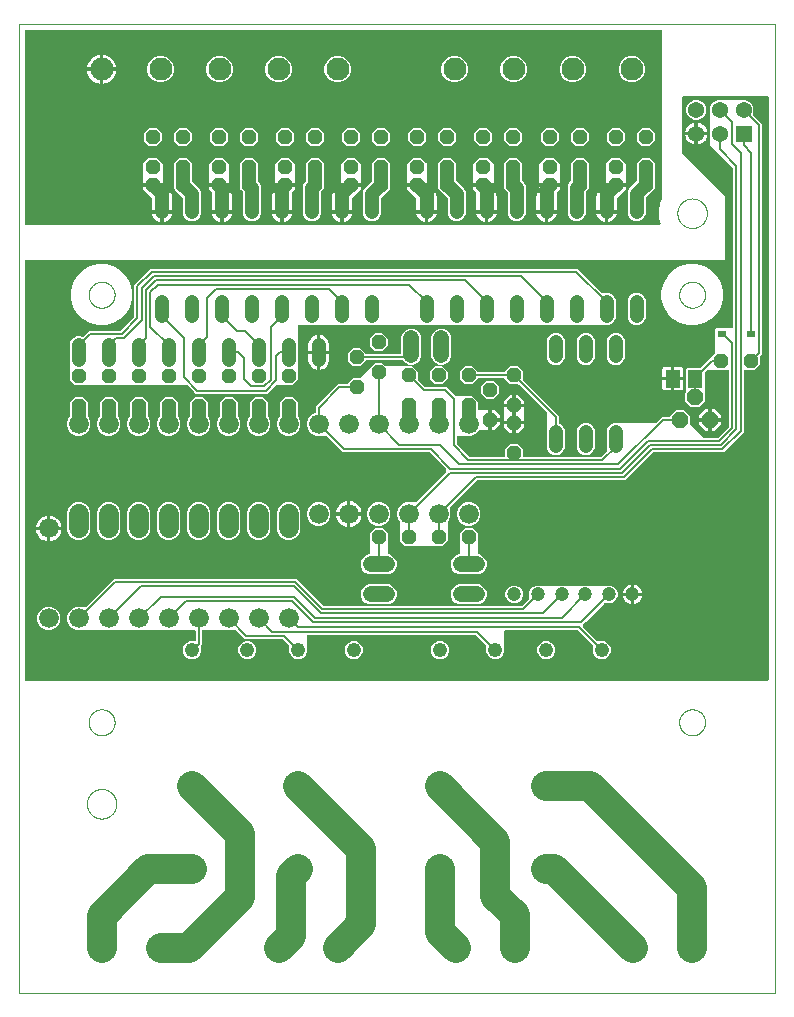
<source format=gtl>
G04 EAGLE Gerber RS-274X export*
G75*
%MOMM*%
%FSLAX34Y34*%
%LPD*%
%INCopper Top*%
%IPPOS*%
%AMOC8*
5,1,8,0,0,1.08239X$1,22.5*%
G01*
%ADD10C,0.000000*%
%ADD11P,1.319650X8X292.500000*%
%ADD12P,1.319650X8X202.500000*%
%ADD13C,1.676400*%
%ADD14P,1.319650X8X112.500000*%
%ADD15C,1.219200*%
%ADD16C,1.219200*%
%ADD17C,1.333500*%
%ADD18C,1.350000*%
%ADD19R,1.300000X1.500000*%
%ADD20C,1.950000*%
%ADD21P,1.319650X8X22.500000*%
%ADD22R,1.371600X1.371600*%
%ADD23C,1.371600*%
%ADD24C,1.371600*%
%ADD25R,0.800000X0.600000*%
%ADD26P,1.461226X8X22.500000*%
%ADD27C,1.200000*%
%ADD28C,0.203200*%
%ADD29C,2.540000*%
%ADD30C,1.676400*%
%ADD31P,0.659825X8X22.500000*%
%ADD32C,1.219800*%
%ADD33C,0.406400*%

G36*
X634916Y758282D02*
X634916Y758282D01*
X634918Y758301D01*
X634896Y758403D01*
X634880Y758505D01*
X634870Y758522D01*
X634866Y758542D01*
X634813Y758631D01*
X634764Y758722D01*
X634750Y758736D01*
X634740Y758753D01*
X634661Y758820D01*
X634586Y758892D01*
X634568Y758900D01*
X634553Y758913D01*
X634457Y758952D01*
X634363Y758995D01*
X634343Y758997D01*
X634325Y759005D01*
X634158Y759023D01*
X562500Y759023D01*
X562480Y759020D01*
X562461Y759022D01*
X562359Y759000D01*
X562257Y758984D01*
X562240Y758974D01*
X562220Y758970D01*
X562131Y758917D01*
X562040Y758868D01*
X562026Y758854D01*
X562009Y758844D01*
X561942Y758765D01*
X561871Y758690D01*
X561862Y758672D01*
X561849Y758657D01*
X561810Y758561D01*
X561767Y758467D01*
X561765Y758447D01*
X561757Y758429D01*
X561739Y758262D01*
X561739Y710300D01*
X561754Y710210D01*
X561761Y710119D01*
X561773Y710089D01*
X561779Y710057D01*
X561821Y709977D01*
X561857Y709893D01*
X561883Y709861D01*
X561894Y709840D01*
X561917Y709818D01*
X561962Y709762D01*
X598039Y673685D01*
X598039Y620761D01*
X5842Y620761D01*
X5822Y620758D01*
X5803Y620760D01*
X5701Y620738D01*
X5599Y620722D01*
X5582Y620712D01*
X5562Y620708D01*
X5473Y620655D01*
X5382Y620606D01*
X5368Y620592D01*
X5351Y620582D01*
X5284Y620503D01*
X5212Y620428D01*
X5204Y620410D01*
X5191Y620395D01*
X5152Y620299D01*
X5109Y620205D01*
X5107Y620185D01*
X5099Y620167D01*
X5081Y620000D01*
X5081Y265000D01*
X5084Y264980D01*
X5082Y264961D01*
X5104Y264859D01*
X5120Y264757D01*
X5130Y264740D01*
X5134Y264720D01*
X5187Y264631D01*
X5236Y264540D01*
X5250Y264526D01*
X5260Y264509D01*
X5339Y264442D01*
X5414Y264371D01*
X5432Y264362D01*
X5447Y264349D01*
X5543Y264310D01*
X5637Y264267D01*
X5657Y264265D01*
X5675Y264257D01*
X5842Y264239D01*
X634158Y264239D01*
X634178Y264242D01*
X634197Y264240D01*
X634299Y264262D01*
X634401Y264278D01*
X634418Y264288D01*
X634438Y264292D01*
X634527Y264345D01*
X634618Y264394D01*
X634632Y264408D01*
X634649Y264418D01*
X634716Y264497D01*
X634788Y264572D01*
X634796Y264590D01*
X634809Y264605D01*
X634848Y264701D01*
X634891Y264795D01*
X634893Y264815D01*
X634901Y264833D01*
X634919Y265000D01*
X634919Y758262D01*
X634916Y758282D01*
G37*
G36*
X542635Y650239D02*
X542635Y650239D01*
X542752Y650258D01*
X542870Y650276D01*
X542874Y650278D01*
X542878Y650279D01*
X542983Y650334D01*
X543088Y650389D01*
X543091Y650392D01*
X543095Y650394D01*
X543177Y650480D01*
X543260Y650565D01*
X543262Y650569D01*
X543264Y650572D01*
X543315Y650680D01*
X543366Y650787D01*
X543366Y650791D01*
X543368Y650795D01*
X543381Y650912D01*
X543396Y651031D01*
X543395Y651036D01*
X543395Y651039D01*
X543392Y651053D01*
X543370Y651197D01*
X541999Y656314D01*
X541999Y663686D01*
X543907Y670808D01*
X544659Y672110D01*
X544700Y672217D01*
X544743Y672324D01*
X544744Y672334D01*
X544746Y672340D01*
X544747Y672362D01*
X544761Y672491D01*
X544761Y814158D01*
X544758Y814178D01*
X544760Y814197D01*
X544738Y814299D01*
X544722Y814401D01*
X544712Y814418D01*
X544708Y814438D01*
X544655Y814527D01*
X544606Y814618D01*
X544592Y814632D01*
X544582Y814649D01*
X544503Y814716D01*
X544428Y814788D01*
X544410Y814796D01*
X544395Y814809D01*
X544299Y814848D01*
X544205Y814891D01*
X544185Y814893D01*
X544167Y814901D01*
X544000Y814919D01*
X5842Y814919D01*
X5822Y814916D01*
X5803Y814918D01*
X5701Y814896D01*
X5599Y814880D01*
X5582Y814870D01*
X5562Y814866D01*
X5473Y814813D01*
X5382Y814764D01*
X5368Y814750D01*
X5351Y814740D01*
X5284Y814661D01*
X5212Y814586D01*
X5204Y814568D01*
X5191Y814553D01*
X5152Y814457D01*
X5109Y814363D01*
X5107Y814343D01*
X5099Y814325D01*
X5081Y814158D01*
X5081Y651000D01*
X5084Y650980D01*
X5082Y650961D01*
X5104Y650859D01*
X5120Y650757D01*
X5130Y650740D01*
X5134Y650720D01*
X5187Y650631D01*
X5236Y650540D01*
X5250Y650526D01*
X5260Y650509D01*
X5339Y650442D01*
X5414Y650370D01*
X5432Y650362D01*
X5447Y650349D01*
X5543Y650310D01*
X5637Y650267D01*
X5657Y650265D01*
X5675Y650257D01*
X5842Y650239D01*
X542635Y650239D01*
G37*
%LPC*%
G36*
X149848Y507359D02*
X149848Y507359D01*
X148136Y509070D01*
X148136Y509071D01*
X142863Y514344D01*
X142789Y514397D01*
X142719Y514457D01*
X142689Y514469D01*
X142663Y514488D01*
X142576Y514515D01*
X142491Y514549D01*
X142450Y514553D01*
X142428Y514560D01*
X142396Y514559D01*
X142324Y514567D01*
X51266Y514567D01*
X51251Y514572D01*
X51218Y514571D01*
X51146Y514579D01*
X47443Y514579D01*
X42979Y519043D01*
X42979Y525656D01*
X42981Y525674D01*
X42981Y534432D01*
X42979Y534444D01*
X42979Y549812D01*
X44139Y552613D01*
X46283Y554757D01*
X49084Y555917D01*
X52116Y555917D01*
X53419Y555377D01*
X53533Y555350D01*
X53646Y555322D01*
X53653Y555322D01*
X53659Y555321D01*
X53775Y555332D01*
X53891Y555341D01*
X53897Y555343D01*
X53904Y555344D01*
X54011Y555392D01*
X54118Y555437D01*
X54124Y555442D01*
X54128Y555444D01*
X54142Y555456D01*
X54249Y555542D01*
X59348Y560641D01*
X85732Y560641D01*
X85822Y560655D01*
X85913Y560663D01*
X85943Y560675D01*
X85975Y560680D01*
X86056Y560723D01*
X86140Y560759D01*
X86172Y560785D01*
X86192Y560796D01*
X86215Y560819D01*
X86271Y560864D01*
X97636Y572229D01*
X97689Y572303D01*
X97749Y572373D01*
X97761Y572403D01*
X97780Y572429D01*
X97807Y572516D01*
X97841Y572601D01*
X97845Y572642D01*
X97852Y572664D01*
X97851Y572696D01*
X97859Y572768D01*
X97859Y599252D01*
X111548Y612941D01*
X473052Y612941D01*
X493251Y592742D01*
X493325Y592689D01*
X493395Y592629D01*
X493425Y592617D01*
X493451Y592598D01*
X493538Y592571D01*
X493623Y592537D01*
X493664Y592533D01*
X493686Y592526D01*
X493718Y592527D01*
X493790Y592519D01*
X495828Y592519D01*
X495840Y592521D01*
X499016Y592521D01*
X501817Y591361D01*
X503961Y589217D01*
X505121Y586416D01*
X505121Y571192D01*
X503961Y568391D01*
X501817Y566247D01*
X499016Y565087D01*
X495888Y565087D01*
X495870Y565091D01*
X495851Y565090D01*
X495818Y565093D01*
X473782Y565093D01*
X473745Y565087D01*
X470488Y565087D01*
X470470Y565091D01*
X470451Y565090D01*
X470418Y565093D01*
X448382Y565093D01*
X448345Y565087D01*
X445088Y565087D01*
X445070Y565091D01*
X445051Y565090D01*
X445018Y565093D01*
X422982Y565093D01*
X422945Y565087D01*
X419688Y565087D01*
X419670Y565091D01*
X419651Y565090D01*
X419618Y565093D01*
X397582Y565093D01*
X397545Y565087D01*
X394288Y565087D01*
X394270Y565092D01*
X394250Y565090D01*
X394218Y565093D01*
X372182Y565093D01*
X372145Y565087D01*
X368888Y565087D01*
X368870Y565092D01*
X368850Y565090D01*
X368818Y565093D01*
X346782Y565093D01*
X346745Y565087D01*
X343488Y565087D01*
X343470Y565092D01*
X343450Y565090D01*
X343418Y565093D01*
X300582Y565093D01*
X300545Y565087D01*
X297288Y565087D01*
X297270Y565091D01*
X297251Y565090D01*
X297218Y565093D01*
X275182Y565093D01*
X275145Y565087D01*
X271888Y565087D01*
X271870Y565091D01*
X271851Y565090D01*
X271818Y565093D01*
X249782Y565093D01*
X249745Y565087D01*
X246488Y565087D01*
X246470Y565091D01*
X246451Y565090D01*
X246418Y565093D01*
X236774Y565093D01*
X236754Y565090D01*
X236735Y565092D01*
X236633Y565070D01*
X236531Y565054D01*
X236514Y565044D01*
X236494Y565040D01*
X236405Y564987D01*
X236314Y564938D01*
X236300Y564924D01*
X236283Y564914D01*
X236216Y564835D01*
X236144Y564760D01*
X236136Y564742D01*
X236123Y564727D01*
X236084Y564631D01*
X236041Y564537D01*
X236039Y564517D01*
X236031Y564499D01*
X236013Y564332D01*
X236013Y549983D01*
X236021Y549934D01*
X236021Y534496D01*
X236015Y534469D01*
X236016Y534450D01*
X236013Y534417D01*
X236013Y525680D01*
X236021Y525631D01*
X236021Y519043D01*
X231557Y514579D01*
X225027Y514579D01*
X225025Y514580D01*
X224995Y514579D01*
X224992Y514579D01*
X224920Y514587D01*
X217796Y514587D01*
X217706Y514573D01*
X217615Y514565D01*
X217585Y514553D01*
X217553Y514548D01*
X217472Y514505D01*
X217388Y514469D01*
X217356Y514443D01*
X217336Y514432D01*
X217313Y514409D01*
X217257Y514364D01*
X211964Y509071D01*
X211964Y509070D01*
X210252Y507359D01*
X149848Y507359D01*
G37*
%LPD*%
%LPC*%
G36*
X604945Y698118D02*
X604945Y698118D01*
X604937Y698209D01*
X604925Y698239D01*
X604920Y698271D01*
X604877Y698352D01*
X604841Y698436D01*
X604815Y698468D01*
X604804Y698488D01*
X604781Y698511D01*
X604736Y698567D01*
X585131Y718172D01*
X585131Y725647D01*
X585121Y725712D01*
X585120Y725778D01*
X585117Y725787D01*
X585117Y729226D01*
X585122Y729269D01*
X585129Y729301D01*
X585128Y729320D01*
X585131Y729353D01*
X585131Y745647D01*
X585121Y745712D01*
X585120Y745777D01*
X585117Y745787D01*
X585117Y749167D01*
X586393Y752248D01*
X588752Y754607D01*
X591833Y755883D01*
X595267Y755883D01*
X595277Y755881D01*
X595296Y755882D01*
X595329Y755879D01*
X611671Y755879D01*
X611696Y755883D01*
X615167Y755883D01*
X618248Y754607D01*
X620607Y752248D01*
X621883Y749167D01*
X621883Y745740D01*
X621877Y745714D01*
X621878Y745694D01*
X621875Y745662D01*
X621875Y743034D01*
X621889Y742944D01*
X621897Y742853D01*
X621909Y742823D01*
X621914Y742791D01*
X621957Y742710D01*
X621993Y742626D01*
X622019Y742594D01*
X622030Y742574D01*
X622053Y742551D01*
X622098Y742495D01*
X629241Y735352D01*
X629241Y540748D01*
X628038Y539545D01*
X627985Y539471D01*
X627925Y539401D01*
X627913Y539371D01*
X627894Y539345D01*
X627867Y539258D01*
X627833Y539173D01*
X627829Y539132D01*
X627822Y539110D01*
X627823Y539078D01*
X627815Y539006D01*
X627815Y538778D01*
X627821Y538741D01*
X627821Y532143D01*
X623357Y527679D01*
X616836Y527679D01*
X616821Y527684D01*
X616788Y527683D01*
X616716Y527691D01*
X614402Y527691D01*
X614382Y527688D01*
X614363Y527690D01*
X614261Y527668D01*
X614159Y527652D01*
X614142Y527642D01*
X614122Y527638D01*
X614033Y527585D01*
X613942Y527536D01*
X613928Y527522D01*
X613911Y527512D01*
X613844Y527433D01*
X613772Y527358D01*
X613764Y527340D01*
X613751Y527325D01*
X613712Y527229D01*
X613669Y527135D01*
X613667Y527115D01*
X613659Y527097D01*
X613641Y526930D01*
X613641Y474448D01*
X596652Y457459D01*
X536968Y457459D01*
X536878Y457445D01*
X536787Y457437D01*
X536757Y457425D01*
X536725Y457420D01*
X536644Y457377D01*
X536560Y457341D01*
X536528Y457315D01*
X536508Y457304D01*
X536485Y457281D01*
X536429Y457236D01*
X513252Y434059D01*
X388368Y434059D01*
X388278Y434045D01*
X388187Y434037D01*
X388157Y434025D01*
X388125Y434020D01*
X388044Y433977D01*
X387960Y433941D01*
X387928Y433915D01*
X387908Y433904D01*
X387885Y433881D01*
X387829Y433836D01*
X365522Y411529D01*
X365469Y411455D01*
X365409Y411385D01*
X365397Y411355D01*
X365378Y411329D01*
X365351Y411242D01*
X365317Y411157D01*
X365313Y411116D01*
X365306Y411094D01*
X365307Y411062D01*
X365299Y410990D01*
X365299Y407541D01*
X365307Y407492D01*
X365307Y403429D01*
X363799Y399788D01*
X363244Y399233D01*
X363191Y399160D01*
X363131Y399090D01*
X363119Y399060D01*
X363100Y399034D01*
X363073Y398947D01*
X363039Y398862D01*
X363035Y398821D01*
X363028Y398799D01*
X363029Y398766D01*
X363021Y398695D01*
X363021Y382843D01*
X358557Y378379D01*
X352027Y378379D01*
X352024Y378380D01*
X351991Y378379D01*
X351920Y378387D01*
X333480Y378387D01*
X333431Y378379D01*
X326843Y378379D01*
X322379Y382843D01*
X322379Y398695D01*
X322365Y398785D01*
X322357Y398876D01*
X322345Y398906D01*
X322340Y398938D01*
X322297Y399019D01*
X322261Y399102D01*
X322235Y399135D01*
X322224Y399155D01*
X322201Y399177D01*
X322156Y399233D01*
X321601Y399788D01*
X320093Y403429D01*
X320093Y407371D01*
X321601Y411012D01*
X324388Y413799D01*
X328029Y415307D01*
X332073Y415307D01*
X332074Y415307D01*
X332076Y415307D01*
X332109Y415307D01*
X332127Y415305D01*
X335996Y415305D01*
X336086Y415319D01*
X336177Y415327D01*
X336207Y415339D01*
X336239Y415344D01*
X336320Y415387D01*
X336404Y415423D01*
X336436Y415449D01*
X336456Y415460D01*
X336479Y415483D01*
X336535Y415528D01*
X361552Y440545D01*
X361605Y440619D01*
X361665Y440689D01*
X361677Y440719D01*
X361696Y440745D01*
X361723Y440832D01*
X361757Y440917D01*
X361761Y440958D01*
X361768Y440980D01*
X361767Y441012D01*
X361775Y441084D01*
X361775Y443316D01*
X361761Y443406D01*
X361753Y443497D01*
X361741Y443527D01*
X361736Y443559D01*
X361693Y443640D01*
X361657Y443724D01*
X361631Y443756D01*
X361620Y443776D01*
X361597Y443799D01*
X361552Y443855D01*
X347871Y457536D01*
X347797Y457589D01*
X347727Y457649D01*
X347697Y457661D01*
X347671Y457680D01*
X347584Y457707D01*
X347499Y457741D01*
X347458Y457745D01*
X347436Y457752D01*
X347404Y457751D01*
X347332Y457759D01*
X274048Y457759D01*
X260329Y471478D01*
X260255Y471531D01*
X260185Y471591D01*
X260155Y471603D01*
X260129Y471622D01*
X260042Y471649D01*
X259957Y471683D01*
X259916Y471687D01*
X259894Y471694D01*
X259862Y471693D01*
X259790Y471701D01*
X255941Y471701D01*
X255892Y471693D01*
X251829Y471693D01*
X248188Y473201D01*
X245401Y475988D01*
X243893Y479629D01*
X243893Y483571D01*
X245401Y487212D01*
X248188Y489999D01*
X250789Y491076D01*
X250889Y491137D01*
X250989Y491197D01*
X250993Y491202D01*
X250998Y491206D01*
X251073Y491296D01*
X251149Y491384D01*
X251151Y491390D01*
X251155Y491395D01*
X251197Y491503D01*
X251241Y491612D01*
X251242Y491620D01*
X251243Y491625D01*
X251244Y491643D01*
X251259Y491779D01*
X251259Y496052D01*
X270348Y515141D01*
X277618Y515141D01*
X277638Y515144D01*
X277657Y515142D01*
X277759Y515164D01*
X277861Y515180D01*
X277878Y515190D01*
X277898Y515194D01*
X277987Y515247D01*
X278078Y515296D01*
X278092Y515310D01*
X278109Y515320D01*
X278176Y515399D01*
X278248Y515474D01*
X278256Y515492D01*
X278269Y515507D01*
X278308Y515603D01*
X278351Y515697D01*
X278353Y515717D01*
X278361Y515735D01*
X278361Y515738D01*
X282843Y520221D01*
X288428Y520221D01*
X288518Y520235D01*
X288609Y520243D01*
X288639Y520255D01*
X288671Y520260D01*
X288752Y520303D01*
X288836Y520339D01*
X288868Y520365D01*
X288888Y520376D01*
X288911Y520399D01*
X288967Y520444D01*
X296756Y528233D01*
X296757Y528234D01*
X301443Y532921D01*
X307757Y532921D01*
X310136Y530542D01*
X310210Y530489D01*
X310279Y530429D01*
X310309Y530417D01*
X310335Y530398D01*
X310422Y530371D01*
X310507Y530337D01*
X310548Y530333D01*
X310570Y530326D01*
X310603Y530327D01*
X310674Y530319D01*
X326526Y530319D01*
X326538Y530321D01*
X333157Y530321D01*
X337621Y525857D01*
X337621Y519327D01*
X337620Y519325D01*
X337621Y519295D01*
X337621Y519292D01*
X337613Y519220D01*
X337613Y518996D01*
X337627Y518906D01*
X337635Y518815D01*
X337647Y518785D01*
X337652Y518753D01*
X337695Y518672D01*
X337731Y518588D01*
X337757Y518556D01*
X337768Y518536D01*
X337791Y518513D01*
X337836Y518457D01*
X343529Y512764D01*
X343603Y512711D01*
X343673Y512651D01*
X343703Y512639D01*
X343729Y512620D01*
X343816Y512593D01*
X343901Y512559D01*
X343942Y512555D01*
X343964Y512548D01*
X343996Y512549D01*
X344068Y512541D01*
X362052Y512541D01*
X369453Y505140D01*
X369527Y505087D01*
X369597Y505027D01*
X369627Y505015D01*
X369653Y504996D01*
X369740Y504969D01*
X369825Y504935D01*
X369866Y504931D01*
X369888Y504924D01*
X369920Y504925D01*
X369992Y504917D01*
X377324Y504917D01*
X377349Y504921D01*
X379125Y504921D01*
X379143Y504924D01*
X382417Y504924D01*
X382422Y504923D01*
X382435Y504924D01*
X382448Y504924D01*
X382475Y504921D01*
X383957Y504921D01*
X385004Y503873D01*
X385019Y503862D01*
X387334Y501548D01*
X387336Y501544D01*
X387345Y501536D01*
X387356Y501526D01*
X387373Y501504D01*
X388421Y500457D01*
X388421Y498975D01*
X388424Y498957D01*
X388424Y494598D01*
X388427Y494578D01*
X388425Y494559D01*
X388447Y494457D01*
X388463Y494355D01*
X388473Y494338D01*
X388477Y494318D01*
X388530Y494229D01*
X388579Y494138D01*
X388593Y494124D01*
X388603Y494107D01*
X388682Y494040D01*
X388757Y493968D01*
X388775Y493960D01*
X388790Y493947D01*
X388886Y493908D01*
X388980Y493865D01*
X389000Y493863D01*
X389018Y493855D01*
X389185Y493837D01*
X397477Y493837D01*
X397477Y485962D01*
X397480Y485942D01*
X397478Y485923D01*
X397500Y485821D01*
X397517Y485719D01*
X397526Y485702D01*
X397530Y485682D01*
X397583Y485593D01*
X397632Y485502D01*
X397646Y485488D01*
X397656Y485471D01*
X397735Y485404D01*
X397810Y485333D01*
X397828Y485324D01*
X397843Y485311D01*
X397939Y485273D01*
X398033Y485229D01*
X398053Y485227D01*
X398071Y485219D01*
X398238Y485201D01*
X399001Y485201D01*
X399001Y485199D01*
X398238Y485199D01*
X398218Y485196D01*
X398199Y485198D01*
X398097Y485176D01*
X397995Y485159D01*
X397978Y485150D01*
X397958Y485146D01*
X397869Y485093D01*
X397778Y485044D01*
X397764Y485030D01*
X397747Y485020D01*
X397680Y484941D01*
X397609Y484866D01*
X397600Y484848D01*
X397587Y484833D01*
X397548Y484737D01*
X397505Y484643D01*
X397503Y484623D01*
X397495Y484605D01*
X397477Y484438D01*
X397477Y476563D01*
X395207Y476563D01*
X395204Y476564D01*
X395174Y476563D01*
X395171Y476563D01*
X395099Y476571D01*
X389949Y476571D01*
X389833Y476552D01*
X389718Y476535D01*
X389712Y476533D01*
X389706Y476532D01*
X389603Y476477D01*
X389498Y476424D01*
X389494Y476419D01*
X389489Y476416D01*
X389409Y476332D01*
X389326Y476248D01*
X389323Y476242D01*
X389319Y476238D01*
X389311Y476221D01*
X389245Y476101D01*
X389199Y475988D01*
X386412Y473201D01*
X382771Y471693D01*
X378737Y471693D01*
X378711Y471699D01*
X378692Y471698D01*
X378659Y471701D01*
X371562Y471701D01*
X371542Y471698D01*
X371523Y471700D01*
X371421Y471678D01*
X371319Y471662D01*
X371302Y471652D01*
X371282Y471648D01*
X371193Y471595D01*
X371102Y471546D01*
X371088Y471532D01*
X371071Y471522D01*
X371004Y471443D01*
X370932Y471368D01*
X370924Y471350D01*
X370911Y471335D01*
X370872Y471239D01*
X370829Y471145D01*
X370827Y471125D01*
X370819Y471107D01*
X370801Y470940D01*
X370801Y464760D01*
X370815Y464670D01*
X370823Y464579D01*
X370835Y464549D01*
X370840Y464517D01*
X370883Y464436D01*
X370919Y464352D01*
X370945Y464320D01*
X370956Y464300D01*
X370979Y464277D01*
X371024Y464221D01*
X381481Y453764D01*
X381555Y453711D01*
X381625Y453651D01*
X381655Y453639D01*
X381681Y453620D01*
X381768Y453593D01*
X381853Y453559D01*
X381894Y453555D01*
X381916Y453548D01*
X381948Y453549D01*
X382020Y453541D01*
X410618Y453541D01*
X410638Y453544D01*
X410657Y453542D01*
X410759Y453564D01*
X410861Y453580D01*
X410878Y453590D01*
X410898Y453594D01*
X410987Y453647D01*
X411078Y453696D01*
X411092Y453710D01*
X411109Y453720D01*
X411176Y453799D01*
X411248Y453874D01*
X411256Y453892D01*
X411269Y453907D01*
X411308Y454003D01*
X411351Y454097D01*
X411353Y454117D01*
X411361Y454135D01*
X411379Y454302D01*
X411379Y460457D01*
X415843Y464921D01*
X422157Y464921D01*
X426621Y460457D01*
X426621Y454302D01*
X426624Y454282D01*
X426622Y454263D01*
X426644Y454161D01*
X426660Y454059D01*
X426670Y454042D01*
X426674Y454022D01*
X426727Y453933D01*
X426776Y453842D01*
X426790Y453828D01*
X426800Y453811D01*
X426879Y453744D01*
X426954Y453672D01*
X426972Y453664D01*
X426987Y453651D01*
X427083Y453612D01*
X427177Y453569D01*
X427197Y453567D01*
X427215Y453559D01*
X427382Y453541D01*
X492532Y453541D01*
X492622Y453555D01*
X492713Y453563D01*
X492743Y453575D01*
X492775Y453580D01*
X492856Y453623D01*
X492940Y453659D01*
X492972Y453685D01*
X492992Y453696D01*
X493015Y453719D01*
X493071Y453764D01*
X497558Y458251D01*
X497611Y458325D01*
X497671Y458395D01*
X497683Y458425D01*
X497702Y458451D01*
X497729Y458538D01*
X497763Y458623D01*
X497767Y458664D01*
X497774Y458686D01*
X497773Y458718D01*
X497781Y458790D01*
X497781Y461032D01*
X497779Y461044D01*
X497779Y476412D01*
X498939Y479213D01*
X501083Y481357D01*
X503884Y482517D01*
X507019Y482517D01*
X507021Y482517D01*
X507054Y482517D01*
X507072Y482515D01*
X538806Y482515D01*
X538896Y482529D01*
X538987Y482537D01*
X539017Y482549D01*
X539049Y482554D01*
X539130Y482597D01*
X539214Y482633D01*
X539246Y482659D01*
X539266Y482670D01*
X539289Y482693D01*
X539345Y482738D01*
X544148Y487541D01*
X550328Y487541D01*
X550418Y487555D01*
X550509Y487563D01*
X550539Y487575D01*
X550571Y487580D01*
X550652Y487623D01*
X550736Y487659D01*
X550768Y487685D01*
X550788Y487696D01*
X550811Y487719D01*
X550867Y487764D01*
X551302Y488199D01*
X551315Y488218D01*
X556372Y493275D01*
X563228Y493275D01*
X568075Y488428D01*
X568075Y481734D01*
X568089Y481644D01*
X568097Y481553D01*
X568109Y481523D01*
X568114Y481491D01*
X568157Y481410D01*
X568193Y481326D01*
X568219Y481294D01*
X568230Y481274D01*
X568253Y481251D01*
X568298Y481195D01*
X579529Y469964D01*
X579603Y469911D01*
X579673Y469851D01*
X579703Y469839D01*
X579729Y469820D01*
X579816Y469793D01*
X579901Y469759D01*
X579942Y469755D01*
X579964Y469748D01*
X579996Y469749D01*
X580068Y469741D01*
X591132Y469741D01*
X591222Y469755D01*
X591313Y469763D01*
X591343Y469775D01*
X591375Y469780D01*
X591456Y469823D01*
X591540Y469859D01*
X591572Y469885D01*
X591592Y469896D01*
X591615Y469919D01*
X591671Y469964D01*
X601136Y479429D01*
X601189Y479503D01*
X601249Y479573D01*
X601261Y479603D01*
X601280Y479629D01*
X601307Y479716D01*
X601341Y479801D01*
X601345Y479842D01*
X601352Y479864D01*
X601351Y479896D01*
X601359Y479968D01*
X601359Y526930D01*
X601356Y526950D01*
X601358Y526969D01*
X601336Y527071D01*
X601320Y527173D01*
X601310Y527190D01*
X601306Y527210D01*
X601253Y527299D01*
X601204Y527390D01*
X601190Y527404D01*
X601180Y527421D01*
X601101Y527488D01*
X601026Y527560D01*
X601008Y527568D01*
X600993Y527581D01*
X600897Y527620D01*
X600803Y527663D01*
X600783Y527665D01*
X600765Y527673D01*
X600598Y527691D01*
X598284Y527691D01*
X598211Y527679D01*
X591436Y527679D01*
X591421Y527684D01*
X591388Y527683D01*
X591316Y527691D01*
X583100Y527691D01*
X583010Y527677D01*
X582919Y527669D01*
X582889Y527657D01*
X582857Y527652D01*
X582776Y527609D01*
X582692Y527573D01*
X582660Y527547D01*
X582640Y527536D01*
X582617Y527513D01*
X582561Y527468D01*
X580748Y525655D01*
X580695Y525581D01*
X580635Y525511D01*
X580623Y525481D01*
X580604Y525455D01*
X580577Y525368D01*
X580543Y525283D01*
X580539Y525242D01*
X580532Y525220D01*
X580533Y525188D01*
X580525Y525116D01*
X580525Y511656D01*
X580522Y511647D01*
X580523Y511614D01*
X580515Y511543D01*
X580515Y508053D01*
X580529Y507963D01*
X580537Y507872D01*
X580549Y507842D01*
X580554Y507810D01*
X580597Y507729D01*
X580633Y507646D01*
X580659Y507613D01*
X580670Y507593D01*
X580693Y507571D01*
X580738Y507515D01*
X580775Y507478D01*
X580775Y500622D01*
X575928Y495775D01*
X569072Y495775D01*
X564225Y500622D01*
X564225Y507478D01*
X564252Y507505D01*
X564305Y507578D01*
X564365Y507648D01*
X564377Y507678D01*
X564396Y507704D01*
X564423Y507791D01*
X564457Y507876D01*
X564461Y507917D01*
X564468Y507939D01*
X564467Y507972D01*
X564475Y508043D01*
X564475Y528132D01*
X565368Y529025D01*
X576512Y529025D01*
X576602Y529039D01*
X576693Y529047D01*
X576723Y529059D01*
X576755Y529064D01*
X576836Y529107D01*
X576920Y529143D01*
X576952Y529169D01*
X576972Y529180D01*
X576995Y529203D01*
X577051Y529248D01*
X589252Y541449D01*
X589305Y541523D01*
X589365Y541593D01*
X589377Y541623D01*
X589396Y541649D01*
X589423Y541736D01*
X589457Y541821D01*
X589461Y541862D01*
X589468Y541884D01*
X589467Y541916D01*
X589475Y541988D01*
X589475Y561632D01*
X590368Y562525D01*
X599915Y562525D01*
X599951Y562521D01*
X604198Y562521D01*
X604218Y562524D01*
X604237Y562522D01*
X604339Y562544D01*
X604441Y562560D01*
X604458Y562570D01*
X604478Y562574D01*
X604567Y562627D01*
X604658Y562676D01*
X604672Y562690D01*
X604689Y562700D01*
X604756Y562779D01*
X604828Y562854D01*
X604836Y562872D01*
X604849Y562887D01*
X604888Y562983D01*
X604931Y563077D01*
X604933Y563097D01*
X604941Y563115D01*
X604959Y563282D01*
X604959Y698028D01*
X604945Y698118D01*
G37*
%LPD*%
%LPC*%
G36*
X144984Y282379D02*
X144984Y282379D01*
X142183Y283539D01*
X140039Y285683D01*
X138879Y288484D01*
X138879Y291516D01*
X140039Y294317D01*
X142183Y296461D01*
X144984Y297621D01*
X148898Y297621D01*
X148918Y297624D01*
X148937Y297622D01*
X149039Y297644D01*
X149141Y297660D01*
X149158Y297670D01*
X149178Y297674D01*
X149267Y297727D01*
X149358Y297776D01*
X149372Y297790D01*
X149389Y297800D01*
X149456Y297879D01*
X149528Y297954D01*
X149536Y297972D01*
X149549Y297987D01*
X149588Y298083D01*
X149631Y298177D01*
X149633Y298197D01*
X149641Y298215D01*
X149659Y298382D01*
X149659Y306240D01*
X149656Y306260D01*
X149658Y306279D01*
X149636Y306381D01*
X149620Y306483D01*
X149610Y306500D01*
X149606Y306520D01*
X149553Y306609D01*
X149504Y306700D01*
X149490Y306714D01*
X149480Y306731D01*
X149401Y306798D01*
X149326Y306870D01*
X149308Y306878D01*
X149293Y306891D01*
X149197Y306930D01*
X149103Y306973D01*
X149083Y306975D01*
X149065Y306983D01*
X148898Y307001D01*
X128941Y307001D01*
X128892Y306993D01*
X124737Y306993D01*
X124711Y306999D01*
X124692Y306998D01*
X124659Y307001D01*
X103541Y307001D01*
X103492Y306993D01*
X99337Y306993D01*
X99311Y306999D01*
X99292Y306998D01*
X99259Y307001D01*
X78141Y307001D01*
X78092Y306993D01*
X73937Y306993D01*
X73911Y306999D01*
X73892Y306998D01*
X73859Y307001D01*
X52741Y307001D01*
X52692Y306993D01*
X48629Y306993D01*
X44988Y308501D01*
X42201Y311288D01*
X40693Y314929D01*
X40693Y318871D01*
X42201Y322512D01*
X44988Y325299D01*
X48629Y326807D01*
X52670Y326807D01*
X52679Y326805D01*
X52699Y326806D01*
X52732Y326803D01*
X56594Y326803D01*
X56684Y326817D01*
X56775Y326825D01*
X56805Y326837D01*
X56837Y326842D01*
X56918Y326885D01*
X57002Y326921D01*
X57034Y326947D01*
X57054Y326958D01*
X57077Y326981D01*
X57133Y327026D01*
X80348Y350241D01*
X235052Y350241D01*
X257729Y327564D01*
X257803Y327511D01*
X257873Y327451D01*
X257903Y327439D01*
X257929Y327420D01*
X258016Y327393D01*
X258101Y327359D01*
X258142Y327355D01*
X258164Y327348D01*
X258196Y327349D01*
X258268Y327341D01*
X425632Y327341D01*
X425722Y327355D01*
X425813Y327363D01*
X425843Y327375D01*
X425875Y327380D01*
X425956Y327423D01*
X426040Y327459D01*
X426072Y327485D01*
X426092Y327496D01*
X426115Y327519D01*
X426171Y327564D01*
X431752Y333145D01*
X431805Y333219D01*
X431865Y333289D01*
X431877Y333319D01*
X431896Y333345D01*
X431923Y333432D01*
X431957Y333517D01*
X431961Y333558D01*
X431968Y333580D01*
X431967Y333612D01*
X431975Y333684D01*
X431975Y338797D01*
X433121Y341562D01*
X435238Y343679D01*
X438003Y344825D01*
X441101Y344825D01*
X441102Y344824D01*
X441105Y344825D01*
X441135Y344825D01*
X441153Y344823D01*
X457847Y344823D01*
X457859Y344825D01*
X461101Y344825D01*
X461102Y344824D01*
X461105Y344825D01*
X461135Y344825D01*
X461153Y344823D01*
X477847Y344823D01*
X477859Y344825D01*
X481101Y344825D01*
X481102Y344824D01*
X481105Y344825D01*
X481135Y344825D01*
X481153Y344823D01*
X497847Y344823D01*
X497859Y344825D01*
X500997Y344825D01*
X503762Y343679D01*
X505879Y341562D01*
X507025Y338797D01*
X507025Y335803D01*
X505879Y333038D01*
X503762Y330921D01*
X500997Y329775D01*
X497911Y329775D01*
X497884Y329781D01*
X497865Y329780D01*
X497832Y329783D01*
X495892Y329783D01*
X495802Y329769D01*
X495711Y329761D01*
X495681Y329749D01*
X495649Y329744D01*
X495568Y329701D01*
X495484Y329665D01*
X495452Y329639D01*
X495432Y329628D01*
X495409Y329605D01*
X495353Y329560D01*
X478140Y312347D01*
X478087Y312273D01*
X478027Y312203D01*
X478015Y312173D01*
X477996Y312147D01*
X477969Y312060D01*
X477935Y311975D01*
X477931Y311934D01*
X477924Y311912D01*
X477925Y311880D01*
X477917Y311808D01*
X477917Y309492D01*
X477931Y309402D01*
X477939Y309311D01*
X477951Y309281D01*
X477956Y309249D01*
X477999Y309168D01*
X478035Y309084D01*
X478061Y309052D01*
X478072Y309032D01*
X478095Y309009D01*
X478140Y308953D01*
X489249Y297844D01*
X489323Y297791D01*
X489393Y297731D01*
X489423Y297719D01*
X489449Y297700D01*
X489536Y297673D01*
X489621Y297639D01*
X489662Y297635D01*
X489684Y297628D01*
X489716Y297629D01*
X489788Y297621D01*
X495016Y297621D01*
X497817Y296461D01*
X499961Y294317D01*
X501121Y291516D01*
X501121Y288484D01*
X499961Y285683D01*
X497817Y283539D01*
X495016Y282379D01*
X491984Y282379D01*
X489183Y283539D01*
X487039Y285683D01*
X485879Y288484D01*
X485879Y291620D01*
X485880Y291621D01*
X485879Y291624D01*
X485879Y291654D01*
X485881Y291672D01*
X485881Y293710D01*
X485867Y293800D01*
X485859Y293891D01*
X485847Y293921D01*
X485842Y293953D01*
X485799Y294034D01*
X485763Y294118D01*
X485737Y294150D01*
X485726Y294170D01*
X485703Y294193D01*
X485658Y294249D01*
X473271Y306636D01*
X473197Y306689D01*
X473127Y306749D01*
X473097Y306761D01*
X473071Y306780D01*
X472984Y306807D01*
X472899Y306841D01*
X472858Y306845D01*
X472836Y306852D01*
X472804Y306851D01*
X472732Y306859D01*
X411876Y306859D01*
X411856Y306856D01*
X411837Y306858D01*
X411735Y306836D01*
X411633Y306820D01*
X411616Y306810D01*
X411596Y306806D01*
X411507Y306753D01*
X411416Y306704D01*
X411402Y306690D01*
X411385Y306680D01*
X411318Y306601D01*
X411246Y306526D01*
X411238Y306508D01*
X411225Y306493D01*
X411186Y306397D01*
X411143Y306303D01*
X411141Y306283D01*
X411133Y306265D01*
X411115Y306098D01*
X411115Y291682D01*
X411121Y291645D01*
X411121Y288484D01*
X409961Y285683D01*
X407817Y283539D01*
X405016Y282379D01*
X401984Y282379D01*
X399183Y283539D01*
X397039Y285683D01*
X395879Y288484D01*
X395879Y291619D01*
X395879Y291621D01*
X395879Y291654D01*
X395881Y291672D01*
X395881Y293710D01*
X395867Y293800D01*
X395859Y293891D01*
X395847Y293921D01*
X395842Y293953D01*
X395799Y294034D01*
X395763Y294118D01*
X395737Y294150D01*
X395726Y294170D01*
X395703Y294193D01*
X395658Y294249D01*
X386871Y303036D01*
X386797Y303089D01*
X386727Y303149D01*
X386697Y303161D01*
X386671Y303180D01*
X386584Y303207D01*
X386499Y303241D01*
X386458Y303245D01*
X386436Y303252D01*
X386404Y303251D01*
X386332Y303259D01*
X244876Y303259D01*
X244856Y303256D01*
X244837Y303258D01*
X244735Y303236D01*
X244633Y303220D01*
X244616Y303210D01*
X244596Y303206D01*
X244507Y303153D01*
X244416Y303104D01*
X244402Y303090D01*
X244385Y303080D01*
X244318Y303001D01*
X244246Y302926D01*
X244238Y302908D01*
X244225Y302893D01*
X244186Y302797D01*
X244143Y302703D01*
X244141Y302683D01*
X244133Y302665D01*
X244115Y302498D01*
X244115Y291682D01*
X244121Y291645D01*
X244121Y288484D01*
X242961Y285683D01*
X240817Y283539D01*
X238016Y282379D01*
X234984Y282379D01*
X232183Y283539D01*
X230039Y285683D01*
X228879Y288484D01*
X228879Y291619D01*
X228879Y291621D01*
X228879Y291654D01*
X228881Y291672D01*
X228881Y293710D01*
X228867Y293800D01*
X228859Y293891D01*
X228847Y293921D01*
X228842Y293953D01*
X228799Y294034D01*
X228763Y294118D01*
X228737Y294150D01*
X228726Y294170D01*
X228703Y294193D01*
X228658Y294249D01*
X223471Y299436D01*
X223397Y299489D01*
X223327Y299549D01*
X223297Y299561D01*
X223271Y299580D01*
X223184Y299607D01*
X223099Y299641D01*
X223058Y299645D01*
X223036Y299652D01*
X223004Y299651D01*
X222932Y299659D01*
X191248Y299659D01*
X184129Y306778D01*
X184055Y306831D01*
X183985Y306891D01*
X183955Y306903D01*
X183929Y306922D01*
X183842Y306949D01*
X183757Y306983D01*
X183716Y306987D01*
X183694Y306994D01*
X183662Y306993D01*
X183590Y307001D01*
X179741Y307001D01*
X179692Y306993D01*
X175537Y306993D01*
X175511Y306999D01*
X175492Y306998D01*
X175459Y307001D01*
X155502Y307001D01*
X155482Y306998D01*
X155463Y307000D01*
X155361Y306978D01*
X155259Y306962D01*
X155242Y306952D01*
X155222Y306948D01*
X155133Y306895D01*
X155042Y306846D01*
X155028Y306832D01*
X155011Y306822D01*
X154944Y306743D01*
X154872Y306668D01*
X154864Y306650D01*
X154851Y306635D01*
X154812Y306539D01*
X154769Y306445D01*
X154767Y306425D01*
X154759Y306407D01*
X154741Y306240D01*
X154741Y294648D01*
X154338Y294245D01*
X154285Y294171D01*
X154225Y294101D01*
X154213Y294071D01*
X154194Y294045D01*
X154167Y293958D01*
X154133Y293873D01*
X154129Y293832D01*
X154122Y293810D01*
X154123Y293778D01*
X154115Y293706D01*
X154115Y291682D01*
X154121Y291645D01*
X154121Y288484D01*
X152961Y285683D01*
X150817Y283539D01*
X148016Y282379D01*
X144984Y282379D01*
G37*
%LPD*%
%LPC*%
G36*
X66577Y564999D02*
X66577Y564999D01*
X59964Y566771D01*
X54035Y570194D01*
X49194Y575035D01*
X45771Y580964D01*
X43999Y587577D01*
X43999Y594423D01*
X45771Y601036D01*
X49194Y606965D01*
X54035Y611806D01*
X59964Y615229D01*
X66577Y617001D01*
X73423Y617001D01*
X80036Y615229D01*
X85965Y611806D01*
X90806Y606965D01*
X94229Y601036D01*
X96001Y594423D01*
X96001Y587577D01*
X94229Y580964D01*
X90806Y575035D01*
X85965Y570194D01*
X80036Y566771D01*
X73423Y564999D01*
X66577Y564999D01*
G37*
%LPD*%
%LPC*%
G36*
X566577Y564999D02*
X566577Y564999D01*
X559964Y566771D01*
X554035Y570194D01*
X549194Y575035D01*
X545771Y580964D01*
X543999Y587577D01*
X543999Y594423D01*
X545771Y601036D01*
X549194Y606965D01*
X554035Y611806D01*
X559964Y615229D01*
X566577Y617001D01*
X573423Y617001D01*
X580036Y615229D01*
X585965Y611806D01*
X590806Y606965D01*
X594229Y601036D01*
X596001Y594423D01*
X596001Y587577D01*
X594229Y580964D01*
X590806Y575035D01*
X585965Y570194D01*
X580036Y566771D01*
X573423Y564999D01*
X566577Y564999D01*
G37*
%LPD*%
%LPC*%
G36*
X453084Y455083D02*
X453084Y455083D01*
X450283Y456243D01*
X448139Y458387D01*
X446979Y461188D01*
X446979Y476513D01*
X446979Y476514D01*
X446979Y476550D01*
X446981Y476568D01*
X446981Y490573D01*
X447011Y490670D01*
X447011Y490690D01*
X447015Y490709D01*
X447007Y490812D01*
X447005Y490915D01*
X446998Y490934D01*
X446996Y490954D01*
X446956Y491049D01*
X446920Y491147D01*
X446908Y491162D01*
X446900Y491181D01*
X446795Y491312D01*
X423247Y514860D01*
X423173Y514913D01*
X423103Y514973D01*
X423073Y514985D01*
X423047Y515004D01*
X422960Y515031D01*
X422875Y515065D01*
X422834Y515069D01*
X422812Y515076D01*
X422780Y515075D01*
X422708Y515083D01*
X422476Y515083D01*
X422451Y515079D01*
X415843Y515079D01*
X411351Y519572D01*
X411340Y519641D01*
X411330Y519658D01*
X411326Y519678D01*
X411273Y519767D01*
X411224Y519858D01*
X411210Y519872D01*
X411200Y519889D01*
X411121Y519956D01*
X411046Y520028D01*
X411028Y520036D01*
X411013Y520049D01*
X410917Y520088D01*
X410823Y520131D01*
X410803Y520133D01*
X410785Y520141D01*
X410618Y520159D01*
X389182Y520159D01*
X389162Y520156D01*
X389143Y520158D01*
X389041Y520136D01*
X388939Y520120D01*
X388922Y520110D01*
X388902Y520106D01*
X388813Y520053D01*
X388722Y520004D01*
X388708Y519990D01*
X388691Y519980D01*
X388624Y519901D01*
X388552Y519826D01*
X388544Y519808D01*
X388531Y519793D01*
X388492Y519697D01*
X388449Y519603D01*
X388447Y519583D01*
X388439Y519565D01*
X388439Y519562D01*
X383957Y515079D01*
X377643Y515079D01*
X373179Y519543D01*
X373179Y525857D01*
X377643Y530321D01*
X383957Y530321D01*
X388449Y525828D01*
X388460Y525759D01*
X388470Y525742D01*
X388474Y525722D01*
X388527Y525633D01*
X388576Y525542D01*
X388590Y525528D01*
X388600Y525511D01*
X388679Y525444D01*
X388754Y525372D01*
X388772Y525364D01*
X388787Y525351D01*
X388883Y525312D01*
X388977Y525269D01*
X388997Y525267D01*
X389015Y525259D01*
X389182Y525241D01*
X410618Y525241D01*
X410638Y525244D01*
X410657Y525242D01*
X410759Y525264D01*
X410861Y525280D01*
X410878Y525290D01*
X410898Y525294D01*
X410987Y525347D01*
X411078Y525396D01*
X411092Y525410D01*
X411109Y525420D01*
X411176Y525499D01*
X411248Y525574D01*
X411256Y525592D01*
X411269Y525607D01*
X411308Y525703D01*
X411351Y525797D01*
X411353Y525817D01*
X411361Y525835D01*
X411361Y525838D01*
X415843Y530321D01*
X422157Y530321D01*
X426621Y525857D01*
X426621Y519503D01*
X426580Y519447D01*
X426574Y519428D01*
X426563Y519411D01*
X426538Y519310D01*
X426508Y519211D01*
X426508Y519191D01*
X426503Y519172D01*
X426511Y519069D01*
X426514Y518966D01*
X426521Y518947D01*
X426522Y518927D01*
X426563Y518832D01*
X426598Y518735D01*
X426611Y518719D01*
X426619Y518701D01*
X426724Y518570D01*
X457141Y488152D01*
X457141Y482601D01*
X457160Y482486D01*
X457177Y482370D01*
X457179Y482364D01*
X457180Y482358D01*
X457235Y482255D01*
X457288Y482151D01*
X457293Y482146D01*
X457296Y482141D01*
X457380Y482061D01*
X457464Y481978D01*
X457470Y481975D01*
X457474Y481971D01*
X457491Y481964D01*
X457611Y481898D01*
X458917Y481357D01*
X461061Y479213D01*
X462221Y476412D01*
X462221Y461188D01*
X461061Y458387D01*
X458917Y456243D01*
X456116Y455083D01*
X453084Y455083D01*
G37*
%LPD*%
%LPC*%
G36*
X368984Y653479D02*
X368984Y653479D01*
X366183Y654639D01*
X364039Y656783D01*
X362879Y659584D01*
X362879Y672728D01*
X362865Y672818D01*
X362857Y672909D01*
X362845Y672939D01*
X362840Y672971D01*
X362797Y673052D01*
X362761Y673135D01*
X362735Y673168D01*
X362724Y673188D01*
X362701Y673210D01*
X362656Y673266D01*
X356133Y679790D01*
X356132Y679790D01*
X355079Y680843D01*
X355079Y702457D01*
X359543Y706921D01*
X365857Y706921D01*
X370321Y702457D01*
X370321Y687472D01*
X370335Y687382D01*
X370343Y687291D01*
X370355Y687261D01*
X370360Y687229D01*
X370403Y687148D01*
X370439Y687065D01*
X370465Y687032D01*
X370476Y687012D01*
X370499Y686990D01*
X370544Y686934D01*
X376961Y680517D01*
X378121Y677716D01*
X378121Y659584D01*
X376961Y656783D01*
X374817Y654639D01*
X372016Y653479D01*
X368984Y653479D01*
G37*
%LPD*%
%LPC*%
G36*
X144984Y653479D02*
X144984Y653479D01*
X142183Y654639D01*
X140039Y656783D01*
X138879Y659584D01*
X138879Y672728D01*
X138865Y672818D01*
X138857Y672909D01*
X138845Y672939D01*
X138840Y672971D01*
X138797Y673052D01*
X138761Y673135D01*
X138735Y673168D01*
X138724Y673188D01*
X138701Y673210D01*
X138656Y673266D01*
X132133Y679790D01*
X132132Y679790D01*
X131079Y680843D01*
X131079Y702457D01*
X132132Y703510D01*
X134490Y705867D01*
X134490Y705868D01*
X135543Y706921D01*
X141857Y706921D01*
X142910Y705868D01*
X145267Y703510D01*
X145268Y703510D01*
X146321Y702457D01*
X146321Y687472D01*
X146335Y687382D01*
X146343Y687291D01*
X146355Y687261D01*
X146360Y687229D01*
X146403Y687148D01*
X146439Y687065D01*
X146465Y687032D01*
X146476Y687012D01*
X146499Y686990D01*
X146544Y686934D01*
X152961Y680517D01*
X154121Y677716D01*
X154121Y659584D01*
X152961Y656783D01*
X150817Y654639D01*
X148016Y653479D01*
X144984Y653479D01*
G37*
%LPD*%
%LPC*%
G36*
X521384Y653479D02*
X521384Y653479D01*
X518583Y654639D01*
X516439Y656783D01*
X515279Y659584D01*
X515279Y677716D01*
X516439Y680517D01*
X522856Y686934D01*
X522909Y687008D01*
X522969Y687077D01*
X522981Y687107D01*
X523000Y687133D01*
X523027Y687220D01*
X523061Y687305D01*
X523065Y687346D01*
X523072Y687368D01*
X523071Y687401D01*
X523079Y687472D01*
X523079Y702457D01*
X527543Y706921D01*
X533857Y706921D01*
X538321Y702457D01*
X538321Y680843D01*
X533634Y676156D01*
X530744Y673266D01*
X530691Y673192D01*
X530631Y673123D01*
X530619Y673093D01*
X530600Y673067D01*
X530573Y672979D01*
X530539Y672895D01*
X530535Y672854D01*
X530528Y672832D01*
X530529Y672799D01*
X530521Y672728D01*
X530521Y659584D01*
X529361Y656783D01*
X527217Y654639D01*
X524416Y653479D01*
X521384Y653479D01*
G37*
%LPD*%
%LPC*%
G36*
X297384Y653479D02*
X297384Y653479D01*
X294583Y654639D01*
X292439Y656783D01*
X291279Y659584D01*
X291279Y677716D01*
X292439Y680517D01*
X298856Y686934D01*
X298909Y687008D01*
X298969Y687077D01*
X298981Y687107D01*
X299000Y687133D01*
X299027Y687220D01*
X299061Y687305D01*
X299065Y687346D01*
X299072Y687368D01*
X299071Y687401D01*
X299079Y687472D01*
X299079Y702457D01*
X303543Y706921D01*
X309857Y706921D01*
X314321Y702457D01*
X314321Y680843D01*
X309634Y676156D01*
X306744Y673266D01*
X306691Y673192D01*
X306631Y673123D01*
X306619Y673093D01*
X306600Y673067D01*
X306573Y672979D01*
X306539Y672895D01*
X306535Y672854D01*
X306528Y672832D01*
X306529Y672799D01*
X306521Y672728D01*
X306521Y659584D01*
X305361Y656783D01*
X303217Y654639D01*
X300416Y653479D01*
X297384Y653479D01*
G37*
%LPD*%
%LPC*%
G36*
X282843Y530379D02*
X282843Y530379D01*
X278379Y534843D01*
X278379Y541157D01*
X282843Y545621D01*
X289157Y545621D01*
X293649Y541128D01*
X293660Y541059D01*
X293670Y541042D01*
X293674Y541022D01*
X293727Y540933D01*
X293776Y540842D01*
X293790Y540828D01*
X293800Y540811D01*
X293879Y540744D01*
X293954Y540672D01*
X293972Y540664D01*
X293987Y540651D01*
X294083Y540612D01*
X294177Y540569D01*
X294197Y540567D01*
X294215Y540559D01*
X294382Y540541D01*
X323156Y540541D01*
X323176Y540544D01*
X323195Y540542D01*
X323297Y540564D01*
X323399Y540580D01*
X323416Y540590D01*
X323436Y540594D01*
X323525Y540647D01*
X323616Y540696D01*
X323630Y540710D01*
X323647Y540720D01*
X323714Y540799D01*
X323786Y540874D01*
X323794Y540892D01*
X323807Y540907D01*
X323846Y541003D01*
X323889Y541097D01*
X323891Y541117D01*
X323899Y541135D01*
X323917Y541302D01*
X323917Y555625D01*
X325193Y558706D01*
X327552Y561065D01*
X330633Y562341D01*
X333967Y562341D01*
X337048Y561065D01*
X339407Y558706D01*
X340683Y555625D01*
X340683Y538575D01*
X339407Y535494D01*
X337048Y533135D01*
X333967Y531859D01*
X330633Y531859D01*
X327552Y533135D01*
X325451Y535236D01*
X325377Y535289D01*
X325307Y535349D01*
X325277Y535361D01*
X325251Y535380D01*
X325164Y535407D01*
X325079Y535441D01*
X325038Y535445D01*
X325016Y535452D01*
X324984Y535451D01*
X324912Y535459D01*
X294382Y535459D01*
X294362Y535456D01*
X294343Y535458D01*
X294241Y535436D01*
X294139Y535420D01*
X294122Y535410D01*
X294102Y535406D01*
X294013Y535353D01*
X293922Y535304D01*
X293908Y535290D01*
X293891Y535280D01*
X293824Y535201D01*
X293752Y535126D01*
X293744Y535108D01*
X293731Y535093D01*
X293692Y534997D01*
X293649Y534903D01*
X293647Y534883D01*
X293639Y534865D01*
X293639Y534862D01*
X289157Y530379D01*
X282843Y530379D01*
G37*
%LPD*%
%LPC*%
G36*
X246584Y653479D02*
X246584Y653479D01*
X243783Y654639D01*
X241639Y656783D01*
X240479Y659584D01*
X240479Y682916D01*
X241639Y685717D01*
X242856Y686934D01*
X242909Y687008D01*
X242969Y687077D01*
X242981Y687107D01*
X243000Y687133D01*
X243027Y687220D01*
X243061Y687305D01*
X243065Y687346D01*
X243072Y687368D01*
X243071Y687401D01*
X243079Y687472D01*
X243079Y702457D01*
X247543Y706921D01*
X253857Y706921D01*
X258321Y702457D01*
X258321Y680843D01*
X255944Y678466D01*
X255891Y678392D01*
X255831Y678323D01*
X255819Y678293D01*
X255800Y678267D01*
X255773Y678180D01*
X255739Y678095D01*
X255735Y678054D01*
X255728Y678032D01*
X255729Y677999D01*
X255721Y677928D01*
X255721Y659584D01*
X254561Y656783D01*
X252417Y654639D01*
X249616Y653479D01*
X246584Y653479D01*
G37*
%LPD*%
%LPC*%
G36*
X470584Y653479D02*
X470584Y653479D01*
X467783Y654639D01*
X465639Y656783D01*
X464479Y659584D01*
X464479Y682916D01*
X465639Y685717D01*
X466856Y686934D01*
X466909Y687008D01*
X466969Y687077D01*
X466981Y687107D01*
X467000Y687133D01*
X467027Y687220D01*
X467061Y687305D01*
X467065Y687346D01*
X467072Y687368D01*
X467071Y687401D01*
X467079Y687472D01*
X467079Y702457D01*
X471543Y706921D01*
X477857Y706921D01*
X482321Y702457D01*
X482321Y680843D01*
X479944Y678466D01*
X479891Y678392D01*
X479831Y678323D01*
X479819Y678293D01*
X479800Y678267D01*
X479773Y678180D01*
X479739Y678095D01*
X479735Y678054D01*
X479728Y678032D01*
X479729Y677999D01*
X479721Y677928D01*
X479721Y659584D01*
X478561Y656783D01*
X476417Y654639D01*
X473616Y653479D01*
X470584Y653479D01*
G37*
%LPD*%
%LPC*%
G36*
X195784Y653479D02*
X195784Y653479D01*
X192983Y654639D01*
X190839Y656783D01*
X189679Y659584D01*
X189679Y677928D01*
X189665Y678018D01*
X189657Y678109D01*
X189645Y678139D01*
X189640Y678171D01*
X189597Y678252D01*
X189561Y678335D01*
X189535Y678368D01*
X189524Y678388D01*
X189501Y678410D01*
X189456Y678466D01*
X188133Y679790D01*
X188132Y679790D01*
X187079Y680843D01*
X187079Y702457D01*
X188132Y703510D01*
X190490Y705867D01*
X190490Y705868D01*
X191543Y706921D01*
X197857Y706921D01*
X198910Y705868D01*
X201267Y703510D01*
X201268Y703510D01*
X202321Y702457D01*
X202321Y687472D01*
X202335Y687382D01*
X202343Y687291D01*
X202355Y687261D01*
X202360Y687229D01*
X202403Y687148D01*
X202439Y687065D01*
X202465Y687032D01*
X202476Y687012D01*
X202499Y686990D01*
X202544Y686934D01*
X203761Y685717D01*
X204921Y682916D01*
X204921Y659584D01*
X203761Y656783D01*
X201617Y654639D01*
X198816Y653479D01*
X195784Y653479D01*
G37*
%LPD*%
%LPC*%
G36*
X419784Y653479D02*
X419784Y653479D01*
X416983Y654639D01*
X414839Y656783D01*
X413679Y659584D01*
X413679Y677928D01*
X413665Y678018D01*
X413657Y678109D01*
X413645Y678139D01*
X413640Y678171D01*
X413597Y678252D01*
X413561Y678335D01*
X413535Y678368D01*
X413524Y678388D01*
X413501Y678410D01*
X413456Y678466D01*
X412133Y679790D01*
X412132Y679790D01*
X411079Y680843D01*
X411079Y702457D01*
X412132Y703510D01*
X414490Y705867D01*
X414490Y705868D01*
X415543Y706921D01*
X421857Y706921D01*
X422910Y705868D01*
X425267Y703510D01*
X425268Y703510D01*
X426321Y702457D01*
X426321Y687472D01*
X426335Y687382D01*
X426343Y687291D01*
X426355Y687261D01*
X426360Y687229D01*
X426403Y687148D01*
X426439Y687065D01*
X426465Y687032D01*
X426476Y687012D01*
X426499Y686990D01*
X426544Y686934D01*
X427761Y685717D01*
X428921Y682916D01*
X428921Y659584D01*
X427761Y656783D01*
X425617Y654639D01*
X422816Y653479D01*
X419784Y653479D01*
G37*
%LPD*%
%LPC*%
G36*
X296075Y354317D02*
X296075Y354317D01*
X292994Y355593D01*
X290635Y357952D01*
X289359Y361033D01*
X289359Y364367D01*
X290635Y367448D01*
X292994Y369807D01*
X296075Y371083D01*
X296216Y371083D01*
X296236Y371086D01*
X296255Y371084D01*
X296357Y371106D01*
X296459Y371122D01*
X296476Y371132D01*
X296496Y371136D01*
X296585Y371189D01*
X296676Y371238D01*
X296690Y371252D01*
X296707Y371262D01*
X296774Y371341D01*
X296846Y371416D01*
X296854Y371434D01*
X296867Y371449D01*
X296906Y371545D01*
X296949Y371639D01*
X296951Y371659D01*
X296959Y371677D01*
X296977Y371844D01*
X296977Y385826D01*
X296979Y385844D01*
X296979Y389157D01*
X301443Y393621D01*
X307757Y393621D01*
X312221Y389157D01*
X312221Y382544D01*
X312219Y382526D01*
X312219Y371844D01*
X312222Y371824D01*
X312220Y371805D01*
X312242Y371703D01*
X312258Y371601D01*
X312268Y371584D01*
X312272Y371564D01*
X312325Y371475D01*
X312374Y371384D01*
X312388Y371370D01*
X312398Y371353D01*
X312477Y371286D01*
X312552Y371214D01*
X312570Y371206D01*
X312585Y371193D01*
X312681Y371154D01*
X312775Y371111D01*
X312795Y371109D01*
X312813Y371101D01*
X312980Y371083D01*
X313125Y371083D01*
X316206Y369807D01*
X318565Y367448D01*
X319841Y364367D01*
X319841Y361033D01*
X318565Y357952D01*
X316206Y355593D01*
X313125Y354317D01*
X296075Y354317D01*
G37*
%LPD*%
%LPC*%
G36*
X372275Y354317D02*
X372275Y354317D01*
X369194Y355593D01*
X366835Y357952D01*
X365559Y361033D01*
X365559Y364367D01*
X366835Y367448D01*
X369194Y369807D01*
X372275Y371083D01*
X372416Y371083D01*
X372436Y371086D01*
X372455Y371084D01*
X372557Y371106D01*
X372659Y371122D01*
X372676Y371132D01*
X372696Y371136D01*
X372785Y371189D01*
X372876Y371238D01*
X372890Y371252D01*
X372907Y371262D01*
X372974Y371341D01*
X373046Y371416D01*
X373054Y371434D01*
X373067Y371449D01*
X373106Y371545D01*
X373149Y371639D01*
X373151Y371659D01*
X373159Y371677D01*
X373177Y371844D01*
X373177Y385826D01*
X373179Y385844D01*
X373179Y389157D01*
X377643Y393621D01*
X383957Y393621D01*
X388421Y389157D01*
X388421Y382544D01*
X388419Y382526D01*
X388419Y371844D01*
X388422Y371824D01*
X388420Y371805D01*
X388442Y371703D01*
X388458Y371601D01*
X388468Y371584D01*
X388472Y371564D01*
X388525Y371475D01*
X388574Y371384D01*
X388588Y371370D01*
X388598Y371353D01*
X388677Y371286D01*
X388752Y371214D01*
X388770Y371206D01*
X388785Y371193D01*
X388881Y371154D01*
X388975Y371111D01*
X388995Y371109D01*
X389013Y371101D01*
X389180Y371083D01*
X389325Y371083D01*
X392406Y369807D01*
X394765Y367448D01*
X396041Y364367D01*
X396041Y361033D01*
X394765Y357952D01*
X392406Y355593D01*
X389325Y354317D01*
X372275Y354317D01*
G37*
%LPD*%
%LPC*%
G36*
X395899Y661099D02*
X395899Y661099D01*
X395899Y661862D01*
X395896Y661882D01*
X395898Y661901D01*
X395876Y662003D01*
X395859Y662105D01*
X395850Y662122D01*
X395846Y662142D01*
X395793Y662231D01*
X395744Y662322D01*
X395730Y662336D01*
X395720Y662353D01*
X395641Y662420D01*
X395566Y662491D01*
X395548Y662500D01*
X395533Y662513D01*
X395437Y662552D01*
X395343Y662595D01*
X395323Y662597D01*
X395305Y662605D01*
X395138Y662623D01*
X387263Y662623D01*
X387263Y677507D01*
X387249Y677597D01*
X387241Y677688D01*
X387229Y677718D01*
X387224Y677750D01*
X387181Y677831D01*
X387145Y677915D01*
X387119Y677947D01*
X387108Y677967D01*
X387085Y677990D01*
X387040Y678046D01*
X384663Y680423D01*
X384663Y682477D01*
X392538Y682477D01*
X392558Y682480D01*
X392577Y682478D01*
X392679Y682500D01*
X392781Y682517D01*
X392798Y682526D01*
X392818Y682530D01*
X392907Y682583D01*
X392998Y682632D01*
X393012Y682646D01*
X393029Y682656D01*
X393096Y682735D01*
X393167Y682810D01*
X393176Y682828D01*
X393189Y682843D01*
X393227Y682939D01*
X393271Y683033D01*
X393273Y683053D01*
X393281Y683071D01*
X393299Y683238D01*
X393299Y684762D01*
X393296Y684782D01*
X393298Y684801D01*
X393276Y684903D01*
X393259Y685005D01*
X393250Y685022D01*
X393246Y685042D01*
X393193Y685131D01*
X393144Y685222D01*
X393130Y685236D01*
X393120Y685253D01*
X393041Y685320D01*
X392966Y685391D01*
X392948Y685400D01*
X392933Y685413D01*
X392837Y685452D01*
X392743Y685495D01*
X392723Y685497D01*
X392705Y685505D01*
X392538Y685523D01*
X384663Y685523D01*
X384663Y687893D01*
X384663Y701433D01*
X385456Y702226D01*
X385475Y702253D01*
X390143Y706921D01*
X396457Y706921D01*
X401096Y702282D01*
X401100Y702274D01*
X401112Y702264D01*
X401144Y702224D01*
X401935Y701433D01*
X401935Y687895D01*
X401937Y687883D01*
X401937Y685523D01*
X394062Y685523D01*
X394042Y685520D01*
X394023Y685522D01*
X393921Y685500D01*
X393819Y685483D01*
X393802Y685474D01*
X393782Y685470D01*
X393693Y685417D01*
X393602Y685368D01*
X393588Y685354D01*
X393571Y685344D01*
X393504Y685265D01*
X393433Y685190D01*
X393424Y685172D01*
X393411Y685157D01*
X393373Y685061D01*
X393329Y684967D01*
X393327Y684947D01*
X393319Y684929D01*
X393301Y684762D01*
X393301Y683238D01*
X393304Y683218D01*
X393302Y683199D01*
X393324Y683097D01*
X393341Y682995D01*
X393350Y682978D01*
X393354Y682958D01*
X393407Y682869D01*
X393456Y682778D01*
X393470Y682764D01*
X393480Y682747D01*
X393559Y682680D01*
X393634Y682609D01*
X393652Y682600D01*
X393667Y682587D01*
X393763Y682548D01*
X393857Y682505D01*
X393877Y682503D01*
X393895Y682495D01*
X394062Y682477D01*
X401937Y682477D01*
X401937Y680402D01*
X401915Y680368D01*
X401855Y680285D01*
X401849Y680266D01*
X401838Y680249D01*
X401813Y680148D01*
X401783Y680050D01*
X401783Y680030D01*
X401778Y680010D01*
X401786Y679907D01*
X401789Y679804D01*
X401796Y679785D01*
X401797Y679765D01*
X401838Y679670D01*
X401873Y679573D01*
X401886Y679557D01*
X401894Y679539D01*
X401968Y679446D01*
X401973Y679437D01*
X401980Y679431D01*
X401998Y679408D01*
X402609Y678798D01*
X403554Y677383D01*
X404205Y675811D01*
X404537Y674143D01*
X404537Y662623D01*
X396662Y662623D01*
X396642Y662620D01*
X396623Y662622D01*
X396521Y662600D01*
X396419Y662583D01*
X396402Y662574D01*
X396382Y662570D01*
X396293Y662517D01*
X396202Y662468D01*
X396188Y662454D01*
X396171Y662444D01*
X396104Y662365D01*
X396033Y662290D01*
X396024Y662272D01*
X396011Y662257D01*
X395973Y662161D01*
X395929Y662067D01*
X395927Y662047D01*
X395919Y662029D01*
X395901Y661862D01*
X395901Y661099D01*
X395899Y661099D01*
G37*
%LPD*%
%LPC*%
G36*
X171899Y661099D02*
X171899Y661099D01*
X171899Y661862D01*
X171896Y661882D01*
X171898Y661901D01*
X171876Y662003D01*
X171859Y662105D01*
X171850Y662122D01*
X171846Y662142D01*
X171793Y662231D01*
X171744Y662322D01*
X171730Y662336D01*
X171720Y662353D01*
X171641Y662420D01*
X171566Y662491D01*
X171548Y662500D01*
X171533Y662513D01*
X171437Y662552D01*
X171343Y662595D01*
X171323Y662597D01*
X171305Y662605D01*
X171138Y662623D01*
X163263Y662623D01*
X163263Y677507D01*
X163249Y677597D01*
X163241Y677688D01*
X163229Y677718D01*
X163224Y677750D01*
X163181Y677831D01*
X163145Y677915D01*
X163119Y677947D01*
X163108Y677967D01*
X163085Y677990D01*
X163040Y678046D01*
X160663Y680423D01*
X160663Y682477D01*
X168538Y682477D01*
X168558Y682480D01*
X168577Y682478D01*
X168679Y682500D01*
X168781Y682517D01*
X168798Y682526D01*
X168818Y682530D01*
X168907Y682583D01*
X168998Y682632D01*
X169012Y682646D01*
X169029Y682656D01*
X169096Y682735D01*
X169167Y682810D01*
X169176Y682828D01*
X169189Y682843D01*
X169227Y682939D01*
X169271Y683033D01*
X169273Y683053D01*
X169281Y683071D01*
X169299Y683238D01*
X169299Y684762D01*
X169296Y684782D01*
X169298Y684801D01*
X169276Y684903D01*
X169259Y685005D01*
X169250Y685022D01*
X169246Y685042D01*
X169193Y685131D01*
X169144Y685222D01*
X169130Y685236D01*
X169120Y685253D01*
X169041Y685320D01*
X168966Y685391D01*
X168948Y685400D01*
X168933Y685413D01*
X168837Y685452D01*
X168743Y685495D01*
X168723Y685497D01*
X168705Y685505D01*
X168538Y685523D01*
X160663Y685523D01*
X160663Y687893D01*
X160663Y701433D01*
X161456Y702226D01*
X161475Y702253D01*
X166143Y706921D01*
X172457Y706921D01*
X177096Y702282D01*
X177100Y702274D01*
X177112Y702264D01*
X177144Y702224D01*
X177935Y701433D01*
X177935Y687895D01*
X177937Y687883D01*
X177937Y685523D01*
X170062Y685523D01*
X170042Y685520D01*
X170023Y685522D01*
X169921Y685500D01*
X169819Y685483D01*
X169802Y685474D01*
X169782Y685470D01*
X169693Y685417D01*
X169602Y685368D01*
X169588Y685354D01*
X169571Y685344D01*
X169504Y685265D01*
X169433Y685190D01*
X169424Y685172D01*
X169411Y685157D01*
X169373Y685061D01*
X169329Y684967D01*
X169327Y684947D01*
X169319Y684929D01*
X169301Y684762D01*
X169301Y683238D01*
X169304Y683218D01*
X169302Y683199D01*
X169324Y683097D01*
X169341Y682995D01*
X169350Y682978D01*
X169354Y682958D01*
X169407Y682869D01*
X169456Y682778D01*
X169470Y682764D01*
X169480Y682747D01*
X169559Y682680D01*
X169634Y682609D01*
X169652Y682600D01*
X169667Y682587D01*
X169763Y682548D01*
X169857Y682505D01*
X169877Y682503D01*
X169895Y682495D01*
X170062Y682477D01*
X177937Y682477D01*
X177937Y680402D01*
X177915Y680368D01*
X177855Y680285D01*
X177849Y680266D01*
X177838Y680249D01*
X177813Y680148D01*
X177783Y680050D01*
X177783Y680030D01*
X177778Y680010D01*
X177786Y679907D01*
X177789Y679804D01*
X177796Y679785D01*
X177797Y679765D01*
X177838Y679670D01*
X177873Y679573D01*
X177886Y679557D01*
X177894Y679539D01*
X177968Y679446D01*
X177973Y679437D01*
X177980Y679431D01*
X177998Y679408D01*
X178609Y678798D01*
X179554Y677383D01*
X180205Y675811D01*
X180537Y674143D01*
X180537Y662623D01*
X172662Y662623D01*
X172642Y662620D01*
X172623Y662622D01*
X172521Y662600D01*
X172419Y662583D01*
X172402Y662574D01*
X172382Y662570D01*
X172293Y662517D01*
X172202Y662468D01*
X172188Y662454D01*
X172171Y662444D01*
X172104Y662365D01*
X172033Y662290D01*
X172024Y662272D01*
X172011Y662257D01*
X171973Y662161D01*
X171929Y662067D01*
X171927Y662047D01*
X171919Y662029D01*
X171901Y661862D01*
X171901Y661099D01*
X171899Y661099D01*
G37*
%LPD*%
%LPC*%
G36*
X222699Y661099D02*
X222699Y661099D01*
X222699Y661862D01*
X222696Y661882D01*
X222698Y661901D01*
X222676Y662003D01*
X222659Y662105D01*
X222650Y662122D01*
X222646Y662142D01*
X222593Y662231D01*
X222544Y662322D01*
X222530Y662336D01*
X222520Y662353D01*
X222441Y662420D01*
X222366Y662491D01*
X222348Y662500D01*
X222333Y662513D01*
X222237Y662552D01*
X222143Y662595D01*
X222123Y662597D01*
X222105Y662605D01*
X221938Y662623D01*
X214063Y662623D01*
X214063Y674143D01*
X214395Y675811D01*
X215046Y677383D01*
X215991Y678798D01*
X216602Y679408D01*
X216613Y679424D01*
X216629Y679436D01*
X216659Y679483D01*
X216674Y679499D01*
X216687Y679526D01*
X216745Y679607D01*
X216751Y679626D01*
X216762Y679643D01*
X216787Y679744D01*
X216817Y679843D01*
X216817Y679863D01*
X216822Y679882D01*
X216814Y679985D01*
X216811Y680088D01*
X216804Y680107D01*
X216803Y680127D01*
X216762Y680222D01*
X216727Y680319D01*
X216714Y680335D01*
X216706Y680353D01*
X216663Y680407D01*
X216663Y682477D01*
X224538Y682477D01*
X224558Y682480D01*
X224577Y682478D01*
X224679Y682500D01*
X224781Y682517D01*
X224798Y682526D01*
X224818Y682530D01*
X224907Y682583D01*
X224998Y682632D01*
X225012Y682646D01*
X225029Y682656D01*
X225096Y682735D01*
X225167Y682810D01*
X225176Y682828D01*
X225189Y682843D01*
X225227Y682939D01*
X225271Y683033D01*
X225273Y683053D01*
X225281Y683071D01*
X225299Y683238D01*
X225299Y684762D01*
X225296Y684782D01*
X225298Y684801D01*
X225276Y684903D01*
X225259Y685005D01*
X225250Y685022D01*
X225246Y685042D01*
X225193Y685131D01*
X225144Y685222D01*
X225130Y685236D01*
X225120Y685253D01*
X225041Y685320D01*
X224966Y685391D01*
X224948Y685400D01*
X224933Y685413D01*
X224837Y685452D01*
X224743Y685495D01*
X224723Y685497D01*
X224705Y685505D01*
X224538Y685523D01*
X216663Y685523D01*
X216663Y687893D01*
X216663Y701433D01*
X217456Y702226D01*
X217475Y702253D01*
X222143Y706921D01*
X228457Y706921D01*
X233096Y702282D01*
X233100Y702274D01*
X233112Y702264D01*
X233144Y702224D01*
X233935Y701433D01*
X233935Y687895D01*
X233937Y687883D01*
X233937Y685523D01*
X226062Y685523D01*
X226042Y685520D01*
X226023Y685522D01*
X225921Y685500D01*
X225819Y685483D01*
X225802Y685474D01*
X225782Y685470D01*
X225693Y685417D01*
X225602Y685368D01*
X225588Y685354D01*
X225571Y685344D01*
X225504Y685265D01*
X225433Y685190D01*
X225424Y685172D01*
X225411Y685157D01*
X225373Y685061D01*
X225329Y684967D01*
X225327Y684947D01*
X225319Y684929D01*
X225301Y684762D01*
X225301Y683238D01*
X225304Y683218D01*
X225302Y683199D01*
X225324Y683097D01*
X225341Y682995D01*
X225350Y682978D01*
X225354Y682958D01*
X225407Y682869D01*
X225456Y682778D01*
X225470Y682764D01*
X225480Y682747D01*
X225559Y682680D01*
X225634Y682609D01*
X225652Y682600D01*
X225667Y682587D01*
X225763Y682548D01*
X225857Y682505D01*
X225877Y682503D01*
X225895Y682495D01*
X226062Y682477D01*
X233937Y682477D01*
X233937Y680423D01*
X231554Y678040D01*
X231501Y677966D01*
X231441Y677896D01*
X231429Y677866D01*
X231410Y677840D01*
X231383Y677753D01*
X231349Y677668D01*
X231345Y677627D01*
X231338Y677605D01*
X231339Y677573D01*
X231331Y677501D01*
X231331Y674248D01*
X231335Y674224D01*
X231337Y674199D01*
X231337Y662623D01*
X223462Y662623D01*
X223442Y662620D01*
X223423Y662622D01*
X223321Y662600D01*
X223219Y662583D01*
X223202Y662574D01*
X223182Y662570D01*
X223093Y662517D01*
X223002Y662468D01*
X222988Y662454D01*
X222971Y662444D01*
X222904Y662365D01*
X222833Y662290D01*
X222824Y662272D01*
X222811Y662257D01*
X222773Y662161D01*
X222729Y662067D01*
X222727Y662047D01*
X222719Y662029D01*
X222701Y661862D01*
X222701Y661099D01*
X222699Y661099D01*
G37*
%LPD*%
%LPC*%
G36*
X446699Y661099D02*
X446699Y661099D01*
X446699Y661862D01*
X446696Y661882D01*
X446698Y661901D01*
X446676Y662003D01*
X446659Y662105D01*
X446650Y662122D01*
X446646Y662142D01*
X446593Y662231D01*
X446544Y662322D01*
X446530Y662336D01*
X446520Y662353D01*
X446441Y662420D01*
X446366Y662491D01*
X446348Y662500D01*
X446333Y662513D01*
X446237Y662552D01*
X446143Y662595D01*
X446123Y662597D01*
X446105Y662605D01*
X445938Y662623D01*
X438063Y662623D01*
X438063Y674143D01*
X438395Y675811D01*
X439046Y677383D01*
X439991Y678798D01*
X440602Y679408D01*
X440613Y679424D01*
X440629Y679436D01*
X440659Y679483D01*
X440674Y679499D01*
X440687Y679526D01*
X440745Y679607D01*
X440751Y679626D01*
X440762Y679643D01*
X440787Y679744D01*
X440817Y679843D01*
X440817Y679862D01*
X440822Y679882D01*
X440814Y679985D01*
X440811Y680088D01*
X440804Y680107D01*
X440803Y680127D01*
X440762Y680222D01*
X440727Y680319D01*
X440714Y680335D01*
X440706Y680353D01*
X440663Y680407D01*
X440663Y682477D01*
X448538Y682477D01*
X448558Y682480D01*
X448577Y682478D01*
X448679Y682500D01*
X448781Y682517D01*
X448798Y682526D01*
X448818Y682530D01*
X448907Y682583D01*
X448998Y682632D01*
X449012Y682646D01*
X449029Y682656D01*
X449096Y682735D01*
X449167Y682810D01*
X449176Y682828D01*
X449189Y682843D01*
X449227Y682939D01*
X449271Y683033D01*
X449273Y683053D01*
X449281Y683071D01*
X449299Y683238D01*
X449299Y684762D01*
X449296Y684782D01*
X449298Y684801D01*
X449276Y684903D01*
X449259Y685005D01*
X449250Y685022D01*
X449246Y685042D01*
X449193Y685131D01*
X449144Y685222D01*
X449130Y685236D01*
X449120Y685253D01*
X449041Y685320D01*
X448966Y685391D01*
X448948Y685400D01*
X448933Y685413D01*
X448837Y685452D01*
X448743Y685495D01*
X448723Y685497D01*
X448705Y685505D01*
X448538Y685523D01*
X440663Y685523D01*
X440663Y687893D01*
X440663Y701433D01*
X441456Y702226D01*
X441475Y702253D01*
X446143Y706921D01*
X452457Y706921D01*
X457096Y702282D01*
X457100Y702274D01*
X457112Y702264D01*
X457144Y702224D01*
X457935Y701433D01*
X457935Y687895D01*
X457937Y687883D01*
X457937Y685523D01*
X450062Y685523D01*
X450042Y685520D01*
X450023Y685522D01*
X449921Y685500D01*
X449819Y685483D01*
X449802Y685474D01*
X449782Y685470D01*
X449693Y685417D01*
X449602Y685368D01*
X449588Y685354D01*
X449571Y685344D01*
X449504Y685265D01*
X449433Y685190D01*
X449424Y685172D01*
X449411Y685157D01*
X449373Y685061D01*
X449329Y684967D01*
X449327Y684947D01*
X449319Y684929D01*
X449301Y684762D01*
X449301Y683238D01*
X449304Y683218D01*
X449302Y683199D01*
X449324Y683097D01*
X449341Y682995D01*
X449350Y682978D01*
X449354Y682958D01*
X449407Y682869D01*
X449456Y682778D01*
X449470Y682764D01*
X449480Y682747D01*
X449559Y682680D01*
X449634Y682609D01*
X449652Y682600D01*
X449667Y682587D01*
X449763Y682548D01*
X449857Y682505D01*
X449877Y682503D01*
X449895Y682495D01*
X450062Y682477D01*
X457937Y682477D01*
X457937Y680423D01*
X455554Y678040D01*
X455501Y677966D01*
X455441Y677896D01*
X455429Y677866D01*
X455410Y677840D01*
X455383Y677753D01*
X455349Y677668D01*
X455345Y677627D01*
X455338Y677605D01*
X455339Y677573D01*
X455331Y677501D01*
X455331Y674248D01*
X455335Y674224D01*
X455337Y674199D01*
X455337Y662623D01*
X447462Y662623D01*
X447442Y662620D01*
X447423Y662622D01*
X447321Y662600D01*
X447219Y662583D01*
X447202Y662574D01*
X447182Y662570D01*
X447093Y662517D01*
X447002Y662468D01*
X446988Y662454D01*
X446971Y662444D01*
X446904Y662365D01*
X446833Y662290D01*
X446824Y662272D01*
X446811Y662257D01*
X446773Y662161D01*
X446729Y662067D01*
X446727Y662047D01*
X446719Y662029D01*
X446701Y661862D01*
X446701Y661099D01*
X446699Y661099D01*
G37*
%LPD*%
%LPC*%
G36*
X112463Y662623D02*
X112463Y662623D01*
X112463Y672308D01*
X112449Y672398D01*
X112441Y672489D01*
X112429Y672518D01*
X112424Y672550D01*
X112404Y672587D01*
X112403Y672595D01*
X112381Y672632D01*
X112345Y672715D01*
X112319Y672747D01*
X112308Y672768D01*
X112287Y672788D01*
X112276Y672806D01*
X112263Y672817D01*
X112240Y672846D01*
X109946Y675140D01*
X109945Y675141D01*
X104663Y680423D01*
X104663Y682477D01*
X112538Y682477D01*
X112558Y682480D01*
X112577Y682478D01*
X112679Y682500D01*
X112781Y682517D01*
X112798Y682526D01*
X112818Y682530D01*
X112907Y682583D01*
X112998Y682632D01*
X113012Y682646D01*
X113029Y682656D01*
X113096Y682735D01*
X113167Y682810D01*
X113176Y682828D01*
X113189Y682843D01*
X113227Y682939D01*
X113271Y683033D01*
X113273Y683053D01*
X113281Y683071D01*
X113299Y683238D01*
X113299Y684762D01*
X113296Y684782D01*
X113298Y684801D01*
X113276Y684903D01*
X113259Y685005D01*
X113250Y685022D01*
X113246Y685042D01*
X113193Y685131D01*
X113144Y685222D01*
X113130Y685236D01*
X113120Y685253D01*
X113041Y685320D01*
X112966Y685391D01*
X112948Y685400D01*
X112933Y685413D01*
X112837Y685452D01*
X112743Y685495D01*
X112723Y685497D01*
X112705Y685505D01*
X112538Y685523D01*
X104663Y685523D01*
X104663Y687433D01*
X104663Y701433D01*
X105456Y702226D01*
X105475Y702253D01*
X110143Y706921D01*
X116457Y706921D01*
X121096Y702282D01*
X121100Y702274D01*
X121112Y702264D01*
X121144Y702224D01*
X121935Y701433D01*
X121935Y687895D01*
X121937Y687883D01*
X121937Y685523D01*
X114062Y685523D01*
X114042Y685520D01*
X114023Y685522D01*
X113921Y685500D01*
X113819Y685483D01*
X113802Y685474D01*
X113782Y685470D01*
X113693Y685417D01*
X113602Y685368D01*
X113588Y685354D01*
X113571Y685344D01*
X113504Y685265D01*
X113433Y685190D01*
X113424Y685172D01*
X113411Y685157D01*
X113373Y685061D01*
X113329Y684967D01*
X113327Y684947D01*
X113319Y684929D01*
X113301Y684762D01*
X113301Y683238D01*
X113304Y683218D01*
X113302Y683199D01*
X113324Y683097D01*
X113341Y682995D01*
X113350Y682978D01*
X113354Y682958D01*
X113407Y682869D01*
X113456Y682778D01*
X113470Y682764D01*
X113480Y682747D01*
X113559Y682680D01*
X113634Y682609D01*
X113652Y682600D01*
X113667Y682587D01*
X113763Y682548D01*
X113857Y682505D01*
X113877Y682503D01*
X113895Y682495D01*
X114062Y682477D01*
X121948Y682477D01*
X121949Y682420D01*
X121968Y682368D01*
X121976Y682313D01*
X122009Y682253D01*
X122032Y682188D01*
X122066Y682145D01*
X122092Y682096D01*
X122141Y682049D01*
X122184Y681995D01*
X122230Y681965D01*
X122270Y681927D01*
X122332Y681898D01*
X122390Y681860D01*
X122463Y681837D01*
X122493Y681823D01*
X122514Y681821D01*
X122549Y681810D01*
X123619Y681597D01*
X125191Y680946D01*
X126606Y680001D01*
X127809Y678798D01*
X128754Y677383D01*
X129405Y675811D01*
X129737Y674143D01*
X129737Y662623D01*
X122623Y662623D01*
X122623Y679271D01*
X122612Y679342D01*
X122610Y679414D01*
X122592Y679463D01*
X122583Y679514D01*
X122550Y679577D01*
X122525Y679645D01*
X122493Y679685D01*
X122468Y679731D01*
X122416Y679781D01*
X122372Y679837D01*
X122328Y679865D01*
X122290Y679901D01*
X122225Y679931D01*
X122165Y679970D01*
X122114Y679982D01*
X122067Y680004D01*
X121996Y680012D01*
X121926Y680030D01*
X121874Y680026D01*
X121822Y680031D01*
X121752Y680016D01*
X121681Y680011D01*
X121633Y679990D01*
X121582Y679979D01*
X121520Y679942D01*
X121455Y679914D01*
X121399Y679870D01*
X121371Y679853D01*
X121356Y679835D01*
X121324Y679810D01*
X120224Y678710D01*
X120171Y678636D01*
X120111Y678566D01*
X120099Y678536D01*
X120080Y678510D01*
X120053Y678423D01*
X120019Y678338D01*
X120015Y678297D01*
X120008Y678275D01*
X120009Y678243D01*
X120001Y678171D01*
X120001Y667500D01*
X119800Y667299D01*
X119747Y667225D01*
X119687Y667155D01*
X119675Y667125D01*
X119656Y667099D01*
X119629Y667012D01*
X119595Y666927D01*
X119591Y666886D01*
X119584Y666864D01*
X119585Y666832D01*
X119577Y666760D01*
X119577Y662623D01*
X112463Y662623D01*
G37*
%LPD*%
%LPC*%
G36*
X336463Y662623D02*
X336463Y662623D01*
X336463Y672308D01*
X336449Y672398D01*
X336441Y672489D01*
X336429Y672518D01*
X336424Y672550D01*
X336404Y672587D01*
X336403Y672595D01*
X336381Y672632D01*
X336345Y672715D01*
X336319Y672747D01*
X336308Y672768D01*
X336287Y672788D01*
X336276Y672806D01*
X336263Y672817D01*
X336240Y672846D01*
X333946Y675140D01*
X333945Y675141D01*
X328663Y680423D01*
X328663Y682477D01*
X336538Y682477D01*
X336558Y682480D01*
X336577Y682478D01*
X336679Y682500D01*
X336781Y682517D01*
X336798Y682526D01*
X336818Y682530D01*
X336907Y682583D01*
X336998Y682632D01*
X337012Y682646D01*
X337029Y682656D01*
X337096Y682735D01*
X337167Y682810D01*
X337176Y682828D01*
X337189Y682843D01*
X337227Y682939D01*
X337271Y683033D01*
X337273Y683053D01*
X337281Y683071D01*
X337299Y683238D01*
X337299Y684762D01*
X337296Y684782D01*
X337298Y684801D01*
X337276Y684903D01*
X337259Y685005D01*
X337250Y685022D01*
X337246Y685042D01*
X337193Y685131D01*
X337144Y685222D01*
X337130Y685236D01*
X337120Y685253D01*
X337041Y685320D01*
X336966Y685391D01*
X336948Y685400D01*
X336933Y685413D01*
X336837Y685452D01*
X336743Y685495D01*
X336723Y685497D01*
X336705Y685505D01*
X336538Y685523D01*
X328663Y685523D01*
X328663Y687893D01*
X328663Y701433D01*
X329456Y702226D01*
X329475Y702253D01*
X334143Y706921D01*
X340457Y706921D01*
X345096Y702282D01*
X345100Y702274D01*
X345112Y702264D01*
X345144Y702224D01*
X345935Y701433D01*
X345935Y687895D01*
X345937Y687883D01*
X345937Y685523D01*
X338062Y685523D01*
X338042Y685520D01*
X338023Y685522D01*
X337921Y685500D01*
X337819Y685483D01*
X337802Y685474D01*
X337782Y685470D01*
X337693Y685417D01*
X337602Y685368D01*
X337588Y685354D01*
X337571Y685344D01*
X337504Y685265D01*
X337433Y685190D01*
X337424Y685172D01*
X337411Y685157D01*
X337373Y685061D01*
X337329Y684967D01*
X337327Y684947D01*
X337319Y684929D01*
X337301Y684762D01*
X337301Y683238D01*
X337304Y683218D01*
X337302Y683199D01*
X337324Y683097D01*
X337341Y682995D01*
X337350Y682978D01*
X337354Y682958D01*
X337407Y682869D01*
X337456Y682778D01*
X337470Y682764D01*
X337480Y682747D01*
X337559Y682680D01*
X337634Y682609D01*
X337652Y682600D01*
X337667Y682587D01*
X337763Y682548D01*
X337857Y682505D01*
X337877Y682503D01*
X337895Y682495D01*
X338062Y682477D01*
X345948Y682477D01*
X345949Y682420D01*
X345968Y682368D01*
X345976Y682313D01*
X346009Y682253D01*
X346032Y682188D01*
X346066Y682145D01*
X346092Y682096D01*
X346141Y682049D01*
X346184Y681995D01*
X346230Y681965D01*
X346270Y681927D01*
X346332Y681898D01*
X346390Y681860D01*
X346463Y681837D01*
X346493Y681823D01*
X346514Y681821D01*
X346549Y681810D01*
X347619Y681597D01*
X349191Y680946D01*
X350606Y680001D01*
X351809Y678798D01*
X352754Y677383D01*
X353405Y675811D01*
X353737Y674143D01*
X353737Y662623D01*
X346623Y662623D01*
X346623Y679271D01*
X346612Y679342D01*
X346610Y679414D01*
X346592Y679463D01*
X346583Y679514D01*
X346550Y679577D01*
X346525Y679645D01*
X346493Y679685D01*
X346468Y679731D01*
X346416Y679781D01*
X346372Y679837D01*
X346328Y679865D01*
X346290Y679901D01*
X346225Y679931D01*
X346165Y679970D01*
X346114Y679982D01*
X346067Y680004D01*
X345996Y680012D01*
X345926Y680030D01*
X345874Y680026D01*
X345822Y680031D01*
X345752Y680016D01*
X345681Y680011D01*
X345633Y679990D01*
X345582Y679979D01*
X345520Y679942D01*
X345455Y679914D01*
X345399Y679870D01*
X345371Y679853D01*
X345356Y679835D01*
X345324Y679810D01*
X344224Y678710D01*
X344171Y678636D01*
X344111Y678566D01*
X344099Y678536D01*
X344080Y678510D01*
X344053Y678423D01*
X344019Y678338D01*
X344015Y678297D01*
X344008Y678275D01*
X344009Y678243D01*
X344001Y678171D01*
X344001Y667500D01*
X343800Y667299D01*
X343747Y667225D01*
X343687Y667155D01*
X343675Y667125D01*
X343656Y667099D01*
X343629Y667012D01*
X343595Y666927D01*
X343591Y666886D01*
X343584Y666864D01*
X343585Y666832D01*
X343577Y666760D01*
X343577Y662623D01*
X336463Y662623D01*
G37*
%LPD*%
%LPC*%
G36*
X264863Y662623D02*
X264863Y662623D01*
X264863Y674143D01*
X265195Y675811D01*
X265846Y677383D01*
X266791Y678798D01*
X267994Y680001D01*
X269409Y680946D01*
X270981Y681597D01*
X272051Y681810D01*
X272115Y681834D01*
X272182Y681848D01*
X272229Y681877D01*
X272281Y681896D01*
X272334Y681939D01*
X272393Y681974D01*
X272429Y682016D01*
X272472Y682051D01*
X272508Y682109D01*
X272553Y682161D01*
X272573Y682213D01*
X272603Y682259D01*
X272619Y682326D01*
X272645Y682390D01*
X272653Y682466D01*
X272656Y682477D01*
X280538Y682477D01*
X280558Y682480D01*
X280577Y682478D01*
X280679Y682500D01*
X280781Y682517D01*
X280798Y682526D01*
X280818Y682530D01*
X280907Y682583D01*
X280998Y682632D01*
X281012Y682646D01*
X281029Y682656D01*
X281096Y682735D01*
X281167Y682810D01*
X281176Y682828D01*
X281189Y682843D01*
X281227Y682939D01*
X281271Y683033D01*
X281273Y683053D01*
X281281Y683071D01*
X281299Y683238D01*
X281299Y684762D01*
X281296Y684782D01*
X281298Y684801D01*
X281276Y684903D01*
X281259Y685005D01*
X281250Y685022D01*
X281246Y685042D01*
X281193Y685131D01*
X281144Y685222D01*
X281130Y685236D01*
X281120Y685253D01*
X281041Y685320D01*
X280966Y685391D01*
X280948Y685400D01*
X280933Y685413D01*
X280837Y685452D01*
X280743Y685495D01*
X280723Y685497D01*
X280705Y685505D01*
X280538Y685523D01*
X272663Y685523D01*
X272663Y687893D01*
X272663Y701433D01*
X273456Y702226D01*
X273475Y702253D01*
X278143Y706921D01*
X284457Y706921D01*
X289096Y702282D01*
X289100Y702274D01*
X289112Y702264D01*
X289144Y702224D01*
X289935Y701433D01*
X289935Y687895D01*
X289937Y687883D01*
X289937Y685523D01*
X282062Y685523D01*
X282042Y685520D01*
X282023Y685522D01*
X281921Y685500D01*
X281819Y685483D01*
X281802Y685474D01*
X281782Y685470D01*
X281693Y685417D01*
X281602Y685368D01*
X281588Y685354D01*
X281571Y685344D01*
X281504Y685265D01*
X281433Y685190D01*
X281424Y685172D01*
X281411Y685157D01*
X281373Y685061D01*
X281329Y684967D01*
X281327Y684947D01*
X281319Y684929D01*
X281301Y684762D01*
X281301Y683238D01*
X281304Y683218D01*
X281302Y683199D01*
X281324Y683097D01*
X281341Y682995D01*
X281350Y682978D01*
X281354Y682958D01*
X281407Y682869D01*
X281456Y682778D01*
X281470Y682764D01*
X281480Y682747D01*
X281559Y682680D01*
X281634Y682609D01*
X281652Y682600D01*
X281667Y682587D01*
X281763Y682548D01*
X281857Y682505D01*
X281877Y682503D01*
X281895Y682495D01*
X282062Y682477D01*
X289937Y682477D01*
X289937Y680423D01*
X284727Y675213D01*
X284718Y675208D01*
X284715Y675205D01*
X284695Y675185D01*
X284640Y675140D01*
X282360Y672860D01*
X282307Y672786D01*
X282283Y672759D01*
X282268Y672743D01*
X282267Y672739D01*
X282247Y672716D01*
X282235Y672686D01*
X282216Y672660D01*
X282189Y672573D01*
X282189Y672571D01*
X282165Y672520D01*
X282164Y672509D01*
X282155Y672488D01*
X282151Y672447D01*
X282144Y672425D01*
X282145Y672393D01*
X282137Y672322D01*
X282137Y662623D01*
X275023Y662623D01*
X275023Y666760D01*
X275008Y666851D01*
X275001Y666941D01*
X274989Y666971D01*
X274983Y667003D01*
X274941Y667084D01*
X274905Y667168D01*
X274879Y667200D01*
X274868Y667221D01*
X274845Y667243D01*
X274800Y667299D01*
X274599Y667500D01*
X274599Y678171D01*
X274585Y678261D01*
X274577Y678352D01*
X274565Y678382D01*
X274560Y678414D01*
X274517Y678494D01*
X274481Y678579D01*
X274455Y678611D01*
X274444Y678631D01*
X274421Y678653D01*
X274376Y678710D01*
X273276Y679810D01*
X273218Y679851D01*
X273166Y679901D01*
X273119Y679923D01*
X273077Y679953D01*
X273008Y679974D01*
X272943Y680004D01*
X272891Y680010D01*
X272841Y680025D01*
X272770Y680024D01*
X272699Y680031D01*
X272648Y680020D01*
X272596Y680019D01*
X272528Y679994D01*
X272458Y679979D01*
X272414Y679953D01*
X272365Y679935D01*
X272309Y679890D01*
X272247Y679853D01*
X272213Y679813D01*
X272173Y679781D01*
X272134Y679721D01*
X272087Y679666D01*
X272068Y679618D01*
X272040Y679574D01*
X272022Y679505D01*
X271995Y679438D01*
X271987Y679367D01*
X271979Y679336D01*
X271981Y679312D01*
X271977Y679271D01*
X271977Y662623D01*
X264863Y662623D01*
G37*
%LPD*%
%LPC*%
G36*
X488863Y662623D02*
X488863Y662623D01*
X488863Y674143D01*
X489195Y675811D01*
X489846Y677383D01*
X490791Y678798D01*
X491994Y680001D01*
X493409Y680946D01*
X494981Y681597D01*
X496051Y681810D01*
X496115Y681834D01*
X496182Y681848D01*
X496229Y681877D01*
X496281Y681896D01*
X496334Y681939D01*
X496393Y681974D01*
X496429Y682016D01*
X496472Y682051D01*
X496508Y682109D01*
X496553Y682161D01*
X496573Y682213D01*
X496603Y682259D01*
X496619Y682326D01*
X496645Y682390D01*
X496653Y682466D01*
X496656Y682477D01*
X504538Y682477D01*
X504558Y682480D01*
X504577Y682478D01*
X504679Y682500D01*
X504781Y682517D01*
X504798Y682526D01*
X504818Y682530D01*
X504907Y682583D01*
X504998Y682632D01*
X505012Y682646D01*
X505029Y682656D01*
X505096Y682735D01*
X505167Y682810D01*
X505176Y682828D01*
X505189Y682843D01*
X505227Y682939D01*
X505271Y683033D01*
X505273Y683053D01*
X505281Y683071D01*
X505299Y683238D01*
X505299Y684762D01*
X505296Y684782D01*
X505298Y684801D01*
X505276Y684903D01*
X505259Y685005D01*
X505250Y685022D01*
X505246Y685042D01*
X505193Y685131D01*
X505144Y685222D01*
X505130Y685236D01*
X505120Y685253D01*
X505041Y685320D01*
X504966Y685391D01*
X504948Y685400D01*
X504933Y685413D01*
X504837Y685452D01*
X504743Y685495D01*
X504723Y685497D01*
X504705Y685505D01*
X504538Y685523D01*
X496663Y685523D01*
X496663Y687473D01*
X496663Y701433D01*
X497456Y702226D01*
X497475Y702253D01*
X502143Y706921D01*
X508457Y706921D01*
X513096Y702282D01*
X513100Y702274D01*
X513112Y702264D01*
X513144Y702224D01*
X513935Y701433D01*
X513935Y687895D01*
X513937Y687883D01*
X513937Y685523D01*
X506062Y685523D01*
X506042Y685520D01*
X506023Y685522D01*
X505921Y685500D01*
X505819Y685483D01*
X505802Y685474D01*
X505782Y685470D01*
X505693Y685417D01*
X505602Y685368D01*
X505588Y685354D01*
X505571Y685344D01*
X505504Y685265D01*
X505433Y685190D01*
X505424Y685172D01*
X505411Y685157D01*
X505373Y685061D01*
X505329Y684967D01*
X505327Y684947D01*
X505319Y684929D01*
X505301Y684762D01*
X505301Y683238D01*
X505304Y683218D01*
X505302Y683199D01*
X505324Y683097D01*
X505341Y682995D01*
X505350Y682978D01*
X505354Y682958D01*
X505407Y682869D01*
X505456Y682778D01*
X505470Y682764D01*
X505480Y682747D01*
X505559Y682680D01*
X505634Y682609D01*
X505652Y682600D01*
X505667Y682587D01*
X505763Y682548D01*
X505857Y682505D01*
X505877Y682503D01*
X505895Y682495D01*
X506062Y682477D01*
X513937Y682477D01*
X513937Y680423D01*
X508736Y675222D01*
X508733Y675219D01*
X508712Y675208D01*
X508709Y675205D01*
X508689Y675185D01*
X508634Y675140D01*
X506360Y672866D01*
X506307Y672792D01*
X506247Y672722D01*
X506235Y672692D01*
X506216Y672666D01*
X506189Y672579D01*
X506170Y672531D01*
X506165Y672520D01*
X506165Y672518D01*
X506155Y672494D01*
X506151Y672453D01*
X506144Y672431D01*
X506145Y672399D01*
X506137Y672328D01*
X506137Y662623D01*
X499023Y662623D01*
X499023Y666760D01*
X499008Y666851D01*
X499001Y666941D01*
X498989Y666971D01*
X498983Y667003D01*
X498941Y667084D01*
X498905Y667168D01*
X498879Y667200D01*
X498868Y667221D01*
X498845Y667243D01*
X498800Y667299D01*
X498599Y667500D01*
X498599Y678171D01*
X498585Y678261D01*
X498577Y678352D01*
X498565Y678382D01*
X498560Y678414D01*
X498517Y678495D01*
X498481Y678579D01*
X498455Y678611D01*
X498444Y678631D01*
X498421Y678654D01*
X498376Y678710D01*
X497276Y679810D01*
X497218Y679851D01*
X497166Y679901D01*
X497119Y679923D01*
X497077Y679953D01*
X497008Y679974D01*
X496943Y680004D01*
X496891Y680010D01*
X496841Y680025D01*
X496770Y680024D01*
X496699Y680031D01*
X496648Y680020D01*
X496596Y680019D01*
X496528Y679994D01*
X496458Y679979D01*
X496414Y679953D01*
X496365Y679935D01*
X496309Y679890D01*
X496247Y679853D01*
X496213Y679813D01*
X496173Y679781D01*
X496134Y679721D01*
X496087Y679666D01*
X496068Y679618D01*
X496040Y679574D01*
X496022Y679505D01*
X495995Y679438D01*
X495987Y679367D01*
X495979Y679335D01*
X495981Y679312D01*
X495977Y679271D01*
X495977Y662623D01*
X488863Y662623D01*
G37*
%LPD*%
%LPC*%
G36*
X74029Y383193D02*
X74029Y383193D01*
X70388Y384701D01*
X67601Y387488D01*
X66093Y391129D01*
X66093Y407371D01*
X67601Y411012D01*
X70388Y413799D01*
X74029Y415307D01*
X77971Y415307D01*
X81612Y413799D01*
X84399Y411012D01*
X85907Y407371D01*
X85907Y391129D01*
X84399Y387488D01*
X81612Y384701D01*
X77971Y383193D01*
X74029Y383193D01*
G37*
%LPD*%
%LPC*%
G36*
X150229Y383193D02*
X150229Y383193D01*
X146588Y384701D01*
X143801Y387488D01*
X142293Y391129D01*
X142293Y407371D01*
X143801Y411012D01*
X146588Y413799D01*
X150229Y415307D01*
X154171Y415307D01*
X157812Y413799D01*
X160599Y411012D01*
X162107Y407371D01*
X162107Y391129D01*
X160599Y387488D01*
X157812Y384701D01*
X154171Y383193D01*
X150229Y383193D01*
G37*
%LPD*%
%LPC*%
G36*
X201029Y383193D02*
X201029Y383193D01*
X197388Y384701D01*
X194601Y387488D01*
X193093Y391129D01*
X193093Y407371D01*
X194601Y411012D01*
X197388Y413799D01*
X201029Y415307D01*
X204971Y415307D01*
X208612Y413799D01*
X211399Y411012D01*
X212907Y407371D01*
X212907Y391129D01*
X211399Y387488D01*
X208612Y384701D01*
X204971Y383193D01*
X201029Y383193D01*
G37*
%LPD*%
%LPC*%
G36*
X226429Y383193D02*
X226429Y383193D01*
X222788Y384701D01*
X220001Y387488D01*
X218493Y391129D01*
X218493Y407371D01*
X220001Y411012D01*
X222788Y413799D01*
X226429Y415307D01*
X230371Y415307D01*
X234012Y413799D01*
X236799Y411012D01*
X238307Y407371D01*
X238307Y391129D01*
X236799Y387488D01*
X234012Y384701D01*
X230371Y383193D01*
X226429Y383193D01*
G37*
%LPD*%
%LPC*%
G36*
X99429Y383193D02*
X99429Y383193D01*
X95788Y384701D01*
X93001Y387488D01*
X91493Y391129D01*
X91493Y407371D01*
X93001Y411012D01*
X95788Y413799D01*
X99429Y415307D01*
X103371Y415307D01*
X107012Y413799D01*
X109799Y411012D01*
X111307Y407371D01*
X111307Y391129D01*
X109799Y387488D01*
X107012Y384701D01*
X103371Y383193D01*
X99429Y383193D01*
G37*
%LPD*%
%LPC*%
G36*
X175629Y383193D02*
X175629Y383193D01*
X171988Y384701D01*
X169201Y387488D01*
X167693Y391129D01*
X167693Y407371D01*
X169201Y411012D01*
X171988Y413799D01*
X175629Y415307D01*
X179571Y415307D01*
X183212Y413799D01*
X185999Y411012D01*
X187507Y407371D01*
X187507Y391129D01*
X185999Y387488D01*
X183212Y384701D01*
X179571Y383193D01*
X175629Y383193D01*
G37*
%LPD*%
%LPC*%
G36*
X48629Y383193D02*
X48629Y383193D01*
X44988Y384701D01*
X42201Y387488D01*
X40693Y391129D01*
X40693Y407371D01*
X42201Y411012D01*
X44988Y413799D01*
X48629Y415307D01*
X52571Y415307D01*
X56212Y413799D01*
X58999Y411012D01*
X60507Y407371D01*
X60507Y391129D01*
X58999Y387488D01*
X56212Y384701D01*
X52571Y383193D01*
X48629Y383193D01*
G37*
%LPD*%
%LPC*%
G36*
X124829Y383193D02*
X124829Y383193D01*
X121188Y384701D01*
X118401Y387488D01*
X116893Y391129D01*
X116893Y407371D01*
X118401Y411012D01*
X121188Y413799D01*
X124829Y415307D01*
X128771Y415307D01*
X132412Y413799D01*
X135199Y411012D01*
X136707Y407371D01*
X136707Y391129D01*
X135199Y387488D01*
X132412Y384701D01*
X128771Y383193D01*
X124829Y383193D01*
G37*
%LPD*%
%LPC*%
G36*
X150229Y471693D02*
X150229Y471693D01*
X146588Y473201D01*
X143801Y475988D01*
X142293Y479629D01*
X142293Y483571D01*
X143801Y487212D01*
X144353Y487764D01*
X144406Y487837D01*
X144466Y487907D01*
X144478Y487937D01*
X144497Y487963D01*
X144524Y488050D01*
X144558Y488135D01*
X144562Y488176D01*
X144569Y488198D01*
X144568Y488231D01*
X144576Y488302D01*
X144576Y498418D01*
X144578Y498424D01*
X144576Y498437D01*
X144576Y498448D01*
X144579Y498475D01*
X144579Y499957D01*
X145627Y501004D01*
X145638Y501019D01*
X147953Y503335D01*
X147958Y503338D01*
X147967Y503348D01*
X147974Y503356D01*
X147996Y503373D01*
X149043Y504421D01*
X150525Y504421D01*
X150543Y504424D01*
X153818Y504424D01*
X153824Y504422D01*
X153837Y504424D01*
X153848Y504424D01*
X153875Y504421D01*
X155357Y504421D01*
X156404Y503373D01*
X156419Y503362D01*
X158735Y501047D01*
X158738Y501042D01*
X158748Y501033D01*
X158756Y501026D01*
X158773Y501004D01*
X159821Y499957D01*
X159821Y498475D01*
X159824Y498457D01*
X159824Y488302D01*
X159838Y488212D01*
X159846Y488121D01*
X159858Y488091D01*
X159863Y488059D01*
X159906Y487978D01*
X159942Y487895D01*
X159968Y487862D01*
X159979Y487842D01*
X160002Y487820D01*
X160047Y487764D01*
X160599Y487212D01*
X162107Y483571D01*
X162107Y479629D01*
X160599Y475988D01*
X157812Y473201D01*
X154171Y471693D01*
X150229Y471693D01*
G37*
%LPD*%
%LPC*%
G36*
X74029Y471693D02*
X74029Y471693D01*
X70388Y473201D01*
X67601Y475988D01*
X66093Y479629D01*
X66093Y483571D01*
X67601Y487212D01*
X68153Y487764D01*
X68206Y487837D01*
X68266Y487907D01*
X68278Y487937D01*
X68297Y487963D01*
X68324Y488050D01*
X68358Y488135D01*
X68362Y488176D01*
X68369Y488198D01*
X68368Y488231D01*
X68376Y488302D01*
X68376Y498418D01*
X68378Y498424D01*
X68376Y498437D01*
X68376Y498448D01*
X68379Y498475D01*
X68379Y499957D01*
X69427Y501004D01*
X69438Y501019D01*
X71753Y503335D01*
X71758Y503338D01*
X71767Y503348D01*
X71774Y503356D01*
X71796Y503373D01*
X72843Y504421D01*
X74325Y504421D01*
X74343Y504424D01*
X77618Y504424D01*
X77624Y504422D01*
X77637Y504424D01*
X77648Y504424D01*
X77675Y504421D01*
X79157Y504421D01*
X80204Y503373D01*
X80219Y503362D01*
X82535Y501047D01*
X82538Y501042D01*
X82548Y501033D01*
X82556Y501026D01*
X82573Y501004D01*
X83621Y499957D01*
X83621Y498475D01*
X83624Y498457D01*
X83624Y488302D01*
X83638Y488212D01*
X83646Y488121D01*
X83658Y488091D01*
X83663Y488059D01*
X83706Y487978D01*
X83742Y487895D01*
X83768Y487862D01*
X83779Y487842D01*
X83802Y487820D01*
X83847Y487764D01*
X84399Y487212D01*
X85907Y483571D01*
X85907Y479629D01*
X84399Y475988D01*
X81612Y473201D01*
X77971Y471693D01*
X74029Y471693D01*
G37*
%LPD*%
%LPC*%
G36*
X48629Y471693D02*
X48629Y471693D01*
X44988Y473201D01*
X42201Y475988D01*
X40693Y479629D01*
X40693Y483571D01*
X42201Y487212D01*
X42753Y487763D01*
X42807Y487838D01*
X42866Y487907D01*
X42878Y487937D01*
X42897Y487963D01*
X42924Y488050D01*
X42958Y488135D01*
X42962Y488176D01*
X42969Y488198D01*
X42968Y488231D01*
X42976Y488302D01*
X42976Y498417D01*
X42977Y498422D01*
X42976Y498435D01*
X42976Y498448D01*
X42979Y498475D01*
X42979Y499957D01*
X44027Y501004D01*
X44038Y501019D01*
X46353Y503335D01*
X46358Y503338D01*
X46367Y503348D01*
X46374Y503356D01*
X46396Y503373D01*
X47443Y504421D01*
X48925Y504421D01*
X48943Y504424D01*
X52217Y504424D01*
X52222Y504423D01*
X52235Y504424D01*
X52248Y504424D01*
X52275Y504421D01*
X53757Y504421D01*
X54804Y503373D01*
X54819Y503362D01*
X57135Y501047D01*
X57138Y501042D01*
X57148Y501033D01*
X57156Y501026D01*
X57173Y501004D01*
X58221Y499957D01*
X58221Y498475D01*
X58224Y498457D01*
X58224Y488302D01*
X58238Y488212D01*
X58246Y488121D01*
X58258Y488091D01*
X58263Y488059D01*
X58306Y487978D01*
X58342Y487894D01*
X58368Y487862D01*
X58379Y487842D01*
X58402Y487820D01*
X58447Y487763D01*
X58999Y487212D01*
X60507Y483571D01*
X60507Y479629D01*
X58999Y475988D01*
X56212Y473201D01*
X52571Y471693D01*
X48629Y471693D01*
G37*
%LPD*%
%LPC*%
G36*
X99429Y471693D02*
X99429Y471693D01*
X95788Y473201D01*
X93001Y475988D01*
X91493Y479629D01*
X91493Y483571D01*
X93001Y487212D01*
X93553Y487764D01*
X93606Y487837D01*
X93666Y487907D01*
X93678Y487937D01*
X93697Y487963D01*
X93724Y488050D01*
X93758Y488135D01*
X93762Y488176D01*
X93769Y488198D01*
X93768Y488231D01*
X93776Y488302D01*
X93776Y498418D01*
X93778Y498424D01*
X93776Y498437D01*
X93776Y498448D01*
X93779Y498475D01*
X93779Y499957D01*
X94827Y501004D01*
X94838Y501019D01*
X97153Y503334D01*
X97157Y503337D01*
X97166Y503347D01*
X97174Y503356D01*
X97196Y503373D01*
X98243Y504421D01*
X99725Y504421D01*
X99743Y504424D01*
X103018Y504424D01*
X103024Y504422D01*
X103037Y504424D01*
X103048Y504424D01*
X103075Y504421D01*
X104557Y504421D01*
X105604Y503373D01*
X105619Y503362D01*
X107934Y501047D01*
X107937Y501043D01*
X107947Y501034D01*
X107956Y501026D01*
X107973Y501004D01*
X109021Y499957D01*
X109021Y498475D01*
X109024Y498457D01*
X109024Y488302D01*
X109038Y488212D01*
X109046Y488121D01*
X109058Y488091D01*
X109063Y488059D01*
X109106Y487978D01*
X109142Y487895D01*
X109168Y487862D01*
X109179Y487842D01*
X109202Y487820D01*
X109247Y487764D01*
X109799Y487212D01*
X111307Y483571D01*
X111307Y479629D01*
X109799Y475988D01*
X107012Y473201D01*
X103371Y471693D01*
X99429Y471693D01*
G37*
%LPD*%
%LPC*%
G36*
X175629Y471693D02*
X175629Y471693D01*
X171988Y473201D01*
X169201Y475988D01*
X167693Y479629D01*
X167693Y483571D01*
X169201Y487212D01*
X169753Y487764D01*
X169806Y487837D01*
X169866Y487907D01*
X169878Y487937D01*
X169897Y487963D01*
X169924Y488050D01*
X169958Y488135D01*
X169962Y488176D01*
X169969Y488198D01*
X169968Y488231D01*
X169976Y488302D01*
X169976Y498418D01*
X169978Y498424D01*
X169976Y498437D01*
X169976Y498448D01*
X169979Y498475D01*
X169979Y499957D01*
X171027Y501004D01*
X171038Y501019D01*
X173353Y503334D01*
X173357Y503337D01*
X173366Y503347D01*
X173374Y503356D01*
X173396Y503373D01*
X174443Y504421D01*
X175925Y504421D01*
X175943Y504424D01*
X179218Y504424D01*
X179224Y504422D01*
X179237Y504424D01*
X179248Y504424D01*
X179275Y504421D01*
X180757Y504421D01*
X181804Y503373D01*
X181819Y503362D01*
X184134Y501047D01*
X184137Y501043D01*
X184147Y501034D01*
X184156Y501026D01*
X184173Y501004D01*
X185221Y499957D01*
X185221Y498475D01*
X185224Y498457D01*
X185224Y488302D01*
X185238Y488212D01*
X185246Y488121D01*
X185258Y488091D01*
X185263Y488059D01*
X185306Y487978D01*
X185342Y487895D01*
X185368Y487862D01*
X185379Y487842D01*
X185402Y487820D01*
X185447Y487764D01*
X185999Y487212D01*
X187507Y483571D01*
X187507Y479629D01*
X185999Y475988D01*
X183212Y473201D01*
X179571Y471693D01*
X175629Y471693D01*
G37*
%LPD*%
%LPC*%
G36*
X201029Y471693D02*
X201029Y471693D01*
X197388Y473201D01*
X194601Y475988D01*
X193093Y479629D01*
X193093Y483571D01*
X194601Y487212D01*
X195153Y487764D01*
X195206Y487837D01*
X195266Y487907D01*
X195278Y487937D01*
X195297Y487963D01*
X195324Y488050D01*
X195358Y488135D01*
X195362Y488176D01*
X195369Y488198D01*
X195368Y488231D01*
X195376Y488302D01*
X195376Y498418D01*
X195378Y498424D01*
X195376Y498437D01*
X195376Y498448D01*
X195379Y498475D01*
X195379Y499957D01*
X196427Y501004D01*
X196438Y501019D01*
X198753Y503334D01*
X198757Y503337D01*
X198766Y503347D01*
X198774Y503356D01*
X198796Y503373D01*
X199843Y504421D01*
X201325Y504421D01*
X201343Y504424D01*
X204618Y504424D01*
X204624Y504422D01*
X204637Y504424D01*
X204648Y504424D01*
X204675Y504421D01*
X206157Y504421D01*
X207204Y503373D01*
X207219Y503362D01*
X209534Y501047D01*
X209537Y501043D01*
X209547Y501034D01*
X209556Y501026D01*
X209573Y501004D01*
X210621Y499957D01*
X210621Y498475D01*
X210624Y498457D01*
X210624Y488302D01*
X210638Y488212D01*
X210646Y488121D01*
X210658Y488091D01*
X210663Y488059D01*
X210706Y487978D01*
X210742Y487895D01*
X210768Y487862D01*
X210779Y487842D01*
X210802Y487820D01*
X210847Y487764D01*
X211399Y487212D01*
X212907Y483571D01*
X212907Y479629D01*
X211399Y475988D01*
X208612Y473201D01*
X204971Y471693D01*
X201029Y471693D01*
G37*
%LPD*%
%LPC*%
G36*
X226429Y471693D02*
X226429Y471693D01*
X222788Y473201D01*
X220001Y475988D01*
X218493Y479629D01*
X218493Y483571D01*
X220001Y487212D01*
X220553Y487764D01*
X220606Y487837D01*
X220666Y487907D01*
X220678Y487937D01*
X220697Y487963D01*
X220724Y488050D01*
X220758Y488135D01*
X220762Y488176D01*
X220769Y488198D01*
X220768Y488231D01*
X220776Y488302D01*
X220776Y498418D01*
X220778Y498424D01*
X220776Y498437D01*
X220776Y498448D01*
X220779Y498475D01*
X220779Y499957D01*
X221827Y501004D01*
X221838Y501019D01*
X224153Y503334D01*
X224157Y503337D01*
X224166Y503347D01*
X224174Y503356D01*
X224196Y503373D01*
X225243Y504421D01*
X226725Y504421D01*
X226743Y504424D01*
X230018Y504424D01*
X230024Y504422D01*
X230037Y504424D01*
X230048Y504424D01*
X230075Y504421D01*
X231557Y504421D01*
X232604Y503373D01*
X232619Y503362D01*
X234934Y501047D01*
X234937Y501043D01*
X234947Y501034D01*
X234956Y501026D01*
X234973Y501004D01*
X236021Y499957D01*
X236021Y498475D01*
X236024Y498457D01*
X236024Y488302D01*
X236038Y488212D01*
X236046Y488121D01*
X236058Y488091D01*
X236063Y488059D01*
X236106Y487978D01*
X236142Y487895D01*
X236168Y487862D01*
X236179Y487842D01*
X236202Y487820D01*
X236247Y487764D01*
X236799Y487212D01*
X238307Y483571D01*
X238307Y479629D01*
X236799Y475988D01*
X234012Y473201D01*
X230371Y471693D01*
X226429Y471693D01*
G37*
%LPD*%
%LPC*%
G36*
X124829Y471693D02*
X124829Y471693D01*
X121188Y473201D01*
X118401Y475988D01*
X116893Y479629D01*
X116893Y483571D01*
X118401Y487212D01*
X118953Y487764D01*
X119006Y487837D01*
X119066Y487907D01*
X119078Y487937D01*
X119097Y487963D01*
X119124Y488050D01*
X119158Y488135D01*
X119162Y488176D01*
X119169Y488198D01*
X119168Y488231D01*
X119176Y488302D01*
X119176Y498418D01*
X119178Y498424D01*
X119176Y498437D01*
X119176Y498448D01*
X119179Y498475D01*
X119179Y499957D01*
X120227Y501004D01*
X120238Y501019D01*
X122553Y503334D01*
X122557Y503337D01*
X122566Y503347D01*
X122574Y503356D01*
X122596Y503373D01*
X123643Y504421D01*
X125125Y504421D01*
X125143Y504424D01*
X128418Y504424D01*
X128424Y504422D01*
X128437Y504424D01*
X128448Y504424D01*
X128475Y504421D01*
X129957Y504421D01*
X131004Y503373D01*
X131019Y503362D01*
X133334Y501047D01*
X133337Y501043D01*
X133347Y501034D01*
X133356Y501026D01*
X133373Y501004D01*
X134421Y499957D01*
X134421Y498475D01*
X134424Y498457D01*
X134424Y488302D01*
X134438Y488212D01*
X134446Y488121D01*
X134458Y488091D01*
X134463Y488059D01*
X134506Y487978D01*
X134542Y487895D01*
X134568Y487862D01*
X134579Y487842D01*
X134602Y487820D01*
X134647Y487764D01*
X135199Y487212D01*
X136707Y483571D01*
X136707Y479629D01*
X135199Y475988D01*
X132412Y473201D01*
X128771Y471693D01*
X124829Y471693D01*
G37*
%LPD*%
%LPC*%
G36*
X372275Y328917D02*
X372275Y328917D01*
X369194Y330193D01*
X366835Y332552D01*
X365559Y335633D01*
X365559Y338967D01*
X366835Y342048D01*
X369194Y344407D01*
X372275Y345683D01*
X389325Y345683D01*
X392406Y344407D01*
X394765Y342048D01*
X396041Y338967D01*
X396041Y335633D01*
X394765Y332552D01*
X392406Y330193D01*
X389325Y328917D01*
X372275Y328917D01*
G37*
%LPD*%
%LPC*%
G36*
X356033Y531859D02*
X356033Y531859D01*
X352952Y533135D01*
X350593Y535494D01*
X349317Y538575D01*
X349317Y555625D01*
X350593Y558706D01*
X352952Y561065D01*
X356033Y562341D01*
X359367Y562341D01*
X362448Y561065D01*
X364807Y558706D01*
X366083Y555625D01*
X366083Y538575D01*
X364807Y535494D01*
X362448Y533135D01*
X359367Y531859D01*
X356033Y531859D01*
G37*
%LPD*%
%LPC*%
G36*
X296075Y328917D02*
X296075Y328917D01*
X292994Y330193D01*
X290635Y332552D01*
X289359Y335633D01*
X289359Y338967D01*
X290635Y342048D01*
X292994Y344407D01*
X296075Y345683D01*
X313125Y345683D01*
X316206Y344407D01*
X318565Y342048D01*
X319841Y338967D01*
X319841Y335633D01*
X318565Y332552D01*
X316206Y330193D01*
X313125Y328917D01*
X296075Y328917D01*
G37*
%LPD*%
%LPC*%
G36*
X416757Y770725D02*
X416757Y770725D01*
X412613Y772442D01*
X409442Y775613D01*
X407725Y779757D01*
X407725Y784243D01*
X409442Y788387D01*
X412613Y791558D01*
X416757Y793275D01*
X421243Y793275D01*
X425387Y791558D01*
X428558Y788387D01*
X430275Y784243D01*
X430275Y779757D01*
X428558Y775613D01*
X425387Y772442D01*
X421243Y770725D01*
X416757Y770725D01*
G37*
%LPD*%
%LPC*%
G36*
X217757Y770725D02*
X217757Y770725D01*
X213613Y772442D01*
X210442Y775613D01*
X208725Y779757D01*
X208725Y784243D01*
X210442Y788387D01*
X213613Y791558D01*
X217757Y793275D01*
X222243Y793275D01*
X226387Y791558D01*
X229558Y788387D01*
X231275Y784243D01*
X231275Y779757D01*
X229558Y775613D01*
X226387Y772442D01*
X222243Y770725D01*
X217757Y770725D01*
G37*
%LPD*%
%LPC*%
G36*
X366757Y770725D02*
X366757Y770725D01*
X362613Y772442D01*
X359442Y775613D01*
X357725Y779757D01*
X357725Y784243D01*
X359442Y788387D01*
X362613Y791558D01*
X366757Y793275D01*
X371243Y793275D01*
X375387Y791558D01*
X378558Y788387D01*
X380275Y784243D01*
X380275Y779757D01*
X378558Y775613D01*
X375387Y772442D01*
X371243Y770725D01*
X366757Y770725D01*
G37*
%LPD*%
%LPC*%
G36*
X117757Y770725D02*
X117757Y770725D01*
X113613Y772442D01*
X110442Y775613D01*
X108725Y779757D01*
X108725Y784243D01*
X110442Y788387D01*
X113613Y791558D01*
X117757Y793275D01*
X122243Y793275D01*
X126387Y791558D01*
X129558Y788387D01*
X131275Y784243D01*
X131275Y779757D01*
X129558Y775613D01*
X126387Y772442D01*
X122243Y770725D01*
X117757Y770725D01*
G37*
%LPD*%
%LPC*%
G36*
X167757Y770725D02*
X167757Y770725D01*
X163613Y772442D01*
X160442Y775613D01*
X158725Y779757D01*
X158725Y784243D01*
X160442Y788387D01*
X163613Y791558D01*
X167757Y793275D01*
X172243Y793275D01*
X176387Y791558D01*
X179558Y788387D01*
X181275Y784243D01*
X181275Y779757D01*
X179558Y775613D01*
X176387Y772442D01*
X172243Y770725D01*
X167757Y770725D01*
G37*
%LPD*%
%LPC*%
G36*
X267757Y770725D02*
X267757Y770725D01*
X263613Y772442D01*
X260442Y775613D01*
X258725Y779757D01*
X258725Y784243D01*
X260442Y788387D01*
X263613Y791558D01*
X267757Y793275D01*
X272243Y793275D01*
X276387Y791558D01*
X279558Y788387D01*
X281275Y784243D01*
X281275Y779757D01*
X279558Y775613D01*
X276387Y772442D01*
X272243Y770725D01*
X267757Y770725D01*
G37*
%LPD*%
%LPC*%
G36*
X466757Y770725D02*
X466757Y770725D01*
X462613Y772442D01*
X459442Y775613D01*
X457725Y779757D01*
X457725Y784243D01*
X459442Y788387D01*
X462613Y791558D01*
X466757Y793275D01*
X471243Y793275D01*
X475387Y791558D01*
X478558Y788387D01*
X480275Y784243D01*
X480275Y779757D01*
X478558Y775613D01*
X475387Y772442D01*
X471243Y770725D01*
X466757Y770725D01*
G37*
%LPD*%
%LPC*%
G36*
X516757Y770725D02*
X516757Y770725D01*
X512613Y772442D01*
X509442Y775613D01*
X507725Y779757D01*
X507725Y784243D01*
X509442Y788387D01*
X512613Y791558D01*
X516757Y793275D01*
X521243Y793275D01*
X525387Y791558D01*
X528558Y788387D01*
X530275Y784243D01*
X530275Y779757D01*
X528558Y775613D01*
X525387Y772442D01*
X521243Y770725D01*
X516757Y770725D01*
G37*
%LPD*%
%LPC*%
G36*
X478484Y531283D02*
X478484Y531283D01*
X475683Y532443D01*
X473539Y534587D01*
X472379Y537388D01*
X472379Y552612D01*
X473539Y555413D01*
X475683Y557557D01*
X478484Y558717D01*
X481516Y558717D01*
X484317Y557557D01*
X486461Y555413D01*
X487621Y552612D01*
X487621Y537388D01*
X486461Y534587D01*
X484317Y532443D01*
X481516Y531283D01*
X478484Y531283D01*
G37*
%LPD*%
%LPC*%
G36*
X478484Y455083D02*
X478484Y455083D01*
X475683Y456243D01*
X473539Y458387D01*
X472379Y461188D01*
X472379Y476412D01*
X473539Y479213D01*
X475683Y481357D01*
X478484Y482517D01*
X481516Y482517D01*
X484317Y481357D01*
X486461Y479213D01*
X487621Y476412D01*
X487621Y461188D01*
X486461Y458387D01*
X484317Y456243D01*
X481516Y455083D01*
X478484Y455083D01*
G37*
%LPD*%
%LPC*%
G36*
X503884Y531283D02*
X503884Y531283D01*
X501083Y532443D01*
X498939Y534587D01*
X497779Y537388D01*
X497779Y552612D01*
X498939Y555413D01*
X501083Y557557D01*
X503884Y558717D01*
X506916Y558717D01*
X509717Y557557D01*
X511861Y555413D01*
X513021Y552612D01*
X513021Y537388D01*
X511861Y534587D01*
X509717Y532443D01*
X506916Y531283D01*
X503884Y531283D01*
G37*
%LPD*%
%LPC*%
G36*
X521384Y565087D02*
X521384Y565087D01*
X518583Y566247D01*
X516439Y568391D01*
X515279Y571192D01*
X515279Y586416D01*
X516439Y589217D01*
X518583Y591361D01*
X521384Y592521D01*
X524416Y592521D01*
X527217Y591361D01*
X529361Y589217D01*
X530521Y586416D01*
X530521Y571192D01*
X529361Y568391D01*
X527217Y566247D01*
X524416Y565087D01*
X521384Y565087D01*
G37*
%LPD*%
%LPC*%
G36*
X453084Y531283D02*
X453084Y531283D01*
X450283Y532443D01*
X448139Y534587D01*
X446979Y537388D01*
X446979Y552612D01*
X448139Y555413D01*
X450283Y557557D01*
X453084Y558717D01*
X456116Y558717D01*
X458917Y557557D01*
X461061Y555413D01*
X462221Y552612D01*
X462221Y537388D01*
X461061Y534587D01*
X458917Y532443D01*
X456116Y531283D01*
X453084Y531283D01*
G37*
%LPD*%
%LPC*%
G36*
X23229Y306993D02*
X23229Y306993D01*
X19588Y308501D01*
X16801Y311288D01*
X15293Y314929D01*
X15293Y318871D01*
X16801Y322512D01*
X19588Y325299D01*
X23229Y326807D01*
X27171Y326807D01*
X30812Y325299D01*
X33599Y322512D01*
X35107Y318871D01*
X35107Y314929D01*
X33599Y311288D01*
X30812Y308501D01*
X27171Y306993D01*
X23229Y306993D01*
G37*
%LPD*%
%LPC*%
G36*
X378829Y395493D02*
X378829Y395493D01*
X375188Y397001D01*
X372401Y399788D01*
X370893Y403429D01*
X370893Y407371D01*
X372401Y411012D01*
X375188Y413799D01*
X378829Y415307D01*
X382771Y415307D01*
X386412Y413799D01*
X389199Y411012D01*
X390707Y407371D01*
X390707Y403429D01*
X389199Y399788D01*
X386412Y397001D01*
X382771Y395493D01*
X378829Y395493D01*
G37*
%LPD*%
%LPC*%
G36*
X251829Y395493D02*
X251829Y395493D01*
X248188Y397001D01*
X245401Y399788D01*
X243893Y403429D01*
X243893Y407371D01*
X245401Y411012D01*
X248188Y413799D01*
X251829Y415307D01*
X255771Y415307D01*
X259412Y413799D01*
X262199Y411012D01*
X263707Y407371D01*
X263707Y403429D01*
X262199Y399788D01*
X259412Y397001D01*
X255771Y395493D01*
X251829Y395493D01*
G37*
%LPD*%
%LPC*%
G36*
X302629Y395493D02*
X302629Y395493D01*
X298988Y397001D01*
X296201Y399788D01*
X294693Y403429D01*
X294693Y407371D01*
X296201Y411012D01*
X298988Y413799D01*
X302629Y415307D01*
X306571Y415307D01*
X310212Y413799D01*
X312999Y411012D01*
X314507Y407371D01*
X314507Y403429D01*
X312999Y399788D01*
X310212Y397001D01*
X306571Y395493D01*
X302629Y395493D01*
G37*
%LPD*%
%LPC*%
G36*
X571833Y739117D02*
X571833Y739117D01*
X568752Y740393D01*
X566393Y742752D01*
X565117Y745833D01*
X565117Y749167D01*
X566393Y752248D01*
X568752Y754607D01*
X571833Y755883D01*
X575167Y755883D01*
X578248Y754607D01*
X580607Y752248D01*
X581883Y749167D01*
X581883Y745833D01*
X580607Y742752D01*
X578248Y740393D01*
X575167Y739117D01*
X571833Y739117D01*
G37*
%LPD*%
%LPC*%
G36*
X278143Y717079D02*
X278143Y717079D01*
X273679Y721543D01*
X273679Y727857D01*
X278143Y732321D01*
X284457Y732321D01*
X288921Y727857D01*
X288921Y721543D01*
X284457Y717079D01*
X278143Y717079D01*
G37*
%LPD*%
%LPC*%
G36*
X334143Y717079D02*
X334143Y717079D01*
X329679Y721543D01*
X329679Y727857D01*
X334143Y732321D01*
X340457Y732321D01*
X344921Y727857D01*
X344921Y721543D01*
X340457Y717079D01*
X334143Y717079D01*
G37*
%LPD*%
%LPC*%
G36*
X471543Y717079D02*
X471543Y717079D01*
X467079Y721543D01*
X467079Y727857D01*
X471543Y732321D01*
X477857Y732321D01*
X482321Y727857D01*
X482321Y721543D01*
X477857Y717079D01*
X471543Y717079D01*
G37*
%LPD*%
%LPC*%
G36*
X527543Y717079D02*
X527543Y717079D01*
X523079Y721543D01*
X523079Y727857D01*
X527543Y732321D01*
X533857Y732321D01*
X538321Y727857D01*
X538321Y721543D01*
X533857Y717079D01*
X527543Y717079D01*
G37*
%LPD*%
%LPC*%
G36*
X395843Y502979D02*
X395843Y502979D01*
X391379Y507443D01*
X391379Y513757D01*
X395843Y518221D01*
X402157Y518221D01*
X406621Y513757D01*
X406621Y507443D01*
X402157Y502979D01*
X395843Y502979D01*
G37*
%LPD*%
%LPC*%
G36*
X446143Y717079D02*
X446143Y717079D01*
X441679Y721543D01*
X441679Y727857D01*
X446143Y732321D01*
X452457Y732321D01*
X456921Y727857D01*
X456921Y721543D01*
X452457Y717079D01*
X446143Y717079D01*
G37*
%LPD*%
%LPC*%
G36*
X301443Y543079D02*
X301443Y543079D01*
X296979Y547543D01*
X296979Y553857D01*
X301443Y558321D01*
X307757Y558321D01*
X312221Y553857D01*
X312221Y547543D01*
X307757Y543079D01*
X301443Y543079D01*
G37*
%LPD*%
%LPC*%
G36*
X303543Y717079D02*
X303543Y717079D01*
X299079Y721543D01*
X299079Y727857D01*
X303543Y732321D01*
X309857Y732321D01*
X314321Y727857D01*
X314321Y721543D01*
X309857Y717079D01*
X303543Y717079D01*
G37*
%LPD*%
%LPC*%
G36*
X359543Y717079D02*
X359543Y717079D01*
X355079Y721543D01*
X355079Y727857D01*
X359543Y732321D01*
X365857Y732321D01*
X370321Y727857D01*
X370321Y721543D01*
X365857Y717079D01*
X359543Y717079D01*
G37*
%LPD*%
%LPC*%
G36*
X390143Y717079D02*
X390143Y717079D01*
X385679Y721543D01*
X385679Y727857D01*
X390143Y732321D01*
X396457Y732321D01*
X400921Y727857D01*
X400921Y721543D01*
X396457Y717079D01*
X390143Y717079D01*
G37*
%LPD*%
%LPC*%
G36*
X415543Y717079D02*
X415543Y717079D01*
X411079Y721543D01*
X411079Y727857D01*
X415543Y732321D01*
X421857Y732321D01*
X426321Y727857D01*
X426321Y721543D01*
X421857Y717079D01*
X415543Y717079D01*
G37*
%LPD*%
%LPC*%
G36*
X352243Y515079D02*
X352243Y515079D01*
X347779Y519543D01*
X347779Y525857D01*
X352243Y530321D01*
X358557Y530321D01*
X363021Y525857D01*
X363021Y519543D01*
X358557Y515079D01*
X352243Y515079D01*
G37*
%LPD*%
%LPC*%
G36*
X110143Y717079D02*
X110143Y717079D01*
X105679Y721543D01*
X105679Y727857D01*
X110143Y732321D01*
X116457Y732321D01*
X120921Y727857D01*
X120921Y721543D01*
X116457Y717079D01*
X110143Y717079D01*
G37*
%LPD*%
%LPC*%
G36*
X135543Y717079D02*
X135543Y717079D01*
X131079Y721543D01*
X131079Y727857D01*
X135543Y732321D01*
X141857Y732321D01*
X146321Y727857D01*
X146321Y721543D01*
X141857Y717079D01*
X135543Y717079D01*
G37*
%LPD*%
%LPC*%
G36*
X191543Y717079D02*
X191543Y717079D01*
X187079Y721543D01*
X187079Y727857D01*
X191543Y732321D01*
X197857Y732321D01*
X202321Y727857D01*
X202321Y721543D01*
X197857Y717079D01*
X191543Y717079D01*
G37*
%LPD*%
%LPC*%
G36*
X502143Y717079D02*
X502143Y717079D01*
X497679Y721543D01*
X497679Y727857D01*
X502143Y732321D01*
X508457Y732321D01*
X512921Y727857D01*
X512921Y721543D01*
X508457Y717079D01*
X502143Y717079D01*
G37*
%LPD*%
%LPC*%
G36*
X166143Y717079D02*
X166143Y717079D01*
X161679Y721543D01*
X161679Y727857D01*
X166143Y732321D01*
X172457Y732321D01*
X176921Y727857D01*
X176921Y721543D01*
X172457Y717079D01*
X166143Y717079D01*
G37*
%LPD*%
%LPC*%
G36*
X247543Y717079D02*
X247543Y717079D01*
X243079Y721543D01*
X243079Y727857D01*
X247543Y732321D01*
X253857Y732321D01*
X258321Y727857D01*
X258321Y721543D01*
X253857Y717079D01*
X247543Y717079D01*
G37*
%LPD*%
%LPC*%
G36*
X222143Y717079D02*
X222143Y717079D01*
X217679Y721543D01*
X217679Y727857D01*
X222143Y732321D01*
X228457Y732321D01*
X232921Y727857D01*
X232921Y721543D01*
X228457Y717079D01*
X222143Y717079D01*
G37*
%LPD*%
%LPC*%
G36*
X191984Y282379D02*
X191984Y282379D01*
X189183Y283539D01*
X187039Y285683D01*
X185879Y288484D01*
X185879Y291516D01*
X187039Y294317D01*
X189183Y296461D01*
X191984Y297621D01*
X195016Y297621D01*
X197817Y296461D01*
X199961Y294317D01*
X201121Y291516D01*
X201121Y288484D01*
X199961Y285683D01*
X197817Y283539D01*
X195016Y282379D01*
X191984Y282379D01*
G37*
%LPD*%
%LPC*%
G36*
X281984Y282379D02*
X281984Y282379D01*
X279183Y283539D01*
X277039Y285683D01*
X275879Y288484D01*
X275879Y291516D01*
X277039Y294317D01*
X279183Y296461D01*
X281984Y297621D01*
X285016Y297621D01*
X287817Y296461D01*
X289961Y294317D01*
X291121Y291516D01*
X291121Y288484D01*
X289961Y285683D01*
X287817Y283539D01*
X285016Y282379D01*
X281984Y282379D01*
G37*
%LPD*%
%LPC*%
G36*
X354984Y282379D02*
X354984Y282379D01*
X352183Y283539D01*
X350039Y285683D01*
X348879Y288484D01*
X348879Y291516D01*
X350039Y294317D01*
X352183Y296461D01*
X354984Y297621D01*
X358016Y297621D01*
X360817Y296461D01*
X362961Y294317D01*
X364121Y291516D01*
X364121Y288484D01*
X362961Y285683D01*
X360817Y283539D01*
X358016Y282379D01*
X354984Y282379D01*
G37*
%LPD*%
%LPC*%
G36*
X444984Y282379D02*
X444984Y282379D01*
X442183Y283539D01*
X440039Y285683D01*
X438879Y288484D01*
X438879Y291516D01*
X440039Y294317D01*
X442183Y296461D01*
X444984Y297621D01*
X448016Y297621D01*
X450817Y296461D01*
X452961Y294317D01*
X454121Y291516D01*
X454121Y288484D01*
X452961Y285683D01*
X450817Y283539D01*
X448016Y282379D01*
X444984Y282379D01*
G37*
%LPD*%
%LPC*%
G36*
X418003Y329775D02*
X418003Y329775D01*
X415238Y330921D01*
X413121Y333038D01*
X411975Y335803D01*
X411975Y338797D01*
X413121Y341562D01*
X415238Y343679D01*
X418003Y344825D01*
X420997Y344825D01*
X423762Y343679D01*
X425879Y341562D01*
X427025Y338797D01*
X427025Y335803D01*
X425879Y333038D01*
X423762Y330921D01*
X420997Y329775D01*
X418003Y329775D01*
G37*
%LPD*%
%LPC*%
G36*
X71523Y783523D02*
X71523Y783523D01*
X71523Y794203D01*
X72878Y793988D01*
X74718Y793390D01*
X76442Y792512D01*
X78007Y791375D01*
X79375Y790007D01*
X80512Y788442D01*
X81390Y786718D01*
X81988Y784878D01*
X82203Y783523D01*
X71523Y783523D01*
G37*
%LPD*%
%LPC*%
G36*
X57797Y783523D02*
X57797Y783523D01*
X58012Y784878D01*
X58610Y786718D01*
X59488Y788442D01*
X60625Y790007D01*
X61993Y791375D01*
X63558Y792512D01*
X65282Y793390D01*
X67122Y793988D01*
X68477Y794203D01*
X68477Y783523D01*
X57797Y783523D01*
G37*
%LPD*%
%LPC*%
G36*
X71523Y780477D02*
X71523Y780477D01*
X82203Y780477D01*
X81988Y779122D01*
X81390Y777282D01*
X80512Y775558D01*
X79375Y773993D01*
X78007Y772625D01*
X76442Y771488D01*
X74718Y770610D01*
X72878Y770012D01*
X71523Y769797D01*
X71523Y780477D01*
G37*
%LPD*%
%LPC*%
G36*
X67122Y770012D02*
X67122Y770012D01*
X65282Y770610D01*
X63558Y771488D01*
X61993Y772625D01*
X60625Y773993D01*
X59488Y775558D01*
X58610Y777282D01*
X58012Y779122D01*
X57797Y780477D01*
X68477Y780477D01*
X68477Y769797D01*
X67122Y770012D01*
G37*
%LPD*%
%LPC*%
G36*
X420523Y484223D02*
X420523Y484223D01*
X420523Y495777D01*
X427637Y495777D01*
X427637Y493738D01*
X427639Y493726D01*
X427639Y486280D01*
X427637Y486262D01*
X427637Y484223D01*
X420523Y484223D01*
G37*
%LPD*%
%LPC*%
G36*
X410363Y484223D02*
X410363Y484223D01*
X410363Y495777D01*
X417477Y495777D01*
X417477Y484223D01*
X410363Y484223D01*
G37*
%LPD*%
%LPC*%
G36*
X255323Y543723D02*
X255323Y543723D01*
X255323Y556799D01*
X256319Y556601D01*
X257891Y555950D01*
X259306Y555005D01*
X260509Y553802D01*
X261454Y552387D01*
X262105Y550815D01*
X262437Y549147D01*
X262437Y543723D01*
X255323Y543723D01*
G37*
%LPD*%
%LPC*%
G36*
X255323Y540677D02*
X255323Y540677D01*
X262437Y540677D01*
X262437Y535253D01*
X262105Y533585D01*
X261454Y532013D01*
X260509Y530598D01*
X259306Y529395D01*
X257891Y528450D01*
X256319Y527799D01*
X255323Y527601D01*
X255323Y540677D01*
G37*
%LPD*%
%LPC*%
G36*
X245163Y543723D02*
X245163Y543723D01*
X245163Y549147D01*
X245495Y550815D01*
X246146Y552387D01*
X247091Y553802D01*
X248294Y555005D01*
X249709Y555950D01*
X251281Y556601D01*
X252277Y556799D01*
X252277Y543723D01*
X245163Y543723D01*
G37*
%LPD*%
%LPC*%
G36*
X251281Y527799D02*
X251281Y527799D01*
X249709Y528450D01*
X248294Y529395D01*
X247091Y530598D01*
X246146Y532013D01*
X245495Y533585D01*
X245163Y535253D01*
X245163Y540677D01*
X252277Y540677D01*
X252277Y527601D01*
X251281Y527799D01*
G37*
%LPD*%
%LPC*%
G36*
X26723Y394623D02*
X26723Y394623D01*
X26723Y403918D01*
X27758Y403754D01*
X29393Y403222D01*
X30925Y402442D01*
X32316Y401431D01*
X33531Y400216D01*
X34542Y398825D01*
X35322Y397293D01*
X35854Y395658D01*
X36018Y394623D01*
X26723Y394623D01*
G37*
%LPD*%
%LPC*%
G36*
X280723Y406923D02*
X280723Y406923D01*
X280723Y416218D01*
X281758Y416054D01*
X283393Y415522D01*
X284925Y414742D01*
X286316Y413731D01*
X287531Y412516D01*
X288542Y411125D01*
X289322Y409593D01*
X289854Y407958D01*
X290018Y406923D01*
X280723Y406923D01*
G37*
%LPD*%
%LPC*%
G36*
X14382Y394623D02*
X14382Y394623D01*
X14546Y395658D01*
X15078Y397293D01*
X15858Y398825D01*
X16869Y400216D01*
X18084Y401431D01*
X19475Y402442D01*
X21007Y403222D01*
X22642Y403754D01*
X23677Y403918D01*
X23677Y394623D01*
X14382Y394623D01*
G37*
%LPD*%
%LPC*%
G36*
X268382Y406923D02*
X268382Y406923D01*
X268546Y407958D01*
X269078Y409593D01*
X269858Y411125D01*
X270869Y412516D01*
X272084Y413731D01*
X273475Y414742D01*
X275007Y415522D01*
X276642Y416054D01*
X277677Y416218D01*
X277677Y406923D01*
X268382Y406923D01*
G37*
%LPD*%
%LPC*%
G36*
X280723Y403877D02*
X280723Y403877D01*
X290018Y403877D01*
X289854Y402842D01*
X289322Y401207D01*
X288542Y399675D01*
X287531Y398284D01*
X286316Y397069D01*
X284925Y396058D01*
X283393Y395278D01*
X281758Y394746D01*
X280723Y394582D01*
X280723Y403877D01*
G37*
%LPD*%
%LPC*%
G36*
X26723Y391577D02*
X26723Y391577D01*
X36018Y391577D01*
X35854Y390542D01*
X35322Y388907D01*
X34542Y387375D01*
X33531Y385984D01*
X32316Y384769D01*
X30925Y383758D01*
X29393Y382978D01*
X27758Y382446D01*
X26723Y382282D01*
X26723Y391577D01*
G37*
%LPD*%
%LPC*%
G36*
X276642Y394746D02*
X276642Y394746D01*
X275007Y395278D01*
X273475Y396058D01*
X272084Y397069D01*
X270869Y398284D01*
X269858Y399675D01*
X269078Y401207D01*
X268546Y402842D01*
X268382Y403877D01*
X277677Y403877D01*
X277677Y394582D01*
X276642Y394746D01*
G37*
%LPD*%
%LPC*%
G36*
X22642Y382446D02*
X22642Y382446D01*
X21007Y382978D01*
X19475Y383758D01*
X18084Y384769D01*
X16869Y385984D01*
X15858Y387375D01*
X15078Y388907D01*
X14546Y390542D01*
X14382Y391577D01*
X23677Y391577D01*
X23677Y382282D01*
X22642Y382446D01*
G37*
%LPD*%
%LPC*%
G36*
X555023Y521523D02*
X555023Y521523D01*
X555023Y530041D01*
X560334Y530041D01*
X560981Y529868D01*
X561560Y529533D01*
X562033Y529060D01*
X562368Y528481D01*
X562541Y527834D01*
X562541Y521523D01*
X555023Y521523D01*
G37*
%LPD*%
%LPC*%
G36*
X555023Y509959D02*
X555023Y509959D01*
X555023Y518477D01*
X562541Y518477D01*
X562541Y512166D01*
X562368Y511519D01*
X562033Y510940D01*
X561560Y510467D01*
X560981Y510132D01*
X560334Y509959D01*
X555023Y509959D01*
G37*
%LPD*%
%LPC*%
G36*
X544459Y521523D02*
X544459Y521523D01*
X544459Y527834D01*
X544632Y528481D01*
X544967Y529060D01*
X545440Y529533D01*
X546019Y529868D01*
X546666Y530041D01*
X551977Y530041D01*
X551977Y521523D01*
X544459Y521523D01*
G37*
%LPD*%
%LPC*%
G36*
X546666Y509959D02*
X546666Y509959D01*
X546019Y510132D01*
X545440Y510467D01*
X544967Y510940D01*
X544632Y511519D01*
X544459Y512166D01*
X544459Y518477D01*
X551977Y518477D01*
X551977Y509959D01*
X546666Y509959D01*
G37*
%LPD*%
%LPC*%
G36*
X586723Y486523D02*
X586723Y486523D01*
X586723Y494291D01*
X589048Y494291D01*
X594491Y488848D01*
X594491Y486523D01*
X586723Y486523D01*
G37*
%LPD*%
%LPC*%
G36*
X575909Y486523D02*
X575909Y486523D01*
X575909Y488848D01*
X581352Y494291D01*
X583677Y494291D01*
X583677Y486523D01*
X575909Y486523D01*
G37*
%LPD*%
%LPC*%
G36*
X586723Y475709D02*
X586723Y475709D01*
X586723Y483477D01*
X594491Y483477D01*
X594491Y481152D01*
X589048Y475709D01*
X586723Y475709D01*
G37*
%LPD*%
%LPC*%
G36*
X581352Y475709D02*
X581352Y475709D01*
X575909Y481152D01*
X575909Y483477D01*
X583677Y483477D01*
X583677Y475709D01*
X581352Y475709D01*
G37*
%LPD*%
%LPC*%
G36*
X575023Y729023D02*
X575023Y729023D01*
X575023Y736780D01*
X576241Y736538D01*
X577952Y735829D01*
X579491Y734800D01*
X580800Y733491D01*
X581829Y731952D01*
X582538Y730241D01*
X582780Y729023D01*
X575023Y729023D01*
G37*
%LPD*%
%LPC*%
G36*
X575023Y725977D02*
X575023Y725977D01*
X582780Y725977D01*
X582538Y724759D01*
X581829Y723048D01*
X581420Y722436D01*
X581420Y722435D01*
X580800Y721509D01*
X579491Y720200D01*
X577952Y719171D01*
X576241Y718462D01*
X575023Y718220D01*
X575023Y725977D01*
G37*
%LPD*%
%LPC*%
G36*
X564220Y729023D02*
X564220Y729023D01*
X564462Y730241D01*
X565171Y731952D01*
X566200Y733491D01*
X567509Y734800D01*
X569048Y735829D01*
X570759Y736538D01*
X571977Y736780D01*
X571977Y729023D01*
X564220Y729023D01*
G37*
%LPD*%
%LPC*%
G36*
X570759Y718462D02*
X570759Y718462D01*
X569048Y719171D01*
X567509Y720200D01*
X566200Y721509D01*
X565171Y723048D01*
X564462Y724759D01*
X564220Y725977D01*
X571977Y725977D01*
X571977Y718220D01*
X570759Y718462D01*
G37*
%LPD*%
%LPC*%
G36*
X400523Y486723D02*
X400523Y486723D01*
X400523Y493837D01*
X402577Y493837D01*
X407637Y488777D01*
X407637Y486723D01*
X400523Y486723D01*
G37*
%LPD*%
%LPC*%
G36*
X420523Y498823D02*
X420523Y498823D01*
X420523Y505937D01*
X422577Y505937D01*
X427637Y500877D01*
X427637Y498823D01*
X420523Y498823D01*
G37*
%LPD*%
%LPC*%
G36*
X400523Y476563D02*
X400523Y476563D01*
X400523Y483677D01*
X407637Y483677D01*
X407637Y481623D01*
X402577Y476563D01*
X400523Y476563D01*
G37*
%LPD*%
%LPC*%
G36*
X410363Y498823D02*
X410363Y498823D01*
X410363Y500877D01*
X415423Y505937D01*
X417477Y505937D01*
X417477Y498823D01*
X410363Y498823D01*
G37*
%LPD*%
%LPC*%
G36*
X420523Y474063D02*
X420523Y474063D01*
X420523Y481177D01*
X427637Y481177D01*
X427637Y479123D01*
X422577Y474063D01*
X420523Y474063D01*
G37*
%LPD*%
%LPC*%
G36*
X415423Y474063D02*
X415423Y474063D01*
X410363Y479123D01*
X410363Y481177D01*
X417477Y481177D01*
X417477Y474063D01*
X415423Y474063D01*
G37*
%LPD*%
%LPC*%
G36*
X275023Y659577D02*
X275023Y659577D01*
X282003Y659577D01*
X281805Y658581D01*
X281154Y657009D01*
X280209Y655594D01*
X279006Y654391D01*
X277591Y653446D01*
X276019Y652795D01*
X275023Y652597D01*
X275023Y659577D01*
G37*
%LPD*%
%LPC*%
G36*
X499023Y659577D02*
X499023Y659577D01*
X506003Y659577D01*
X505805Y658581D01*
X505154Y657009D01*
X504209Y655594D01*
X503006Y654391D01*
X501591Y653446D01*
X500019Y652795D01*
X499023Y652597D01*
X499023Y659577D01*
G37*
%LPD*%
%LPC*%
G36*
X448223Y659577D02*
X448223Y659577D01*
X455203Y659577D01*
X455005Y658581D01*
X454354Y657009D01*
X453409Y655594D01*
X452206Y654391D01*
X450791Y653446D01*
X449219Y652795D01*
X448223Y652597D01*
X448223Y659577D01*
G37*
%LPD*%
%LPC*%
G36*
X397423Y659577D02*
X397423Y659577D01*
X404403Y659577D01*
X404205Y658581D01*
X403554Y657009D01*
X402609Y655594D01*
X401406Y654391D01*
X399991Y653446D01*
X398419Y652795D01*
X397423Y652597D01*
X397423Y659577D01*
G37*
%LPD*%
%LPC*%
G36*
X346623Y659577D02*
X346623Y659577D01*
X353603Y659577D01*
X353405Y658581D01*
X352754Y657009D01*
X351809Y655594D01*
X350606Y654391D01*
X349191Y653446D01*
X347619Y652795D01*
X346623Y652597D01*
X346623Y659577D01*
G37*
%LPD*%
%LPC*%
G36*
X224223Y659577D02*
X224223Y659577D01*
X231203Y659577D01*
X231005Y658581D01*
X230354Y657009D01*
X229409Y655594D01*
X228206Y654391D01*
X226791Y653446D01*
X225219Y652795D01*
X224223Y652597D01*
X224223Y659577D01*
G37*
%LPD*%
%LPC*%
G36*
X173423Y659577D02*
X173423Y659577D01*
X180403Y659577D01*
X180205Y658581D01*
X179554Y657009D01*
X178609Y655594D01*
X177406Y654391D01*
X175991Y653446D01*
X174419Y652795D01*
X173423Y652597D01*
X173423Y659577D01*
G37*
%LPD*%
%LPC*%
G36*
X122623Y659577D02*
X122623Y659577D01*
X129603Y659577D01*
X129405Y658581D01*
X128754Y657009D01*
X127809Y655594D01*
X126606Y654391D01*
X125191Y653446D01*
X123619Y652795D01*
X122623Y652597D01*
X122623Y659577D01*
G37*
%LPD*%
%LPC*%
G36*
X270981Y652795D02*
X270981Y652795D01*
X269409Y653446D01*
X267994Y654391D01*
X266791Y655594D01*
X265846Y657009D01*
X265195Y658581D01*
X264997Y659577D01*
X271977Y659577D01*
X271977Y652597D01*
X270981Y652795D01*
G37*
%LPD*%
%LPC*%
G36*
X220181Y652795D02*
X220181Y652795D01*
X218609Y653446D01*
X217194Y654391D01*
X215991Y655594D01*
X215046Y657009D01*
X214395Y658581D01*
X214197Y659577D01*
X221177Y659577D01*
X221177Y652597D01*
X220181Y652795D01*
G37*
%LPD*%
%LPC*%
G36*
X342581Y652795D02*
X342581Y652795D01*
X341009Y653446D01*
X339594Y654391D01*
X338391Y655594D01*
X337446Y657009D01*
X336795Y658581D01*
X336597Y659577D01*
X343577Y659577D01*
X343577Y652597D01*
X342581Y652795D01*
G37*
%LPD*%
%LPC*%
G36*
X118581Y652795D02*
X118581Y652795D01*
X117009Y653446D01*
X115594Y654391D01*
X114391Y655594D01*
X113446Y657009D01*
X112795Y658581D01*
X112597Y659577D01*
X119577Y659577D01*
X119577Y652597D01*
X118581Y652795D01*
G37*
%LPD*%
%LPC*%
G36*
X444181Y652795D02*
X444181Y652795D01*
X442609Y653446D01*
X441194Y654391D01*
X439991Y655594D01*
X439046Y657009D01*
X438395Y658581D01*
X438197Y659577D01*
X445177Y659577D01*
X445177Y652597D01*
X444181Y652795D01*
G37*
%LPD*%
%LPC*%
G36*
X494981Y652795D02*
X494981Y652795D01*
X493409Y653446D01*
X491994Y654391D01*
X490791Y655594D01*
X489846Y657009D01*
X489195Y658581D01*
X488997Y659577D01*
X495977Y659577D01*
X495977Y652597D01*
X494981Y652795D01*
G37*
%LPD*%
%LPC*%
G36*
X169381Y652795D02*
X169381Y652795D01*
X167809Y653446D01*
X166394Y654391D01*
X165191Y655594D01*
X164246Y657009D01*
X163595Y658581D01*
X163397Y659577D01*
X170377Y659577D01*
X170377Y652597D01*
X169381Y652795D01*
G37*
%LPD*%
%LPC*%
G36*
X393381Y652795D02*
X393381Y652795D01*
X391809Y653446D01*
X390394Y654391D01*
X389191Y655594D01*
X388246Y657009D01*
X387595Y658581D01*
X387397Y659577D01*
X394377Y659577D01*
X394377Y652597D01*
X393381Y652795D01*
G37*
%LPD*%
%LPC*%
G36*
X521023Y338823D02*
X521023Y338823D01*
X521023Y345705D01*
X521991Y345513D01*
X523546Y344869D01*
X524944Y343934D01*
X526134Y342744D01*
X527069Y341346D01*
X527713Y339791D01*
X527905Y338823D01*
X521023Y338823D01*
G37*
%LPD*%
%LPC*%
G36*
X511095Y338823D02*
X511095Y338823D01*
X511287Y339791D01*
X511931Y341346D01*
X512866Y342744D01*
X514056Y343934D01*
X515454Y344869D01*
X517009Y345513D01*
X517977Y345705D01*
X517977Y338823D01*
X511095Y338823D01*
G37*
%LPD*%
%LPC*%
G36*
X521023Y335777D02*
X521023Y335777D01*
X527905Y335777D01*
X527713Y334809D01*
X527069Y333254D01*
X526134Y331856D01*
X524944Y330666D01*
X523546Y329731D01*
X521991Y329087D01*
X521023Y328895D01*
X521023Y335777D01*
G37*
%LPD*%
%LPC*%
G36*
X517009Y329087D02*
X517009Y329087D01*
X515454Y329731D01*
X514056Y330666D01*
X512866Y331856D01*
X511931Y333254D01*
X511287Y334809D01*
X511095Y335777D01*
X517977Y335777D01*
X517977Y328895D01*
X517009Y329087D01*
G37*
%LPD*%
%LPC*%
G36*
X273499Y661099D02*
X273499Y661099D01*
X273499Y661101D01*
X273501Y661101D01*
X273501Y661099D01*
X273499Y661099D01*
G37*
%LPD*%
%LPC*%
G36*
X345099Y661099D02*
X345099Y661099D01*
X345099Y661101D01*
X345101Y661101D01*
X345101Y661099D01*
X345099Y661099D01*
G37*
%LPD*%
%LPC*%
G36*
X418999Y497299D02*
X418999Y497299D01*
X418999Y497301D01*
X419001Y497301D01*
X419001Y497299D01*
X418999Y497299D01*
G37*
%LPD*%
%LPC*%
G36*
X585199Y484999D02*
X585199Y484999D01*
X585199Y485001D01*
X585201Y485001D01*
X585201Y484999D01*
X585199Y484999D01*
G37*
%LPD*%
%LPC*%
G36*
X253799Y542199D02*
X253799Y542199D01*
X253799Y542201D01*
X253801Y542201D01*
X253801Y542199D01*
X253799Y542199D01*
G37*
%LPD*%
%LPC*%
G36*
X25199Y393099D02*
X25199Y393099D01*
X25199Y393101D01*
X25201Y393101D01*
X25201Y393099D01*
X25199Y393099D01*
G37*
%LPD*%
%LPC*%
G36*
X69999Y781999D02*
X69999Y781999D01*
X69999Y782001D01*
X70001Y782001D01*
X70001Y781999D01*
X69999Y781999D01*
G37*
%LPD*%
%LPC*%
G36*
X573499Y727499D02*
X573499Y727499D01*
X573499Y727501D01*
X573501Y727501D01*
X573501Y727499D01*
X573499Y727499D01*
G37*
%LPD*%
%LPC*%
G36*
X418999Y482699D02*
X418999Y482699D01*
X418999Y482701D01*
X419001Y482701D01*
X419001Y482699D01*
X418999Y482699D01*
G37*
%LPD*%
%LPC*%
G36*
X121099Y661099D02*
X121099Y661099D01*
X121099Y661101D01*
X121101Y661101D01*
X121101Y661099D01*
X121099Y661099D01*
G37*
%LPD*%
%LPC*%
G36*
X519499Y337299D02*
X519499Y337299D01*
X519499Y337301D01*
X519501Y337301D01*
X519501Y337299D01*
X519499Y337299D01*
G37*
%LPD*%
%LPC*%
G36*
X279199Y405399D02*
X279199Y405399D01*
X279199Y405401D01*
X279201Y405401D01*
X279201Y405399D01*
X279199Y405399D01*
G37*
%LPD*%
%LPC*%
G36*
X497499Y661099D02*
X497499Y661099D01*
X497499Y661101D01*
X497501Y661101D01*
X497501Y661099D01*
X497499Y661099D01*
G37*
%LPD*%
%LPC*%
G36*
X553499Y519999D02*
X553499Y519999D01*
X553499Y520001D01*
X553501Y520001D01*
X553501Y519999D01*
X553499Y519999D01*
G37*
%LPD*%
D10*
X0Y0D02*
X640000Y0D01*
X640000Y820000D01*
X0Y820000D01*
X0Y0D01*
X557500Y660000D02*
X557504Y660307D01*
X557515Y660613D01*
X557534Y660920D01*
X557560Y661225D01*
X557594Y661530D01*
X557635Y661834D01*
X557684Y662137D01*
X557740Y662439D01*
X557804Y662739D01*
X557875Y663037D01*
X557953Y663334D01*
X558038Y663629D01*
X558131Y663921D01*
X558231Y664211D01*
X558338Y664499D01*
X558452Y664784D01*
X558572Y665066D01*
X558700Y665344D01*
X558835Y665620D01*
X558976Y665892D01*
X559124Y666161D01*
X559278Y666426D01*
X559439Y666687D01*
X559607Y666945D01*
X559780Y667198D01*
X559960Y667446D01*
X560146Y667690D01*
X560337Y667930D01*
X560535Y668165D01*
X560738Y668394D01*
X560947Y668619D01*
X561161Y668839D01*
X561381Y669053D01*
X561606Y669262D01*
X561835Y669465D01*
X562070Y669663D01*
X562310Y669854D01*
X562554Y670040D01*
X562802Y670220D01*
X563055Y670393D01*
X563313Y670561D01*
X563574Y670722D01*
X563839Y670876D01*
X564108Y671024D01*
X564380Y671165D01*
X564656Y671300D01*
X564934Y671428D01*
X565216Y671548D01*
X565501Y671662D01*
X565789Y671769D01*
X566079Y671869D01*
X566371Y671962D01*
X566666Y672047D01*
X566963Y672125D01*
X567261Y672196D01*
X567561Y672260D01*
X567863Y672316D01*
X568166Y672365D01*
X568470Y672406D01*
X568775Y672440D01*
X569080Y672466D01*
X569387Y672485D01*
X569693Y672496D01*
X570000Y672500D01*
X570307Y672496D01*
X570613Y672485D01*
X570920Y672466D01*
X571225Y672440D01*
X571530Y672406D01*
X571834Y672365D01*
X572137Y672316D01*
X572439Y672260D01*
X572739Y672196D01*
X573037Y672125D01*
X573334Y672047D01*
X573629Y671962D01*
X573921Y671869D01*
X574211Y671769D01*
X574499Y671662D01*
X574784Y671548D01*
X575066Y671428D01*
X575344Y671300D01*
X575620Y671165D01*
X575892Y671024D01*
X576161Y670876D01*
X576426Y670722D01*
X576687Y670561D01*
X576945Y670393D01*
X577198Y670220D01*
X577446Y670040D01*
X577690Y669854D01*
X577930Y669663D01*
X578165Y669465D01*
X578394Y669262D01*
X578619Y669053D01*
X578839Y668839D01*
X579053Y668619D01*
X579262Y668394D01*
X579465Y668165D01*
X579663Y667930D01*
X579854Y667690D01*
X580040Y667446D01*
X580220Y667198D01*
X580393Y666945D01*
X580561Y666687D01*
X580722Y666426D01*
X580876Y666161D01*
X581024Y665892D01*
X581165Y665620D01*
X581300Y665344D01*
X581428Y665066D01*
X581548Y664784D01*
X581662Y664499D01*
X581769Y664211D01*
X581869Y663921D01*
X581962Y663629D01*
X582047Y663334D01*
X582125Y663037D01*
X582196Y662739D01*
X582260Y662439D01*
X582316Y662137D01*
X582365Y661834D01*
X582406Y661530D01*
X582440Y661225D01*
X582466Y660920D01*
X582485Y660613D01*
X582496Y660307D01*
X582500Y660000D01*
X582496Y659693D01*
X582485Y659387D01*
X582466Y659080D01*
X582440Y658775D01*
X582406Y658470D01*
X582365Y658166D01*
X582316Y657863D01*
X582260Y657561D01*
X582196Y657261D01*
X582125Y656963D01*
X582047Y656666D01*
X581962Y656371D01*
X581869Y656079D01*
X581769Y655789D01*
X581662Y655501D01*
X581548Y655216D01*
X581428Y654934D01*
X581300Y654656D01*
X581165Y654380D01*
X581024Y654108D01*
X580876Y653839D01*
X580722Y653574D01*
X580561Y653313D01*
X580393Y653055D01*
X580220Y652802D01*
X580040Y652554D01*
X579854Y652310D01*
X579663Y652070D01*
X579465Y651835D01*
X579262Y651606D01*
X579053Y651381D01*
X578839Y651161D01*
X578619Y650947D01*
X578394Y650738D01*
X578165Y650535D01*
X577930Y650337D01*
X577690Y650146D01*
X577446Y649960D01*
X577198Y649780D01*
X576945Y649607D01*
X576687Y649439D01*
X576426Y649278D01*
X576161Y649124D01*
X575892Y648976D01*
X575620Y648835D01*
X575344Y648700D01*
X575066Y648572D01*
X574784Y648452D01*
X574499Y648338D01*
X574211Y648231D01*
X573921Y648131D01*
X573629Y648038D01*
X573334Y647953D01*
X573037Y647875D01*
X572739Y647804D01*
X572439Y647740D01*
X572137Y647684D01*
X571834Y647635D01*
X571530Y647594D01*
X571225Y647560D01*
X570920Y647534D01*
X570613Y647515D01*
X570307Y647504D01*
X570000Y647500D01*
X569693Y647504D01*
X569387Y647515D01*
X569080Y647534D01*
X568775Y647560D01*
X568470Y647594D01*
X568166Y647635D01*
X567863Y647684D01*
X567561Y647740D01*
X567261Y647804D01*
X566963Y647875D01*
X566666Y647953D01*
X566371Y648038D01*
X566079Y648131D01*
X565789Y648231D01*
X565501Y648338D01*
X565216Y648452D01*
X564934Y648572D01*
X564656Y648700D01*
X564380Y648835D01*
X564108Y648976D01*
X563839Y649124D01*
X563574Y649278D01*
X563313Y649439D01*
X563055Y649607D01*
X562802Y649780D01*
X562554Y649960D01*
X562310Y650146D01*
X562070Y650337D01*
X561835Y650535D01*
X561606Y650738D01*
X561381Y650947D01*
X561161Y651161D01*
X560947Y651381D01*
X560738Y651606D01*
X560535Y651835D01*
X560337Y652070D01*
X560146Y652310D01*
X559960Y652554D01*
X559780Y652802D01*
X559607Y653055D01*
X559439Y653313D01*
X559278Y653574D01*
X559124Y653839D01*
X558976Y654108D01*
X558835Y654380D01*
X558700Y654656D01*
X558572Y654934D01*
X558452Y655216D01*
X558338Y655501D01*
X558231Y655789D01*
X558131Y656079D01*
X558038Y656371D01*
X557953Y656666D01*
X557875Y656963D01*
X557804Y657261D01*
X557740Y657561D01*
X557684Y657863D01*
X557635Y658166D01*
X557594Y658470D01*
X557560Y658775D01*
X557534Y659080D01*
X557515Y659387D01*
X557504Y659693D01*
X557500Y660000D01*
X57500Y160000D02*
X57504Y160307D01*
X57515Y160613D01*
X57534Y160920D01*
X57560Y161225D01*
X57594Y161530D01*
X57635Y161834D01*
X57684Y162137D01*
X57740Y162439D01*
X57804Y162739D01*
X57875Y163037D01*
X57953Y163334D01*
X58038Y163629D01*
X58131Y163921D01*
X58231Y164211D01*
X58338Y164499D01*
X58452Y164784D01*
X58572Y165066D01*
X58700Y165344D01*
X58835Y165620D01*
X58976Y165892D01*
X59124Y166161D01*
X59278Y166426D01*
X59439Y166687D01*
X59607Y166945D01*
X59780Y167198D01*
X59960Y167446D01*
X60146Y167690D01*
X60337Y167930D01*
X60535Y168165D01*
X60738Y168394D01*
X60947Y168619D01*
X61161Y168839D01*
X61381Y169053D01*
X61606Y169262D01*
X61835Y169465D01*
X62070Y169663D01*
X62310Y169854D01*
X62554Y170040D01*
X62802Y170220D01*
X63055Y170393D01*
X63313Y170561D01*
X63574Y170722D01*
X63839Y170876D01*
X64108Y171024D01*
X64380Y171165D01*
X64656Y171300D01*
X64934Y171428D01*
X65216Y171548D01*
X65501Y171662D01*
X65789Y171769D01*
X66079Y171869D01*
X66371Y171962D01*
X66666Y172047D01*
X66963Y172125D01*
X67261Y172196D01*
X67561Y172260D01*
X67863Y172316D01*
X68166Y172365D01*
X68470Y172406D01*
X68775Y172440D01*
X69080Y172466D01*
X69387Y172485D01*
X69693Y172496D01*
X70000Y172500D01*
X70307Y172496D01*
X70613Y172485D01*
X70920Y172466D01*
X71225Y172440D01*
X71530Y172406D01*
X71834Y172365D01*
X72137Y172316D01*
X72439Y172260D01*
X72739Y172196D01*
X73037Y172125D01*
X73334Y172047D01*
X73629Y171962D01*
X73921Y171869D01*
X74211Y171769D01*
X74499Y171662D01*
X74784Y171548D01*
X75066Y171428D01*
X75344Y171300D01*
X75620Y171165D01*
X75892Y171024D01*
X76161Y170876D01*
X76426Y170722D01*
X76687Y170561D01*
X76945Y170393D01*
X77198Y170220D01*
X77446Y170040D01*
X77690Y169854D01*
X77930Y169663D01*
X78165Y169465D01*
X78394Y169262D01*
X78619Y169053D01*
X78839Y168839D01*
X79053Y168619D01*
X79262Y168394D01*
X79465Y168165D01*
X79663Y167930D01*
X79854Y167690D01*
X80040Y167446D01*
X80220Y167198D01*
X80393Y166945D01*
X80561Y166687D01*
X80722Y166426D01*
X80876Y166161D01*
X81024Y165892D01*
X81165Y165620D01*
X81300Y165344D01*
X81428Y165066D01*
X81548Y164784D01*
X81662Y164499D01*
X81769Y164211D01*
X81869Y163921D01*
X81962Y163629D01*
X82047Y163334D01*
X82125Y163037D01*
X82196Y162739D01*
X82260Y162439D01*
X82316Y162137D01*
X82365Y161834D01*
X82406Y161530D01*
X82440Y161225D01*
X82466Y160920D01*
X82485Y160613D01*
X82496Y160307D01*
X82500Y160000D01*
X82496Y159693D01*
X82485Y159387D01*
X82466Y159080D01*
X82440Y158775D01*
X82406Y158470D01*
X82365Y158166D01*
X82316Y157863D01*
X82260Y157561D01*
X82196Y157261D01*
X82125Y156963D01*
X82047Y156666D01*
X81962Y156371D01*
X81869Y156079D01*
X81769Y155789D01*
X81662Y155501D01*
X81548Y155216D01*
X81428Y154934D01*
X81300Y154656D01*
X81165Y154380D01*
X81024Y154108D01*
X80876Y153839D01*
X80722Y153574D01*
X80561Y153313D01*
X80393Y153055D01*
X80220Y152802D01*
X80040Y152554D01*
X79854Y152310D01*
X79663Y152070D01*
X79465Y151835D01*
X79262Y151606D01*
X79053Y151381D01*
X78839Y151161D01*
X78619Y150947D01*
X78394Y150738D01*
X78165Y150535D01*
X77930Y150337D01*
X77690Y150146D01*
X77446Y149960D01*
X77198Y149780D01*
X76945Y149607D01*
X76687Y149439D01*
X76426Y149278D01*
X76161Y149124D01*
X75892Y148976D01*
X75620Y148835D01*
X75344Y148700D01*
X75066Y148572D01*
X74784Y148452D01*
X74499Y148338D01*
X74211Y148231D01*
X73921Y148131D01*
X73629Y148038D01*
X73334Y147953D01*
X73037Y147875D01*
X72739Y147804D01*
X72439Y147740D01*
X72137Y147684D01*
X71834Y147635D01*
X71530Y147594D01*
X71225Y147560D01*
X70920Y147534D01*
X70613Y147515D01*
X70307Y147504D01*
X70000Y147500D01*
X69693Y147504D01*
X69387Y147515D01*
X69080Y147534D01*
X68775Y147560D01*
X68470Y147594D01*
X68166Y147635D01*
X67863Y147684D01*
X67561Y147740D01*
X67261Y147804D01*
X66963Y147875D01*
X66666Y147953D01*
X66371Y148038D01*
X66079Y148131D01*
X65789Y148231D01*
X65501Y148338D01*
X65216Y148452D01*
X64934Y148572D01*
X64656Y148700D01*
X64380Y148835D01*
X64108Y148976D01*
X63839Y149124D01*
X63574Y149278D01*
X63313Y149439D01*
X63055Y149607D01*
X62802Y149780D01*
X62554Y149960D01*
X62310Y150146D01*
X62070Y150337D01*
X61835Y150535D01*
X61606Y150738D01*
X61381Y150947D01*
X61161Y151161D01*
X60947Y151381D01*
X60738Y151606D01*
X60535Y151835D01*
X60337Y152070D01*
X60146Y152310D01*
X59960Y152554D01*
X59780Y152802D01*
X59607Y153055D01*
X59439Y153313D01*
X59278Y153574D01*
X59124Y153839D01*
X58976Y154108D01*
X58835Y154380D01*
X58700Y154656D01*
X58572Y154934D01*
X58452Y155216D01*
X58338Y155501D01*
X58231Y155789D01*
X58131Y156079D01*
X58038Y156371D01*
X57953Y156666D01*
X57875Y156963D01*
X57804Y157261D01*
X57740Y157561D01*
X57684Y157863D01*
X57635Y158166D01*
X57594Y158470D01*
X57560Y158775D01*
X57534Y159080D01*
X57515Y159387D01*
X57504Y159693D01*
X57500Y160000D01*
X559000Y591000D02*
X559003Y591270D01*
X559013Y591540D01*
X559030Y591809D01*
X559053Y592078D01*
X559083Y592347D01*
X559119Y592614D01*
X559162Y592881D01*
X559211Y593146D01*
X559267Y593410D01*
X559330Y593673D01*
X559398Y593934D01*
X559474Y594193D01*
X559555Y594450D01*
X559643Y594706D01*
X559737Y594959D01*
X559837Y595210D01*
X559944Y595458D01*
X560056Y595703D01*
X560175Y595946D01*
X560299Y596185D01*
X560429Y596422D01*
X560565Y596655D01*
X560707Y596885D01*
X560854Y597111D01*
X561007Y597334D01*
X561165Y597553D01*
X561328Y597768D01*
X561497Y597978D01*
X561671Y598185D01*
X561850Y598387D01*
X562033Y598585D01*
X562222Y598778D01*
X562415Y598967D01*
X562613Y599150D01*
X562815Y599329D01*
X563022Y599503D01*
X563232Y599672D01*
X563447Y599835D01*
X563666Y599993D01*
X563889Y600146D01*
X564115Y600293D01*
X564345Y600435D01*
X564578Y600571D01*
X564815Y600701D01*
X565054Y600825D01*
X565297Y600944D01*
X565542Y601056D01*
X565790Y601163D01*
X566041Y601263D01*
X566294Y601357D01*
X566550Y601445D01*
X566807Y601526D01*
X567066Y601602D01*
X567327Y601670D01*
X567590Y601733D01*
X567854Y601789D01*
X568119Y601838D01*
X568386Y601881D01*
X568653Y601917D01*
X568922Y601947D01*
X569191Y601970D01*
X569460Y601987D01*
X569730Y601997D01*
X570000Y602000D01*
X570270Y601997D01*
X570540Y601987D01*
X570809Y601970D01*
X571078Y601947D01*
X571347Y601917D01*
X571614Y601881D01*
X571881Y601838D01*
X572146Y601789D01*
X572410Y601733D01*
X572673Y601670D01*
X572934Y601602D01*
X573193Y601526D01*
X573450Y601445D01*
X573706Y601357D01*
X573959Y601263D01*
X574210Y601163D01*
X574458Y601056D01*
X574703Y600944D01*
X574946Y600825D01*
X575185Y600701D01*
X575422Y600571D01*
X575655Y600435D01*
X575885Y600293D01*
X576111Y600146D01*
X576334Y599993D01*
X576553Y599835D01*
X576768Y599672D01*
X576978Y599503D01*
X577185Y599329D01*
X577387Y599150D01*
X577585Y598967D01*
X577778Y598778D01*
X577967Y598585D01*
X578150Y598387D01*
X578329Y598185D01*
X578503Y597978D01*
X578672Y597768D01*
X578835Y597553D01*
X578993Y597334D01*
X579146Y597111D01*
X579293Y596885D01*
X579435Y596655D01*
X579571Y596422D01*
X579701Y596185D01*
X579825Y595946D01*
X579944Y595703D01*
X580056Y595458D01*
X580163Y595210D01*
X580263Y594959D01*
X580357Y594706D01*
X580445Y594450D01*
X580526Y594193D01*
X580602Y593934D01*
X580670Y593673D01*
X580733Y593410D01*
X580789Y593146D01*
X580838Y592881D01*
X580881Y592614D01*
X580917Y592347D01*
X580947Y592078D01*
X580970Y591809D01*
X580987Y591540D01*
X580997Y591270D01*
X581000Y591000D01*
X580997Y590730D01*
X580987Y590460D01*
X580970Y590191D01*
X580947Y589922D01*
X580917Y589653D01*
X580881Y589386D01*
X580838Y589119D01*
X580789Y588854D01*
X580733Y588590D01*
X580670Y588327D01*
X580602Y588066D01*
X580526Y587807D01*
X580445Y587550D01*
X580357Y587294D01*
X580263Y587041D01*
X580163Y586790D01*
X580056Y586542D01*
X579944Y586297D01*
X579825Y586054D01*
X579701Y585815D01*
X579571Y585578D01*
X579435Y585345D01*
X579293Y585115D01*
X579146Y584889D01*
X578993Y584666D01*
X578835Y584447D01*
X578672Y584232D01*
X578503Y584022D01*
X578329Y583815D01*
X578150Y583613D01*
X577967Y583415D01*
X577778Y583222D01*
X577585Y583033D01*
X577387Y582850D01*
X577185Y582671D01*
X576978Y582497D01*
X576768Y582328D01*
X576553Y582165D01*
X576334Y582007D01*
X576111Y581854D01*
X575885Y581707D01*
X575655Y581565D01*
X575422Y581429D01*
X575185Y581299D01*
X574946Y581175D01*
X574703Y581056D01*
X574458Y580944D01*
X574210Y580837D01*
X573959Y580737D01*
X573706Y580643D01*
X573450Y580555D01*
X573193Y580474D01*
X572934Y580398D01*
X572673Y580330D01*
X572410Y580267D01*
X572146Y580211D01*
X571881Y580162D01*
X571614Y580119D01*
X571347Y580083D01*
X571078Y580053D01*
X570809Y580030D01*
X570540Y580013D01*
X570270Y580003D01*
X570000Y580000D01*
X569730Y580003D01*
X569460Y580013D01*
X569191Y580030D01*
X568922Y580053D01*
X568653Y580083D01*
X568386Y580119D01*
X568119Y580162D01*
X567854Y580211D01*
X567590Y580267D01*
X567327Y580330D01*
X567066Y580398D01*
X566807Y580474D01*
X566550Y580555D01*
X566294Y580643D01*
X566041Y580737D01*
X565790Y580837D01*
X565542Y580944D01*
X565297Y581056D01*
X565054Y581175D01*
X564815Y581299D01*
X564578Y581429D01*
X564345Y581565D01*
X564115Y581707D01*
X563889Y581854D01*
X563666Y582007D01*
X563447Y582165D01*
X563232Y582328D01*
X563022Y582497D01*
X562815Y582671D01*
X562613Y582850D01*
X562415Y583033D01*
X562222Y583222D01*
X562033Y583415D01*
X561850Y583613D01*
X561671Y583815D01*
X561497Y584022D01*
X561328Y584232D01*
X561165Y584447D01*
X561007Y584666D01*
X560854Y584889D01*
X560707Y585115D01*
X560565Y585345D01*
X560429Y585578D01*
X560299Y585815D01*
X560175Y586054D01*
X560056Y586297D01*
X559944Y586542D01*
X559837Y586790D01*
X559737Y587041D01*
X559643Y587294D01*
X559555Y587550D01*
X559474Y587807D01*
X559398Y588066D01*
X559330Y588327D01*
X559267Y588590D01*
X559211Y588854D01*
X559162Y589119D01*
X559119Y589386D01*
X559083Y589653D01*
X559053Y589922D01*
X559030Y590191D01*
X559013Y590460D01*
X559003Y590730D01*
X559000Y591000D01*
X559000Y229000D02*
X559003Y229270D01*
X559013Y229540D01*
X559030Y229809D01*
X559053Y230078D01*
X559083Y230347D01*
X559119Y230614D01*
X559162Y230881D01*
X559211Y231146D01*
X559267Y231410D01*
X559330Y231673D01*
X559398Y231934D01*
X559474Y232193D01*
X559555Y232450D01*
X559643Y232706D01*
X559737Y232959D01*
X559837Y233210D01*
X559944Y233458D01*
X560056Y233703D01*
X560175Y233946D01*
X560299Y234185D01*
X560429Y234422D01*
X560565Y234655D01*
X560707Y234885D01*
X560854Y235111D01*
X561007Y235334D01*
X561165Y235553D01*
X561328Y235768D01*
X561497Y235978D01*
X561671Y236185D01*
X561850Y236387D01*
X562033Y236585D01*
X562222Y236778D01*
X562415Y236967D01*
X562613Y237150D01*
X562815Y237329D01*
X563022Y237503D01*
X563232Y237672D01*
X563447Y237835D01*
X563666Y237993D01*
X563889Y238146D01*
X564115Y238293D01*
X564345Y238435D01*
X564578Y238571D01*
X564815Y238701D01*
X565054Y238825D01*
X565297Y238944D01*
X565542Y239056D01*
X565790Y239163D01*
X566041Y239263D01*
X566294Y239357D01*
X566550Y239445D01*
X566807Y239526D01*
X567066Y239602D01*
X567327Y239670D01*
X567590Y239733D01*
X567854Y239789D01*
X568119Y239838D01*
X568386Y239881D01*
X568653Y239917D01*
X568922Y239947D01*
X569191Y239970D01*
X569460Y239987D01*
X569730Y239997D01*
X570000Y240000D01*
X570270Y239997D01*
X570540Y239987D01*
X570809Y239970D01*
X571078Y239947D01*
X571347Y239917D01*
X571614Y239881D01*
X571881Y239838D01*
X572146Y239789D01*
X572410Y239733D01*
X572673Y239670D01*
X572934Y239602D01*
X573193Y239526D01*
X573450Y239445D01*
X573706Y239357D01*
X573959Y239263D01*
X574210Y239163D01*
X574458Y239056D01*
X574703Y238944D01*
X574946Y238825D01*
X575185Y238701D01*
X575422Y238571D01*
X575655Y238435D01*
X575885Y238293D01*
X576111Y238146D01*
X576334Y237993D01*
X576553Y237835D01*
X576768Y237672D01*
X576978Y237503D01*
X577185Y237329D01*
X577387Y237150D01*
X577585Y236967D01*
X577778Y236778D01*
X577967Y236585D01*
X578150Y236387D01*
X578329Y236185D01*
X578503Y235978D01*
X578672Y235768D01*
X578835Y235553D01*
X578993Y235334D01*
X579146Y235111D01*
X579293Y234885D01*
X579435Y234655D01*
X579571Y234422D01*
X579701Y234185D01*
X579825Y233946D01*
X579944Y233703D01*
X580056Y233458D01*
X580163Y233210D01*
X580263Y232959D01*
X580357Y232706D01*
X580445Y232450D01*
X580526Y232193D01*
X580602Y231934D01*
X580670Y231673D01*
X580733Y231410D01*
X580789Y231146D01*
X580838Y230881D01*
X580881Y230614D01*
X580917Y230347D01*
X580947Y230078D01*
X580970Y229809D01*
X580987Y229540D01*
X580997Y229270D01*
X581000Y229000D01*
X580997Y228730D01*
X580987Y228460D01*
X580970Y228191D01*
X580947Y227922D01*
X580917Y227653D01*
X580881Y227386D01*
X580838Y227119D01*
X580789Y226854D01*
X580733Y226590D01*
X580670Y226327D01*
X580602Y226066D01*
X580526Y225807D01*
X580445Y225550D01*
X580357Y225294D01*
X580263Y225041D01*
X580163Y224790D01*
X580056Y224542D01*
X579944Y224297D01*
X579825Y224054D01*
X579701Y223815D01*
X579571Y223578D01*
X579435Y223345D01*
X579293Y223115D01*
X579146Y222889D01*
X578993Y222666D01*
X578835Y222447D01*
X578672Y222232D01*
X578503Y222022D01*
X578329Y221815D01*
X578150Y221613D01*
X577967Y221415D01*
X577778Y221222D01*
X577585Y221033D01*
X577387Y220850D01*
X577185Y220671D01*
X576978Y220497D01*
X576768Y220328D01*
X576553Y220165D01*
X576334Y220007D01*
X576111Y219854D01*
X575885Y219707D01*
X575655Y219565D01*
X575422Y219429D01*
X575185Y219299D01*
X574946Y219175D01*
X574703Y219056D01*
X574458Y218944D01*
X574210Y218837D01*
X573959Y218737D01*
X573706Y218643D01*
X573450Y218555D01*
X573193Y218474D01*
X572934Y218398D01*
X572673Y218330D01*
X572410Y218267D01*
X572146Y218211D01*
X571881Y218162D01*
X571614Y218119D01*
X571347Y218083D01*
X571078Y218053D01*
X570809Y218030D01*
X570540Y218013D01*
X570270Y218003D01*
X570000Y218000D01*
X569730Y218003D01*
X569460Y218013D01*
X569191Y218030D01*
X568922Y218053D01*
X568653Y218083D01*
X568386Y218119D01*
X568119Y218162D01*
X567854Y218211D01*
X567590Y218267D01*
X567327Y218330D01*
X567066Y218398D01*
X566807Y218474D01*
X566550Y218555D01*
X566294Y218643D01*
X566041Y218737D01*
X565790Y218837D01*
X565542Y218944D01*
X565297Y219056D01*
X565054Y219175D01*
X564815Y219299D01*
X564578Y219429D01*
X564345Y219565D01*
X564115Y219707D01*
X563889Y219854D01*
X563666Y220007D01*
X563447Y220165D01*
X563232Y220328D01*
X563022Y220497D01*
X562815Y220671D01*
X562613Y220850D01*
X562415Y221033D01*
X562222Y221222D01*
X562033Y221415D01*
X561850Y221613D01*
X561671Y221815D01*
X561497Y222022D01*
X561328Y222232D01*
X561165Y222447D01*
X561007Y222666D01*
X560854Y222889D01*
X560707Y223115D01*
X560565Y223345D01*
X560429Y223578D01*
X560299Y223815D01*
X560175Y224054D01*
X560056Y224297D01*
X559944Y224542D01*
X559837Y224790D01*
X559737Y225041D01*
X559643Y225294D01*
X559555Y225550D01*
X559474Y225807D01*
X559398Y226066D01*
X559330Y226327D01*
X559267Y226590D01*
X559211Y226854D01*
X559162Y227119D01*
X559119Y227386D01*
X559083Y227653D01*
X559053Y227922D01*
X559030Y228191D01*
X559013Y228460D01*
X559003Y228730D01*
X559000Y229000D01*
X59000Y229000D02*
X59003Y229270D01*
X59013Y229540D01*
X59030Y229809D01*
X59053Y230078D01*
X59083Y230347D01*
X59119Y230614D01*
X59162Y230881D01*
X59211Y231146D01*
X59267Y231410D01*
X59330Y231673D01*
X59398Y231934D01*
X59474Y232193D01*
X59555Y232450D01*
X59643Y232706D01*
X59737Y232959D01*
X59837Y233210D01*
X59944Y233458D01*
X60056Y233703D01*
X60175Y233946D01*
X60299Y234185D01*
X60429Y234422D01*
X60565Y234655D01*
X60707Y234885D01*
X60854Y235111D01*
X61007Y235334D01*
X61165Y235553D01*
X61328Y235768D01*
X61497Y235978D01*
X61671Y236185D01*
X61850Y236387D01*
X62033Y236585D01*
X62222Y236778D01*
X62415Y236967D01*
X62613Y237150D01*
X62815Y237329D01*
X63022Y237503D01*
X63232Y237672D01*
X63447Y237835D01*
X63666Y237993D01*
X63889Y238146D01*
X64115Y238293D01*
X64345Y238435D01*
X64578Y238571D01*
X64815Y238701D01*
X65054Y238825D01*
X65297Y238944D01*
X65542Y239056D01*
X65790Y239163D01*
X66041Y239263D01*
X66294Y239357D01*
X66550Y239445D01*
X66807Y239526D01*
X67066Y239602D01*
X67327Y239670D01*
X67590Y239733D01*
X67854Y239789D01*
X68119Y239838D01*
X68386Y239881D01*
X68653Y239917D01*
X68922Y239947D01*
X69191Y239970D01*
X69460Y239987D01*
X69730Y239997D01*
X70000Y240000D01*
X70270Y239997D01*
X70540Y239987D01*
X70809Y239970D01*
X71078Y239947D01*
X71347Y239917D01*
X71614Y239881D01*
X71881Y239838D01*
X72146Y239789D01*
X72410Y239733D01*
X72673Y239670D01*
X72934Y239602D01*
X73193Y239526D01*
X73450Y239445D01*
X73706Y239357D01*
X73959Y239263D01*
X74210Y239163D01*
X74458Y239056D01*
X74703Y238944D01*
X74946Y238825D01*
X75185Y238701D01*
X75422Y238571D01*
X75655Y238435D01*
X75885Y238293D01*
X76111Y238146D01*
X76334Y237993D01*
X76553Y237835D01*
X76768Y237672D01*
X76978Y237503D01*
X77185Y237329D01*
X77387Y237150D01*
X77585Y236967D01*
X77778Y236778D01*
X77967Y236585D01*
X78150Y236387D01*
X78329Y236185D01*
X78503Y235978D01*
X78672Y235768D01*
X78835Y235553D01*
X78993Y235334D01*
X79146Y235111D01*
X79293Y234885D01*
X79435Y234655D01*
X79571Y234422D01*
X79701Y234185D01*
X79825Y233946D01*
X79944Y233703D01*
X80056Y233458D01*
X80163Y233210D01*
X80263Y232959D01*
X80357Y232706D01*
X80445Y232450D01*
X80526Y232193D01*
X80602Y231934D01*
X80670Y231673D01*
X80733Y231410D01*
X80789Y231146D01*
X80838Y230881D01*
X80881Y230614D01*
X80917Y230347D01*
X80947Y230078D01*
X80970Y229809D01*
X80987Y229540D01*
X80997Y229270D01*
X81000Y229000D01*
X80997Y228730D01*
X80987Y228460D01*
X80970Y228191D01*
X80947Y227922D01*
X80917Y227653D01*
X80881Y227386D01*
X80838Y227119D01*
X80789Y226854D01*
X80733Y226590D01*
X80670Y226327D01*
X80602Y226066D01*
X80526Y225807D01*
X80445Y225550D01*
X80357Y225294D01*
X80263Y225041D01*
X80163Y224790D01*
X80056Y224542D01*
X79944Y224297D01*
X79825Y224054D01*
X79701Y223815D01*
X79571Y223578D01*
X79435Y223345D01*
X79293Y223115D01*
X79146Y222889D01*
X78993Y222666D01*
X78835Y222447D01*
X78672Y222232D01*
X78503Y222022D01*
X78329Y221815D01*
X78150Y221613D01*
X77967Y221415D01*
X77778Y221222D01*
X77585Y221033D01*
X77387Y220850D01*
X77185Y220671D01*
X76978Y220497D01*
X76768Y220328D01*
X76553Y220165D01*
X76334Y220007D01*
X76111Y219854D01*
X75885Y219707D01*
X75655Y219565D01*
X75422Y219429D01*
X75185Y219299D01*
X74946Y219175D01*
X74703Y219056D01*
X74458Y218944D01*
X74210Y218837D01*
X73959Y218737D01*
X73706Y218643D01*
X73450Y218555D01*
X73193Y218474D01*
X72934Y218398D01*
X72673Y218330D01*
X72410Y218267D01*
X72146Y218211D01*
X71881Y218162D01*
X71614Y218119D01*
X71347Y218083D01*
X71078Y218053D01*
X70809Y218030D01*
X70540Y218013D01*
X70270Y218003D01*
X70000Y218000D01*
X69730Y218003D01*
X69460Y218013D01*
X69191Y218030D01*
X68922Y218053D01*
X68653Y218083D01*
X68386Y218119D01*
X68119Y218162D01*
X67854Y218211D01*
X67590Y218267D01*
X67327Y218330D01*
X67066Y218398D01*
X66807Y218474D01*
X66550Y218555D01*
X66294Y218643D01*
X66041Y218737D01*
X65790Y218837D01*
X65542Y218944D01*
X65297Y219056D01*
X65054Y219175D01*
X64815Y219299D01*
X64578Y219429D01*
X64345Y219565D01*
X64115Y219707D01*
X63889Y219854D01*
X63666Y220007D01*
X63447Y220165D01*
X63232Y220328D01*
X63022Y220497D01*
X62815Y220671D01*
X62613Y220850D01*
X62415Y221033D01*
X62222Y221222D01*
X62033Y221415D01*
X61850Y221613D01*
X61671Y221815D01*
X61497Y222022D01*
X61328Y222232D01*
X61165Y222447D01*
X61007Y222666D01*
X60854Y222889D01*
X60707Y223115D01*
X60565Y223345D01*
X60429Y223578D01*
X60299Y223815D01*
X60175Y224054D01*
X60056Y224297D01*
X59944Y224542D01*
X59837Y224790D01*
X59737Y225041D01*
X59643Y225294D01*
X59555Y225550D01*
X59474Y225807D01*
X59398Y226066D01*
X59330Y226327D01*
X59267Y226590D01*
X59211Y226854D01*
X59162Y227119D01*
X59119Y227386D01*
X59083Y227653D01*
X59053Y227922D01*
X59030Y228191D01*
X59013Y228460D01*
X59003Y228730D01*
X59000Y229000D01*
X59000Y591000D02*
X59003Y591270D01*
X59013Y591540D01*
X59030Y591809D01*
X59053Y592078D01*
X59083Y592347D01*
X59119Y592614D01*
X59162Y592881D01*
X59211Y593146D01*
X59267Y593410D01*
X59330Y593673D01*
X59398Y593934D01*
X59474Y594193D01*
X59555Y594450D01*
X59643Y594706D01*
X59737Y594959D01*
X59837Y595210D01*
X59944Y595458D01*
X60056Y595703D01*
X60175Y595946D01*
X60299Y596185D01*
X60429Y596422D01*
X60565Y596655D01*
X60707Y596885D01*
X60854Y597111D01*
X61007Y597334D01*
X61165Y597553D01*
X61328Y597768D01*
X61497Y597978D01*
X61671Y598185D01*
X61850Y598387D01*
X62033Y598585D01*
X62222Y598778D01*
X62415Y598967D01*
X62613Y599150D01*
X62815Y599329D01*
X63022Y599503D01*
X63232Y599672D01*
X63447Y599835D01*
X63666Y599993D01*
X63889Y600146D01*
X64115Y600293D01*
X64345Y600435D01*
X64578Y600571D01*
X64815Y600701D01*
X65054Y600825D01*
X65297Y600944D01*
X65542Y601056D01*
X65790Y601163D01*
X66041Y601263D01*
X66294Y601357D01*
X66550Y601445D01*
X66807Y601526D01*
X67066Y601602D01*
X67327Y601670D01*
X67590Y601733D01*
X67854Y601789D01*
X68119Y601838D01*
X68386Y601881D01*
X68653Y601917D01*
X68922Y601947D01*
X69191Y601970D01*
X69460Y601987D01*
X69730Y601997D01*
X70000Y602000D01*
X70270Y601997D01*
X70540Y601987D01*
X70809Y601970D01*
X71078Y601947D01*
X71347Y601917D01*
X71614Y601881D01*
X71881Y601838D01*
X72146Y601789D01*
X72410Y601733D01*
X72673Y601670D01*
X72934Y601602D01*
X73193Y601526D01*
X73450Y601445D01*
X73706Y601357D01*
X73959Y601263D01*
X74210Y601163D01*
X74458Y601056D01*
X74703Y600944D01*
X74946Y600825D01*
X75185Y600701D01*
X75422Y600571D01*
X75655Y600435D01*
X75885Y600293D01*
X76111Y600146D01*
X76334Y599993D01*
X76553Y599835D01*
X76768Y599672D01*
X76978Y599503D01*
X77185Y599329D01*
X77387Y599150D01*
X77585Y598967D01*
X77778Y598778D01*
X77967Y598585D01*
X78150Y598387D01*
X78329Y598185D01*
X78503Y597978D01*
X78672Y597768D01*
X78835Y597553D01*
X78993Y597334D01*
X79146Y597111D01*
X79293Y596885D01*
X79435Y596655D01*
X79571Y596422D01*
X79701Y596185D01*
X79825Y595946D01*
X79944Y595703D01*
X80056Y595458D01*
X80163Y595210D01*
X80263Y594959D01*
X80357Y594706D01*
X80445Y594450D01*
X80526Y594193D01*
X80602Y593934D01*
X80670Y593673D01*
X80733Y593410D01*
X80789Y593146D01*
X80838Y592881D01*
X80881Y592614D01*
X80917Y592347D01*
X80947Y592078D01*
X80970Y591809D01*
X80987Y591540D01*
X80997Y591270D01*
X81000Y591000D01*
X80997Y590730D01*
X80987Y590460D01*
X80970Y590191D01*
X80947Y589922D01*
X80917Y589653D01*
X80881Y589386D01*
X80838Y589119D01*
X80789Y588854D01*
X80733Y588590D01*
X80670Y588327D01*
X80602Y588066D01*
X80526Y587807D01*
X80445Y587550D01*
X80357Y587294D01*
X80263Y587041D01*
X80163Y586790D01*
X80056Y586542D01*
X79944Y586297D01*
X79825Y586054D01*
X79701Y585815D01*
X79571Y585578D01*
X79435Y585345D01*
X79293Y585115D01*
X79146Y584889D01*
X78993Y584666D01*
X78835Y584447D01*
X78672Y584232D01*
X78503Y584022D01*
X78329Y583815D01*
X78150Y583613D01*
X77967Y583415D01*
X77778Y583222D01*
X77585Y583033D01*
X77387Y582850D01*
X77185Y582671D01*
X76978Y582497D01*
X76768Y582328D01*
X76553Y582165D01*
X76334Y582007D01*
X76111Y581854D01*
X75885Y581707D01*
X75655Y581565D01*
X75422Y581429D01*
X75185Y581299D01*
X74946Y581175D01*
X74703Y581056D01*
X74458Y580944D01*
X74210Y580837D01*
X73959Y580737D01*
X73706Y580643D01*
X73450Y580555D01*
X73193Y580474D01*
X72934Y580398D01*
X72673Y580330D01*
X72410Y580267D01*
X72146Y580211D01*
X71881Y580162D01*
X71614Y580119D01*
X71347Y580083D01*
X71078Y580053D01*
X70809Y580030D01*
X70540Y580013D01*
X70270Y580003D01*
X70000Y580000D01*
X69730Y580003D01*
X69460Y580013D01*
X69191Y580030D01*
X68922Y580053D01*
X68653Y580083D01*
X68386Y580119D01*
X68119Y580162D01*
X67854Y580211D01*
X67590Y580267D01*
X67327Y580330D01*
X67066Y580398D01*
X66807Y580474D01*
X66550Y580555D01*
X66294Y580643D01*
X66041Y580737D01*
X65790Y580837D01*
X65542Y580944D01*
X65297Y581056D01*
X65054Y581175D01*
X64815Y581299D01*
X64578Y581429D01*
X64345Y581565D01*
X64115Y581707D01*
X63889Y581854D01*
X63666Y582007D01*
X63447Y582165D01*
X63232Y582328D01*
X63022Y582497D01*
X62815Y582671D01*
X62613Y582850D01*
X62415Y583033D01*
X62222Y583222D01*
X62033Y583415D01*
X61850Y583613D01*
X61671Y583815D01*
X61497Y584022D01*
X61328Y584232D01*
X61165Y584447D01*
X61007Y584666D01*
X60854Y584889D01*
X60707Y585115D01*
X60565Y585345D01*
X60429Y585578D01*
X60299Y585815D01*
X60175Y586054D01*
X60056Y586297D01*
X59944Y586542D01*
X59837Y586790D01*
X59737Y587041D01*
X59643Y587294D01*
X59555Y587550D01*
X59474Y587807D01*
X59398Y588066D01*
X59330Y588327D01*
X59267Y588590D01*
X59211Y588854D01*
X59162Y589119D01*
X59119Y589386D01*
X59083Y589653D01*
X59053Y589922D01*
X59030Y590191D01*
X59013Y590460D01*
X59003Y590730D01*
X59000Y591000D01*
D11*
X138700Y699300D03*
X138700Y724700D03*
D12*
X362700Y684000D03*
X337300Y684000D03*
D11*
X418700Y699300D03*
X418700Y724700D03*
D12*
X418700Y684000D03*
X393300Y684000D03*
D11*
X474700Y699300D03*
X474700Y724700D03*
D12*
X474700Y684000D03*
X449300Y684000D03*
D11*
X530700Y699300D03*
X530700Y724700D03*
D12*
X530700Y684000D03*
X505300Y684000D03*
X138700Y684000D03*
X113300Y684000D03*
D11*
X194700Y699300D03*
X194700Y724700D03*
D12*
X194700Y684000D03*
X169300Y684000D03*
D11*
X250700Y699300D03*
X250700Y724700D03*
D12*
X250700Y684000D03*
X225300Y684000D03*
D11*
X306700Y699300D03*
X306700Y724700D03*
D12*
X306700Y684000D03*
X281300Y684000D03*
D11*
X362700Y699300D03*
X362700Y724700D03*
D13*
X50600Y405400D03*
X76000Y405400D03*
X101400Y405400D03*
X126800Y405400D03*
X152200Y405400D03*
X177600Y405400D03*
X203000Y405400D03*
X228400Y405400D03*
X253800Y405400D03*
X279200Y405400D03*
X304600Y405400D03*
X330000Y405400D03*
X355400Y405400D03*
X380800Y405400D03*
X380800Y481600D03*
X355400Y481600D03*
X330000Y481600D03*
X304600Y481600D03*
X279200Y481600D03*
X253800Y481600D03*
X228400Y481600D03*
X203000Y481600D03*
X177600Y481600D03*
X152200Y481600D03*
X126800Y481600D03*
X101400Y481600D03*
X76000Y481600D03*
X50600Y481600D03*
X228400Y393100D03*
X203000Y393100D03*
X76000Y393100D03*
X50600Y393100D03*
X177600Y393100D03*
X152200Y393100D03*
X101400Y393100D03*
X126800Y393100D03*
X25200Y393100D03*
X25200Y316900D03*
X50600Y316900D03*
X76000Y316900D03*
X101400Y316900D03*
X126800Y316900D03*
X152200Y316900D03*
X177600Y316900D03*
X203000Y316900D03*
X228400Y316900D03*
D11*
X113300Y724700D03*
X113300Y699300D03*
X393300Y724700D03*
X393300Y699300D03*
X449300Y724700D03*
X449300Y699300D03*
X505300Y724700D03*
X505300Y699300D03*
X304600Y550700D03*
X304600Y525300D03*
X419000Y522700D03*
X419000Y497300D03*
X399000Y510600D03*
X399000Y485200D03*
D14*
X419000Y457300D03*
X419000Y482700D03*
D11*
X169300Y724700D03*
X169300Y699300D03*
X225300Y724700D03*
X225300Y699300D03*
X281300Y724700D03*
X281300Y699300D03*
X337300Y724700D03*
X337300Y699300D03*
D15*
X253800Y548296D02*
X253800Y536104D01*
X228400Y536104D02*
X228400Y548296D01*
X203000Y548296D02*
X203000Y536104D01*
X177600Y536104D02*
X177600Y548296D01*
X152200Y548296D02*
X152200Y536104D01*
X126800Y536104D02*
X126800Y548296D01*
X101400Y548296D02*
X101400Y536104D01*
X76000Y536104D02*
X76000Y548296D01*
X50600Y548296D02*
X50600Y536104D01*
X454600Y474896D02*
X454600Y462704D01*
X480000Y462704D02*
X480000Y474896D01*
X505400Y474896D02*
X505400Y462704D01*
X505400Y538904D02*
X505400Y551096D01*
X454600Y551096D02*
X454600Y538904D01*
X480000Y538904D02*
X480000Y551096D01*
D16*
X146500Y290000D03*
D17*
X146500Y175000D03*
D18*
X146500Y105000D03*
D16*
X193500Y290000D03*
X236500Y290000D03*
D17*
X236500Y175000D03*
D18*
X236500Y105000D03*
D16*
X283500Y290000D03*
X356500Y290000D03*
D17*
X356500Y175000D03*
D18*
X356500Y105000D03*
D16*
X403500Y290000D03*
X446500Y290000D03*
D17*
X446500Y175000D03*
D18*
X446500Y105000D03*
D16*
X493500Y290000D03*
D19*
X553500Y520000D03*
X572500Y520000D03*
D20*
X70000Y38000D03*
X120000Y38000D03*
X369000Y782000D03*
X419000Y782000D03*
X469000Y782000D03*
X519000Y782000D03*
X70000Y782000D03*
X120000Y782000D03*
X170000Y782000D03*
X220000Y782000D03*
X270000Y782000D03*
X220000Y38000D03*
X270000Y38000D03*
X370000Y38000D03*
X420000Y38000D03*
X520000Y38000D03*
X570000Y38000D03*
D14*
X228400Y496800D03*
X228400Y522200D03*
X203000Y496800D03*
X203000Y522200D03*
X177600Y496800D03*
X177600Y522200D03*
X126800Y496800D03*
X126800Y522200D03*
X101400Y496800D03*
X101400Y522200D03*
X76000Y496800D03*
X76000Y522200D03*
X50600Y496800D03*
X50600Y522200D03*
X152200Y496800D03*
X152200Y522200D03*
D21*
X304600Y386000D03*
X330000Y386000D03*
D12*
X380800Y386000D03*
X355400Y386000D03*
D22*
X613500Y727500D03*
D23*
X613500Y747500D03*
X593500Y727500D03*
X593500Y747500D03*
X573500Y727500D03*
X573500Y747500D03*
D14*
X380800Y497300D03*
X380800Y522700D03*
X355400Y497300D03*
X355400Y522700D03*
X330000Y497300D03*
X330000Y522700D03*
D15*
X298900Y661100D02*
X298900Y673292D01*
X273500Y673292D02*
X273500Y661100D01*
X146500Y661100D02*
X146500Y673292D01*
X121100Y673292D02*
X121100Y661100D01*
X248100Y661100D02*
X248100Y673292D01*
X222700Y673292D02*
X222700Y661100D01*
X171900Y661100D02*
X171900Y673292D01*
X197300Y673292D02*
X197300Y661100D01*
X121100Y584900D02*
X121100Y572708D01*
X146500Y572708D02*
X146500Y584900D01*
X171900Y584900D02*
X171900Y572708D01*
X197300Y572708D02*
X197300Y584900D01*
X222700Y584900D02*
X222700Y572708D01*
X248100Y572708D02*
X248100Y584900D01*
X273500Y584900D02*
X273500Y572708D01*
X298900Y572708D02*
X298900Y584900D01*
X522900Y661100D02*
X522900Y673292D01*
X497500Y673292D02*
X497500Y661100D01*
X370500Y661100D02*
X370500Y673292D01*
X345100Y673292D02*
X345100Y661100D01*
X472100Y661100D02*
X472100Y673292D01*
X446700Y673292D02*
X446700Y661100D01*
X395900Y661100D02*
X395900Y673292D01*
X421300Y673292D02*
X421300Y661100D01*
X345100Y584900D02*
X345100Y572708D01*
X370500Y572708D02*
X370500Y584900D01*
X395900Y584900D02*
X395900Y572708D01*
X421300Y572708D02*
X421300Y584900D01*
X446700Y584900D02*
X446700Y572708D01*
X472100Y572708D02*
X472100Y584900D01*
X497500Y584900D02*
X497500Y572708D01*
X522900Y572708D02*
X522900Y584900D01*
D11*
X286000Y538000D03*
X286000Y512600D03*
D24*
X297742Y337300D02*
X311458Y337300D01*
X311458Y362700D02*
X297742Y362700D01*
X373942Y337300D02*
X387658Y337300D01*
X387658Y362700D02*
X373942Y362700D01*
X357700Y540242D02*
X357700Y553958D01*
X332300Y553958D02*
X332300Y540242D01*
D12*
X620200Y535300D03*
X594800Y535300D03*
D25*
X620000Y558000D03*
X595000Y558000D03*
D26*
X559800Y485000D03*
X572500Y504050D03*
X585200Y485000D03*
D27*
X419500Y337300D03*
X439500Y337300D03*
X459500Y337300D03*
X479500Y337300D03*
X499500Y337300D03*
X519500Y337300D03*
D15*
X138700Y684000D02*
X138700Y699300D01*
X146500Y676200D02*
X146500Y661100D01*
X146500Y676200D02*
X138700Y684000D01*
X194700Y684000D02*
X194700Y699300D01*
X197300Y681400D02*
X197300Y661100D01*
X197300Y681400D02*
X194700Y684000D01*
D28*
X203000Y548300D02*
X203000Y542200D01*
X203000Y548300D02*
X191300Y560000D01*
X171900Y572700D02*
X171900Y584900D01*
X171900Y572700D02*
X184600Y560000D01*
X191300Y560000D01*
D15*
X250700Y684000D02*
X250700Y699300D01*
X248100Y681400D02*
X248100Y661100D01*
X248100Y681400D02*
X250700Y684000D01*
D28*
X190300Y537300D02*
X190300Y519300D01*
X213300Y519100D02*
X213300Y563400D01*
X207700Y513500D02*
X196100Y513500D01*
X190300Y519300D01*
X190300Y537300D02*
X185400Y542200D01*
X177600Y542200D01*
X207700Y513500D02*
X213300Y519100D01*
X213300Y563400D02*
X222700Y572800D01*
X222700Y584900D01*
D15*
X306700Y684000D02*
X306700Y699300D01*
X298900Y676200D02*
X298900Y661100D01*
X298900Y676200D02*
X306700Y684000D01*
D28*
X262400Y596000D02*
X166568Y596000D01*
X152200Y548247D02*
X152200Y542200D01*
X152200Y548247D02*
X159200Y555247D01*
X159200Y588632D01*
X166568Y596000D01*
X262400Y596000D02*
X273500Y584900D01*
D15*
X362700Y684000D02*
X362700Y699300D01*
X370500Y676200D02*
X370500Y661100D01*
X370500Y676200D02*
X362700Y684000D01*
D28*
X330400Y599600D02*
X117400Y599600D01*
X111200Y593400D02*
X111200Y563900D01*
X126800Y548300D02*
X126800Y542200D01*
X111200Y593400D02*
X117400Y599600D01*
X330400Y599600D02*
X345100Y584900D01*
X126800Y548300D02*
X111200Y563900D01*
D15*
X418700Y684000D02*
X418700Y699300D01*
X421300Y681400D02*
X421300Y661100D01*
X421300Y681400D02*
X418700Y684000D01*
D28*
X377600Y603200D02*
X115800Y603200D01*
X107600Y595000D02*
X107600Y554500D01*
X101400Y548300D02*
X101400Y542200D01*
X107600Y595000D02*
X115800Y603200D01*
X377600Y603200D02*
X395900Y584900D01*
X107600Y554500D02*
X101400Y548300D01*
D15*
X474700Y684000D02*
X474700Y699300D01*
X472100Y681400D02*
X472100Y661100D01*
X472100Y681400D02*
X474700Y684000D01*
D28*
X424800Y606800D02*
X114100Y606800D01*
X76000Y548300D02*
X76000Y542200D01*
X104000Y596700D02*
X114100Y606800D01*
X424800Y606800D02*
X446700Y584900D01*
X82200Y554500D02*
X76000Y548300D01*
X82200Y554500D02*
X88600Y554500D01*
X104000Y569900D01*
X104000Y596700D01*
D15*
X530700Y684000D02*
X530700Y699300D01*
X522900Y676200D02*
X522900Y661100D01*
X522900Y676200D02*
X530700Y684000D01*
D28*
X472000Y610400D02*
X112600Y610400D01*
X50600Y548300D02*
X50600Y542200D01*
X60400Y558100D02*
X87100Y558100D01*
X100400Y598200D02*
X112600Y610400D01*
X472000Y610400D02*
X497500Y584900D01*
X60400Y558100D02*
X50600Y548300D01*
X87100Y558100D02*
X100400Y571400D01*
X100400Y598200D01*
X177600Y316900D02*
X192300Y302200D01*
X224300Y302200D01*
X236500Y290000D01*
X214100Y305800D02*
X203000Y316900D01*
X214100Y305800D02*
X387700Y305800D01*
X403500Y290000D01*
X474100Y309400D02*
X235900Y309400D01*
X474100Y309400D02*
X493500Y290000D01*
X235900Y309400D02*
X228400Y316900D01*
D29*
X146500Y105000D02*
X109600Y105000D01*
X70000Y65400D01*
X70000Y38000D01*
X187000Y134500D02*
X146500Y175000D01*
X187000Y134500D02*
X187000Y80800D01*
X144200Y38000D01*
X120000Y38000D01*
X230000Y48000D02*
X230000Y98500D01*
X230000Y48000D02*
X220000Y38000D01*
X230000Y98500D02*
X236500Y105000D01*
X290000Y121500D02*
X236500Y175000D01*
X290000Y121500D02*
X290000Y58000D01*
X270000Y38000D01*
D30*
X228400Y393100D02*
X228400Y405400D01*
X203000Y405400D02*
X203000Y393100D01*
X177600Y393100D02*
X177600Y405400D01*
X152200Y405400D02*
X152200Y393100D01*
X126800Y393100D02*
X126800Y405400D01*
X101400Y405400D02*
X101400Y393100D01*
X76000Y393100D02*
X76000Y405400D01*
X50600Y405400D02*
X50600Y393100D01*
D29*
X453000Y105000D02*
X520000Y38000D01*
X453000Y105000D02*
X446500Y105000D01*
X446500Y175000D02*
X483500Y175000D01*
X570000Y88500D01*
X570000Y38000D01*
X356500Y51500D02*
X356500Y105000D01*
X356500Y51500D02*
X370000Y38000D01*
X403500Y128000D02*
X356500Y175000D01*
X403500Y128000D02*
X403500Y82100D01*
X420000Y65600D01*
X420000Y38000D01*
D28*
X459800Y317600D02*
X250900Y317600D01*
X233000Y335500D02*
X120000Y335500D01*
X459800Y317600D02*
X479500Y337300D01*
X120000Y335500D02*
X101400Y316900D01*
X233000Y335500D02*
X250900Y317600D01*
X232500Y344100D02*
X103200Y344100D01*
X255400Y321200D02*
X443400Y321200D01*
X459500Y337300D01*
X103200Y344100D02*
X76000Y316900D01*
X232500Y344100D02*
X255400Y321200D01*
X234000Y347700D02*
X81400Y347700D01*
X256900Y324800D02*
X427000Y324800D01*
X439500Y337300D01*
X81400Y347700D02*
X50600Y316900D01*
X234000Y347700D02*
X256900Y324800D01*
X249400Y314000D02*
X476200Y314000D01*
X231500Y331900D02*
X141800Y331900D01*
X476200Y314000D02*
X499500Y337300D01*
X141800Y331900D02*
X126800Y316900D01*
X231500Y331900D02*
X249400Y314000D01*
D31*
X10000Y269000D03*
X87500Y269000D03*
X165000Y269000D03*
X242500Y269000D03*
X320000Y269000D03*
X397500Y269000D03*
X475000Y269000D03*
X552500Y269000D03*
X630000Y269000D03*
X10000Y384900D03*
X88700Y384900D03*
X164900Y384900D03*
X242500Y384900D03*
X317300Y384900D03*
X393474Y384900D03*
X475000Y384900D03*
X552500Y384900D03*
X630000Y384900D03*
X10000Y500800D03*
X87500Y500800D03*
X165000Y500800D03*
X242500Y500800D03*
X475000Y500800D03*
X552500Y500800D03*
X630000Y500800D03*
X10000Y616700D03*
X87500Y616700D03*
X165000Y616700D03*
X242500Y616700D03*
X320000Y616700D03*
X397500Y616700D03*
X475000Y616700D03*
X552500Y616700D03*
X310800Y282600D03*
X298400Y282600D03*
X481300Y310600D03*
X358400Y442200D03*
X374100Y468400D03*
X38400Y328400D03*
X584200Y524000D03*
X597700Y524000D03*
X342800Y522700D03*
X443700Y557700D03*
X529000Y553300D03*
X369400Y557600D03*
X293600Y557600D03*
X368100Y522700D03*
X146300Y302500D03*
X158100Y302500D03*
X247600Y299700D03*
X414600Y303300D03*
D32*
X228400Y481600D02*
X228400Y496800D01*
X203000Y496800D02*
X203000Y481600D01*
X177600Y481600D02*
X177600Y496800D01*
X50600Y496800D02*
X50600Y481600D01*
X76000Y481600D02*
X76000Y496800D01*
X101400Y496800D02*
X101400Y481600D01*
X126800Y481600D02*
X126800Y496800D01*
X152200Y496800D02*
X152200Y481600D01*
D28*
X152200Y316900D02*
X152200Y295700D01*
X146500Y290000D01*
X380800Y522700D02*
X419000Y522700D01*
X454600Y487100D01*
X454600Y468800D01*
D32*
X380800Y481600D02*
X380800Y497300D01*
X355400Y497300D02*
X355400Y481600D01*
X330000Y481600D02*
X330000Y497300D01*
D31*
X10000Y810000D03*
X10000Y732250D03*
X10000Y655000D03*
X76250Y810000D03*
X102075Y769300D03*
X76250Y732250D03*
X76250Y655000D03*
X142500Y810000D03*
X308125Y769300D03*
X182425Y769300D03*
X208750Y810000D03*
X241875Y769300D03*
X208750Y732250D03*
X275000Y810000D03*
X147500Y732250D03*
X270000Y732250D03*
X341250Y810000D03*
X348550Y732250D03*
X308500Y655000D03*
X407500Y810000D03*
X407500Y732250D03*
X473750Y810000D03*
X473750Y736250D03*
X540000Y810000D03*
X540000Y732250D03*
X43125Y769300D03*
X43081Y692100D03*
D15*
X169300Y684000D02*
X171900Y681400D01*
X171900Y661100D01*
X222700Y681400D02*
X225300Y684000D01*
X222700Y681400D02*
X222700Y661100D01*
X273500Y661100D02*
X273500Y676200D01*
X345100Y676200D02*
X345100Y661100D01*
X345100Y676200D02*
X337300Y684000D01*
X393300Y684000D02*
X395900Y681400D01*
X395900Y661100D01*
X446700Y681400D02*
X449300Y684000D01*
X446700Y681400D02*
X446700Y661100D01*
X497500Y676200D02*
X505300Y684000D01*
X497500Y676200D02*
X497500Y661100D01*
X121100Y661100D02*
X121100Y676200D01*
X113300Y684000D01*
X273500Y676200D02*
X281300Y684000D01*
D33*
X489500Y679412D02*
X492500Y679412D01*
X441500Y679412D02*
X438500Y679412D01*
X403500Y679412D02*
X400500Y679412D01*
X353000Y679412D02*
X350000Y679412D01*
X269000Y679412D02*
X263000Y679412D01*
X217500Y679412D02*
X214500Y679412D01*
X179500Y679412D02*
X176500Y679412D01*
X129500Y679412D02*
X125500Y679412D01*
D31*
X538000Y655000D03*
D33*
X179500Y682612D02*
X176500Y682612D01*
X215000Y682612D02*
X218000Y682612D01*
D31*
X381375Y769300D03*
X440625Y769300D03*
X493875Y769300D03*
D28*
X368260Y502740D02*
X368260Y463392D01*
X342700Y510000D02*
X330000Y522700D01*
X342700Y510000D02*
X361000Y510000D01*
X419000Y451000D02*
X493900Y451000D01*
X368260Y502740D02*
X361000Y510000D01*
X493900Y451000D02*
X505400Y462500D01*
X505400Y468800D01*
X380652Y451000D02*
X368260Y463392D01*
X380652Y451000D02*
X419000Y451000D01*
X419000Y457300D01*
X139600Y521200D02*
X139600Y554200D01*
X150900Y509900D02*
X209200Y509900D01*
X150900Y509900D02*
X139600Y521200D01*
X218000Y518700D02*
X218000Y539100D01*
X221100Y542200D01*
X228400Y542200D01*
X218000Y518700D02*
X209200Y509900D01*
X139600Y554200D02*
X121100Y572700D01*
X121100Y584900D01*
X620000Y558000D02*
X620000Y711400D01*
X613500Y717900D01*
X613500Y727500D01*
X380800Y386000D02*
X380800Y362700D01*
X304600Y362700D02*
X304600Y386000D01*
X286000Y538000D02*
X328100Y538000D01*
X332300Y542200D01*
X332300Y547100D01*
X330000Y405400D02*
X330000Y386000D01*
X593500Y714100D02*
X593500Y727500D01*
X607500Y700100D02*
X607500Y477000D01*
X594100Y463600D01*
X534100Y463600D01*
X510700Y440200D01*
X364800Y440200D01*
X607500Y700100D02*
X593500Y714100D01*
X364800Y440200D02*
X330000Y405400D01*
X355400Y405400D02*
X355400Y386000D01*
X603500Y737500D02*
X593500Y747500D01*
X603500Y737500D02*
X603500Y718300D01*
X611100Y710700D02*
X611100Y475500D01*
X595600Y460000D01*
X535600Y460000D01*
X512200Y436600D01*
X387000Y436600D01*
X355400Y405000D01*
X355400Y405400D01*
X611100Y710700D02*
X603500Y718300D01*
X596000Y558000D02*
X595000Y558000D01*
X596000Y558000D02*
X603900Y550100D01*
X603900Y478600D01*
X592500Y467200D01*
X532600Y467200D01*
X509200Y443800D01*
X365200Y443800D01*
X348700Y460300D01*
X275100Y460300D01*
X253800Y481600D01*
X271400Y512600D02*
X286000Y512600D01*
X271400Y512600D02*
X253800Y495000D01*
X253800Y481600D01*
X545200Y485000D02*
X559800Y485000D01*
X545200Y485000D02*
X507600Y447400D01*
X373000Y447400D01*
X356400Y464000D01*
X322200Y464000D01*
X304600Y481600D01*
X304600Y525300D01*
X613500Y747500D02*
X626700Y734300D01*
X626700Y541800D01*
X620200Y535300D01*
X572500Y520000D02*
X572500Y504050D01*
X586800Y535300D02*
X594800Y535300D01*
X586800Y535300D02*
X576400Y524900D01*
X576400Y523900D01*
X572500Y520000D01*
M02*

</source>
